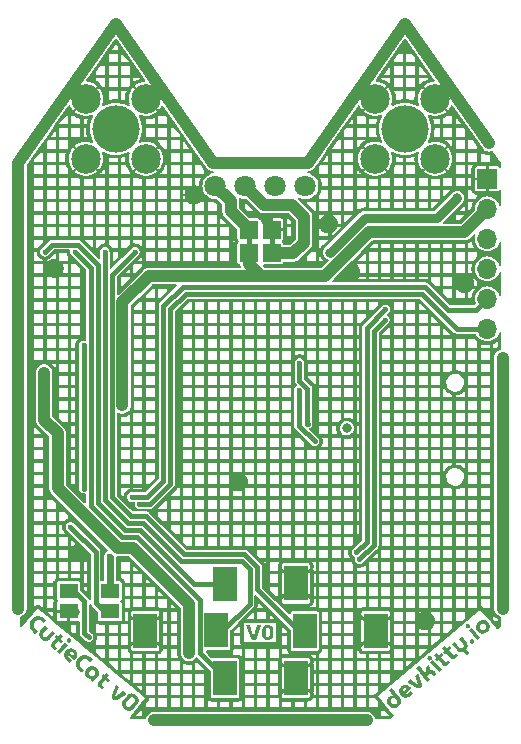
<source format=gtl>
G04 #@! TF.GenerationSoftware,KiCad,Pcbnew,7.0.7-7.0.7~ubuntu22.04.1*
G04 #@! TF.CreationDate,2024-07-01T02:54:02-07:00*
G04 #@! TF.ProjectId,v0.0-CutieCat,76302e30-2d43-4757-9469-654361742e6b,rev?*
G04 #@! TF.SameCoordinates,Original*
G04 #@! TF.FileFunction,Copper,L1,Top*
G04 #@! TF.FilePolarity,Positive*
%FSLAX46Y46*%
G04 Gerber Fmt 4.6, Leading zero omitted, Abs format (unit mm)*
G04 Created by KiCad (PCBNEW 7.0.7-7.0.7~ubuntu22.04.1) date 2024-07-01 02:54:02*
%MOMM*%
%LPD*%
G01*
G04 APERTURE LIST*
G04 #@! TA.AperFunction,NonConductor*
%ADD10C,1.000000*%
G04 #@! TD*
%ADD11C,0.200000*%
G04 #@! TA.AperFunction,NonConductor*
%ADD12C,0.200000*%
G04 #@! TD*
G04 #@! TA.AperFunction,EtchedComponent*
%ADD13C,0.400000*%
G04 #@! TD*
G04 #@! TA.AperFunction,SMDPad,CuDef*
%ADD14R,2.000000X3.000000*%
G04 #@! TD*
G04 #@! TA.AperFunction,SMDPad,CuDef*
%ADD15R,1.500000X1.500000*%
G04 #@! TD*
G04 #@! TA.AperFunction,SMDPad,CuDef*
%ADD16R,1.600000X1.250000*%
G04 #@! TD*
G04 #@! TA.AperFunction,ComponentPad*
%ADD17C,1.800000*%
G04 #@! TD*
G04 #@! TA.AperFunction,ComponentPad*
%ADD18R,1.700000X1.700000*%
G04 #@! TD*
G04 #@! TA.AperFunction,ComponentPad*
%ADD19O,1.700000X1.700000*%
G04 #@! TD*
G04 #@! TA.AperFunction,ComponentPad*
%ADD20C,4.000000*%
G04 #@! TD*
G04 #@! TA.AperFunction,ComponentPad*
%ADD21C,2.500000*%
G04 #@! TD*
G04 #@! TA.AperFunction,ViaPad*
%ADD22C,0.400000*%
G04 #@! TD*
G04 #@! TA.AperFunction,ViaPad*
%ADD23C,1.000000*%
G04 #@! TD*
G04 #@! TA.AperFunction,ViaPad*
%ADD24C,0.600000*%
G04 #@! TD*
G04 #@! TA.AperFunction,ViaPad*
%ADD25C,0.800000*%
G04 #@! TD*
G04 #@! TA.AperFunction,Conductor*
%ADD26C,0.400000*%
G04 #@! TD*
G04 #@! TA.AperFunction,Conductor*
%ADD27C,1.000000*%
G04 #@! TD*
G04 #@! TA.AperFunction,Conductor*
%ADD28C,0.600000*%
G04 #@! TD*
G04 #@! TA.AperFunction,Conductor*
%ADD29C,0.800000*%
G04 #@! TD*
G04 APERTURE END LIST*
D10*
X20500000Y-19123200D02*
X20500000Y2123170D01*
X12250000Y30405400D02*
X19352800Y20261500D01*
X-4000000Y18623200D02*
X4000000Y18623200D01*
X-20500000Y-19123200D02*
X-20500000Y18623200D01*
X-12250000Y30405400D02*
X-4000000Y18623200D01*
X-12250000Y30405400D02*
X-20500000Y18623200D01*
X4000000Y18623200D02*
X12250000Y30405400D01*
X-9000000Y-28594600D02*
X9000000Y-28594600D01*
D11*
D12*
G36*
X11742866Y-26593119D02*
G01*
X11756785Y-26610140D01*
X11770046Y-26627247D01*
X11782649Y-26644438D01*
X11794595Y-26661714D01*
X11805884Y-26679074D01*
X11816515Y-26696520D01*
X11826488Y-26714049D01*
X11835804Y-26731664D01*
X11844463Y-26749363D01*
X11852464Y-26767147D01*
X11859807Y-26785016D01*
X11866493Y-26802969D01*
X11872521Y-26821007D01*
X11877892Y-26839130D01*
X11882605Y-26857337D01*
X11886661Y-26875629D01*
X11890100Y-26893903D01*
X11892892Y-26912114D01*
X11895037Y-26930262D01*
X11896536Y-26948348D01*
X11897388Y-26966371D01*
X11897593Y-26984331D01*
X11897152Y-27002229D01*
X11896064Y-27020063D01*
X11894329Y-27037836D01*
X11891948Y-27055545D01*
X11888920Y-27073192D01*
X11885245Y-27090776D01*
X11880924Y-27108298D01*
X11875956Y-27125757D01*
X11870341Y-27143153D01*
X11864079Y-27160487D01*
X11857206Y-27177663D01*
X11849685Y-27194647D01*
X11841517Y-27211438D01*
X11832701Y-27228036D01*
X11823238Y-27244441D01*
X11813127Y-27260654D01*
X11802369Y-27276674D01*
X11790963Y-27292501D01*
X11778910Y-27308135D01*
X11766210Y-27323576D01*
X11752861Y-27338825D01*
X11738866Y-27353881D01*
X11724223Y-27368744D01*
X11708932Y-27383415D01*
X11692994Y-27397893D01*
X11676409Y-27412177D01*
X11663440Y-27422843D01*
X11650425Y-27433113D01*
X11637363Y-27442990D01*
X11624254Y-27452473D01*
X11611099Y-27461561D01*
X11597896Y-27470256D01*
X11584647Y-27478556D01*
X11571351Y-27486462D01*
X11558009Y-27493973D01*
X11544619Y-27501091D01*
X11531183Y-27507814D01*
X11517700Y-27514144D01*
X11504170Y-27520079D01*
X11490594Y-27525620D01*
X11470141Y-27533192D01*
X11463300Y-27535519D01*
X11442735Y-27541872D01*
X11422208Y-27547368D01*
X11401719Y-27552009D01*
X11381269Y-27555794D01*
X11360857Y-27558722D01*
X11340483Y-27560795D01*
X11320148Y-27562011D01*
X11299851Y-27562372D01*
X11279592Y-27561876D01*
X11259372Y-27560525D01*
X11245913Y-27559148D01*
X11225867Y-27556374D01*
X11205973Y-27552841D01*
X11186234Y-27548549D01*
X11166647Y-27543498D01*
X11147214Y-27537687D01*
X11127934Y-27531118D01*
X11108807Y-27523789D01*
X11089833Y-27515701D01*
X11071013Y-27506854D01*
X11052346Y-27497248D01*
X11039986Y-27490423D01*
X11021602Y-27479514D01*
X11003515Y-27467877D01*
X10985725Y-27455512D01*
X10968232Y-27442419D01*
X10956734Y-27433286D01*
X10945369Y-27423829D01*
X10934135Y-27414048D01*
X10923034Y-27403944D01*
X10912064Y-27393515D01*
X10901227Y-27382764D01*
X10890521Y-27371688D01*
X10879947Y-27360289D01*
X10869505Y-27348566D01*
X10859195Y-27336520D01*
X10846453Y-27320936D01*
X10834307Y-27305266D01*
X10822759Y-27289510D01*
X10811807Y-27273668D01*
X10801451Y-27257740D01*
X10791693Y-27241726D01*
X10782531Y-27225627D01*
X10773965Y-27209441D01*
X10765997Y-27193169D01*
X10758625Y-27176812D01*
X10751849Y-27160368D01*
X10745671Y-27143839D01*
X10740089Y-27127223D01*
X10735104Y-27110522D01*
X10730715Y-27093735D01*
X10726924Y-27076861D01*
X10723719Y-27059912D01*
X10721083Y-27043024D01*
X10719014Y-27026198D01*
X10717512Y-27009433D01*
X10716578Y-26992731D01*
X10716212Y-26976090D01*
X10716413Y-26959511D01*
X10717146Y-26943745D01*
X11049002Y-26943745D01*
X11049406Y-26960257D01*
X11050965Y-26976861D01*
X11053677Y-26993559D01*
X11057543Y-27010349D01*
X11062503Y-27027081D01*
X11068497Y-27043602D01*
X11075526Y-27059914D01*
X11083589Y-27076015D01*
X11092686Y-27091906D01*
X11102817Y-27107586D01*
X11113982Y-27123057D01*
X11126182Y-27138317D01*
X11135876Y-27149465D01*
X11149154Y-27163484D01*
X11162832Y-27176540D01*
X11176912Y-27188631D01*
X11191393Y-27199757D01*
X11206276Y-27209919D01*
X11221559Y-27219117D01*
X11237244Y-27227350D01*
X11241228Y-27229257D01*
X11257262Y-27236182D01*
X11273389Y-27241936D01*
X11289611Y-27246521D01*
X11305927Y-27249935D01*
X11322337Y-27252180D01*
X11338841Y-27253254D01*
X11355440Y-27253158D01*
X11372133Y-27251892D01*
X11388657Y-27249348D01*
X11404868Y-27245557D01*
X11420765Y-27240519D01*
X11436349Y-27234236D01*
X11451619Y-27226706D01*
X11466576Y-27217929D01*
X11481219Y-27207906D01*
X11495549Y-27196637D01*
X11509517Y-27184162D01*
X11522233Y-27171228D01*
X11533697Y-27157835D01*
X11543909Y-27143983D01*
X11552869Y-27129672D01*
X11560577Y-27114901D01*
X11567033Y-27099672D01*
X11572237Y-27083984D01*
X11576185Y-27067931D01*
X11578991Y-27051744D01*
X11580654Y-27035425D01*
X11581175Y-27018974D01*
X11580554Y-27002391D01*
X11578790Y-26985674D01*
X11575884Y-26968826D01*
X11571836Y-26951845D01*
X11566772Y-26934856D01*
X11560680Y-26918103D01*
X11553560Y-26901584D01*
X11545412Y-26885301D01*
X11536235Y-26869253D01*
X11526030Y-26853440D01*
X11514797Y-26837862D01*
X11505697Y-26826333D01*
X11502535Y-26822519D01*
X11492887Y-26811431D01*
X11479676Y-26797512D01*
X11466069Y-26784583D01*
X11452068Y-26772643D01*
X11437671Y-26761693D01*
X11422878Y-26751732D01*
X11407691Y-26742760D01*
X11392108Y-26734778D01*
X11388150Y-26732937D01*
X11372299Y-26726203D01*
X11356366Y-26720599D01*
X11340350Y-26716126D01*
X11324251Y-26712784D01*
X11308070Y-26710572D01*
X11291806Y-26709490D01*
X11275459Y-26709539D01*
X11259030Y-26710718D01*
X11242621Y-26713053D01*
X11226455Y-26716710D01*
X11210530Y-26721688D01*
X11194847Y-26727987D01*
X11179406Y-26735608D01*
X11164208Y-26744550D01*
X11149251Y-26754814D01*
X11134536Y-26766399D01*
X11120953Y-26778558D01*
X11108551Y-26791252D01*
X11097329Y-26804479D01*
X11087288Y-26818240D01*
X11078426Y-26832536D01*
X11070746Y-26847365D01*
X11064245Y-26862728D01*
X11058925Y-26878626D01*
X11054714Y-26894766D01*
X11051656Y-26911000D01*
X11049752Y-26927326D01*
X11049002Y-26943745D01*
X10717146Y-26943745D01*
X10717181Y-26942994D01*
X10718517Y-26926539D01*
X10720421Y-26910146D01*
X10722892Y-26893815D01*
X10725931Y-26877545D01*
X10729537Y-26861337D01*
X10733710Y-26845192D01*
X10738451Y-26829107D01*
X10743760Y-26813085D01*
X10749632Y-26797212D01*
X10756065Y-26781575D01*
X10763059Y-26766173D01*
X10770612Y-26751008D01*
X10778727Y-26736078D01*
X10787401Y-26721384D01*
X10796636Y-26706927D01*
X10806431Y-26692705D01*
X10816787Y-26678719D01*
X10827703Y-26664969D01*
X10839180Y-26651455D01*
X10851217Y-26638177D01*
X10863814Y-26625135D01*
X10876972Y-26612329D01*
X10890690Y-26599759D01*
X10904969Y-26587425D01*
X10917400Y-26577330D01*
X10929995Y-26567770D01*
X10942755Y-26558745D01*
X10955680Y-26550254D01*
X10968769Y-26542297D01*
X10982022Y-26534875D01*
X10995440Y-26527987D01*
X11009023Y-26521634D01*
X11022738Y-26515716D01*
X11036532Y-26510389D01*
X11050403Y-26505654D01*
X11067853Y-26500567D01*
X11085425Y-26496406D01*
X11103119Y-26493170D01*
X11120936Y-26490858D01*
X11138707Y-26489495D01*
X11156267Y-26489104D01*
X11173614Y-26489684D01*
X11190750Y-26491237D01*
X11207673Y-26493761D01*
X11224385Y-26497257D01*
X11231010Y-26498928D01*
X11235220Y-26495396D01*
X10866907Y-26056457D01*
X11116686Y-25846867D01*
X11742866Y-26593119D01*
G37*
G36*
X12296827Y-25576713D02*
G01*
X12313089Y-25577565D01*
X12329278Y-25579016D01*
X12345395Y-25581066D01*
X12361438Y-25583715D01*
X12377409Y-25586963D01*
X12393307Y-25590810D01*
X12409133Y-25595256D01*
X12424885Y-25600301D01*
X12440565Y-25605946D01*
X12456173Y-25612189D01*
X12471707Y-25619032D01*
X12487122Y-25626359D01*
X12502359Y-25634187D01*
X12517418Y-25642516D01*
X12532299Y-25651345D01*
X12547003Y-25660675D01*
X12561528Y-25670505D01*
X12575876Y-25680835D01*
X12590045Y-25691666D01*
X12604037Y-25702998D01*
X12617851Y-25714830D01*
X12631487Y-25727162D01*
X12644946Y-25739995D01*
X12658226Y-25753328D01*
X12671329Y-25767162D01*
X12684253Y-25781497D01*
X12697000Y-25796331D01*
X12707090Y-25808718D01*
X12716544Y-25820909D01*
X12726452Y-25834214D01*
X12735495Y-25846768D01*
X12744172Y-25859100D01*
X12752717Y-25872159D01*
X12760579Y-25885532D01*
X12766013Y-25896247D01*
X12225478Y-26349809D01*
X12240045Y-26359593D01*
X12254854Y-26368053D01*
X12269907Y-26375188D01*
X12285202Y-26380998D01*
X12300740Y-26385484D01*
X12316521Y-26388645D01*
X12322901Y-26389538D01*
X12338891Y-26390758D01*
X12355010Y-26390656D01*
X12371257Y-26389232D01*
X12387632Y-26386486D01*
X12404135Y-26382417D01*
X12420767Y-26377027D01*
X12427456Y-26374501D01*
X12444109Y-26367279D01*
X12457400Y-26360703D01*
X12470664Y-26353418D01*
X12483900Y-26345424D01*
X12497110Y-26336720D01*
X12510291Y-26327307D01*
X12523446Y-26317184D01*
X12533294Y-26309127D01*
X12784758Y-26098124D01*
X12957140Y-26303561D01*
X12712692Y-26508676D01*
X12695150Y-26523050D01*
X12677535Y-26536794D01*
X12659848Y-26549908D01*
X12642087Y-26562391D01*
X12624253Y-26574245D01*
X12606347Y-26585468D01*
X12588368Y-26596062D01*
X12570316Y-26606025D01*
X12552191Y-26615358D01*
X12533993Y-26624062D01*
X12515722Y-26632135D01*
X12497378Y-26639578D01*
X12478962Y-26646391D01*
X12460473Y-26652573D01*
X12441910Y-26658126D01*
X12423275Y-26663049D01*
X12404657Y-26667281D01*
X12386134Y-26670892D01*
X12367705Y-26673881D01*
X12349372Y-26676249D01*
X12331134Y-26677996D01*
X12312990Y-26679120D01*
X12294942Y-26679624D01*
X12276989Y-26679506D01*
X12259130Y-26678766D01*
X12241367Y-26677405D01*
X12223699Y-26675423D01*
X12206125Y-26672818D01*
X12188647Y-26669593D01*
X12171264Y-26665746D01*
X12153976Y-26661277D01*
X12136782Y-26656187D01*
X12119746Y-26650447D01*
X12102986Y-26644096D01*
X12086502Y-26637136D01*
X12070296Y-26629567D01*
X12054367Y-26621387D01*
X12038714Y-26612598D01*
X12023338Y-26603200D01*
X12008239Y-26593192D01*
X11993417Y-26582574D01*
X11978871Y-26571346D01*
X11964603Y-26559509D01*
X11950611Y-26547062D01*
X11936896Y-26534006D01*
X11923458Y-26520340D01*
X11910296Y-26506064D01*
X11897412Y-26491178D01*
X11883512Y-26474168D01*
X11870309Y-26457098D01*
X11857802Y-26439966D01*
X11845991Y-26422773D01*
X11834876Y-26405519D01*
X11824457Y-26388204D01*
X11814734Y-26370828D01*
X11805707Y-26353391D01*
X11797377Y-26335893D01*
X11789742Y-26318334D01*
X11782804Y-26300715D01*
X11776561Y-26283034D01*
X11771015Y-26265292D01*
X11766165Y-26247489D01*
X11762011Y-26229625D01*
X11758553Y-26211700D01*
X11755774Y-26193766D01*
X11753588Y-26175932D01*
X11751994Y-26158198D01*
X11750994Y-26140566D01*
X11750585Y-26123034D01*
X11750769Y-26105602D01*
X11751546Y-26088271D01*
X11752915Y-26071041D01*
X11754844Y-26054195D01*
X12044863Y-26054195D01*
X12044992Y-26070515D01*
X12046419Y-26086799D01*
X12049143Y-26103047D01*
X12053165Y-26119259D01*
X12056045Y-26128507D01*
X12061855Y-26144529D01*
X12068463Y-26160248D01*
X12074763Y-26173479D01*
X12081649Y-26186488D01*
X12089121Y-26199273D01*
X12402328Y-25936462D01*
X12391453Y-25925961D01*
X12380370Y-25916138D01*
X12367448Y-25905743D01*
X12354254Y-25896235D01*
X12350913Y-25893996D01*
X12337486Y-25885654D01*
X12323724Y-25878550D01*
X12309626Y-25872685D01*
X12295191Y-25868058D01*
X12280603Y-25864636D01*
X12266042Y-25862387D01*
X12249694Y-25861258D01*
X12237002Y-25861406D01*
X12222330Y-25862658D01*
X12207534Y-25865329D01*
X12192613Y-25869420D01*
X12177568Y-25874930D01*
X12162578Y-25881859D01*
X12149653Y-25889085D01*
X12136907Y-25897397D01*
X12124340Y-25906794D01*
X12119009Y-25911154D01*
X12107895Y-25921017D01*
X12095782Y-25933244D01*
X12085002Y-25945899D01*
X12075556Y-25958981D01*
X12067444Y-25972490D01*
X12063889Y-25979406D01*
X12057798Y-25993287D01*
X12052872Y-26007234D01*
X12048597Y-26023588D01*
X12045907Y-26040031D01*
X12044863Y-26054195D01*
X11754844Y-26054195D01*
X11754877Y-26053911D01*
X11757432Y-26036882D01*
X11760579Y-26019954D01*
X11764318Y-26003126D01*
X11768650Y-25986399D01*
X11773575Y-25969772D01*
X11779092Y-25953246D01*
X11785202Y-25936820D01*
X11791888Y-25920554D01*
X11799064Y-25904564D01*
X11806730Y-25888851D01*
X11814885Y-25873414D01*
X11823530Y-25858253D01*
X11832665Y-25843369D01*
X11842290Y-25828762D01*
X11852405Y-25814431D01*
X11863010Y-25800377D01*
X11874104Y-25786599D01*
X11885688Y-25773097D01*
X11897762Y-25759872D01*
X11910326Y-25746924D01*
X11923380Y-25734252D01*
X11936923Y-25721856D01*
X11950956Y-25709737D01*
X11967246Y-25696431D01*
X11983559Y-25683830D01*
X11999896Y-25671934D01*
X12016257Y-25660742D01*
X12032641Y-25650256D01*
X12049049Y-25640475D01*
X12065480Y-25631399D01*
X12081935Y-25623028D01*
X12098414Y-25615362D01*
X12114916Y-25608401D01*
X12131442Y-25602145D01*
X12147992Y-25596594D01*
X12164566Y-25591748D01*
X12181163Y-25587607D01*
X12197783Y-25584171D01*
X12214428Y-25581440D01*
X12231053Y-25579296D01*
X12247606Y-25577752D01*
X12264086Y-25576807D01*
X12280493Y-25576460D01*
X12296827Y-25576713D01*
G37*
G36*
X13575576Y-25818587D02*
G01*
X13561418Y-25829891D01*
X13546940Y-25840312D01*
X13532142Y-25849850D01*
X13517023Y-25858505D01*
X13501583Y-25866278D01*
X13485823Y-25873167D01*
X13469743Y-25879174D01*
X13453342Y-25884298D01*
X13436620Y-25888539D01*
X13419579Y-25891897D01*
X13408039Y-25893646D01*
X13390705Y-25895409D01*
X13373619Y-25896147D01*
X13356784Y-25895861D01*
X13340198Y-25894549D01*
X13323861Y-25892212D01*
X13307775Y-25888851D01*
X13291938Y-25884464D01*
X13276350Y-25879053D01*
X13261013Y-25872616D01*
X13245925Y-25865155D01*
X13236005Y-25859611D01*
X12412925Y-25354621D01*
X12685999Y-25125485D01*
X13346302Y-25573846D01*
X13360636Y-25578239D01*
X13361515Y-25578298D01*
X13373603Y-25573894D01*
X13380880Y-25562049D01*
X13378805Y-25547256D01*
X13378577Y-25546764D01*
X13052810Y-24817693D01*
X13320270Y-24593267D01*
X13673721Y-25490411D01*
X13679157Y-25506523D01*
X13683554Y-25522709D01*
X13686911Y-25538968D01*
X13689229Y-25555301D01*
X13690508Y-25571707D01*
X13690747Y-25588187D01*
X13689946Y-25604741D01*
X13688106Y-25621368D01*
X13685226Y-25638069D01*
X13681307Y-25654844D01*
X13678116Y-25666068D01*
X13672524Y-25682640D01*
X13666100Y-25698743D01*
X13658844Y-25714374D01*
X13650756Y-25729535D01*
X13641836Y-25744226D01*
X13632085Y-25758446D01*
X13621501Y-25772196D01*
X13610085Y-25785475D01*
X13597838Y-25798284D01*
X13584758Y-25810623D01*
X13575576Y-25818587D01*
G37*
G36*
X14120439Y-25327436D02*
G01*
X13135131Y-24153191D01*
X13384349Y-23944072D01*
X13938938Y-24605006D01*
X14048954Y-24512692D01*
X13975591Y-24043388D01*
X14253436Y-23810248D01*
X14320483Y-24339851D01*
X14336856Y-24335061D01*
X14353164Y-24330886D01*
X14369405Y-24327328D01*
X14385580Y-24324385D01*
X14401689Y-24322058D01*
X14417733Y-24320348D01*
X14433710Y-24319253D01*
X14449621Y-24318773D01*
X14465465Y-24318910D01*
X14481244Y-24319663D01*
X14496957Y-24321031D01*
X14512604Y-24323016D01*
X14528184Y-24325616D01*
X14543699Y-24328833D01*
X14559147Y-24332665D01*
X14574530Y-24337113D01*
X14589734Y-24342119D01*
X14604708Y-24347697D01*
X14619451Y-24353845D01*
X14633963Y-24360565D01*
X14648244Y-24367855D01*
X14662295Y-24375717D01*
X14676115Y-24384149D01*
X14689704Y-24393153D01*
X14703062Y-24402727D01*
X14716190Y-24412873D01*
X14729087Y-24423590D01*
X14741753Y-24434877D01*
X14754188Y-24446736D01*
X14766392Y-24459165D01*
X14778366Y-24472166D01*
X14790109Y-24485738D01*
X14927873Y-24649919D01*
X14678093Y-24859509D01*
X14540329Y-24695328D01*
X14528204Y-24681963D01*
X14515378Y-24669933D01*
X14501851Y-24659239D01*
X14487623Y-24649881D01*
X14472694Y-24641858D01*
X14457064Y-24635170D01*
X14450616Y-24632869D01*
X14434411Y-24627967D01*
X14418142Y-24624380D01*
X14401808Y-24622108D01*
X14385410Y-24621150D01*
X14368948Y-24621508D01*
X14352422Y-24623181D01*
X14345793Y-24624218D01*
X14329347Y-24627684D01*
X14313326Y-24632546D01*
X14297728Y-24638804D01*
X14282553Y-24646458D01*
X14267803Y-24655507D01*
X14253477Y-24665952D01*
X14247865Y-24670521D01*
X14098839Y-24795568D01*
X14369658Y-25118317D01*
X14120439Y-25327436D01*
G37*
G36*
X15088125Y-24515451D02*
G01*
X14396007Y-23690617D01*
X14646909Y-23480085D01*
X15339027Y-24304919D01*
X15088125Y-24515451D01*
G37*
G36*
X14442377Y-23490536D02*
G01*
X14427051Y-23502238D01*
X14411101Y-23512147D01*
X14394528Y-23520262D01*
X14377332Y-23526583D01*
X14359513Y-23531111D01*
X14341070Y-23533845D01*
X14322004Y-23534786D01*
X14307296Y-23534314D01*
X14302315Y-23533933D01*
X14287587Y-23532067D01*
X14268771Y-23528157D01*
X14250893Y-23522623D01*
X14233954Y-23515465D01*
X14217953Y-23506682D01*
X14202891Y-23496275D01*
X14188768Y-23484243D01*
X14175583Y-23470587D01*
X14172433Y-23466919D01*
X14160723Y-23451592D01*
X14150790Y-23435640D01*
X14142635Y-23419064D01*
X14136257Y-23401863D01*
X14131657Y-23384037D01*
X14128834Y-23365587D01*
X14127788Y-23346512D01*
X14128171Y-23331796D01*
X14128520Y-23326812D01*
X14130257Y-23312022D01*
X14134030Y-23293118D01*
X14139468Y-23275149D01*
X14146572Y-23258114D01*
X14155341Y-23242012D01*
X14165776Y-23226845D01*
X14177876Y-23212611D01*
X14191642Y-23199312D01*
X14195343Y-23196133D01*
X14210674Y-23184435D01*
X14226634Y-23174540D01*
X14243226Y-23166447D01*
X14260448Y-23160156D01*
X14278300Y-23155668D01*
X14296783Y-23152982D01*
X14315897Y-23152098D01*
X14330646Y-23152618D01*
X14335641Y-23153017D01*
X14350423Y-23154846D01*
X14369317Y-23158728D01*
X14387278Y-23164259D01*
X14404307Y-23171439D01*
X14420403Y-23180269D01*
X14435567Y-23190748D01*
X14449798Y-23202877D01*
X14463096Y-23216654D01*
X14466275Y-23220357D01*
X14477870Y-23235556D01*
X14487694Y-23251405D01*
X14495747Y-23267903D01*
X14502027Y-23285051D01*
X14506537Y-23302848D01*
X14509275Y-23321295D01*
X14510241Y-23340392D01*
X14509803Y-23355140D01*
X14509436Y-23360138D01*
X14507657Y-23374878D01*
X14503835Y-23393722D01*
X14498354Y-23411641D01*
X14491215Y-23428635D01*
X14482418Y-23444703D01*
X14471963Y-23459847D01*
X14459850Y-23474065D01*
X14446079Y-23487358D01*
X14442377Y-23490536D01*
G37*
G36*
X15825396Y-23896808D02*
G01*
X15811167Y-23908315D01*
X15796898Y-23918995D01*
X15782586Y-23928845D01*
X15768234Y-23937868D01*
X15753840Y-23946061D01*
X15739405Y-23953427D01*
X15724929Y-23959964D01*
X15710411Y-23965672D01*
X15695852Y-23970552D01*
X15681252Y-23974604D01*
X15666610Y-23977827D01*
X15651927Y-23980222D01*
X15637203Y-23981788D01*
X15622438Y-23982526D01*
X15607631Y-23982435D01*
X15592783Y-23981516D01*
X15578020Y-23979727D01*
X15563454Y-23977154D01*
X15549088Y-23973799D01*
X15534920Y-23969660D01*
X15520950Y-23964738D01*
X15507179Y-23959033D01*
X15493606Y-23952545D01*
X15480233Y-23945274D01*
X15467057Y-23937220D01*
X15454080Y-23928383D01*
X15441302Y-23918763D01*
X15428722Y-23908359D01*
X15416341Y-23897173D01*
X15404158Y-23885203D01*
X15392174Y-23872450D01*
X15380388Y-23858915D01*
X14721710Y-23073933D01*
X14971771Y-22864107D01*
X15618674Y-23635057D01*
X15629712Y-23645485D01*
X15643895Y-23653086D01*
X15658642Y-23656479D01*
X15660214Y-23656634D01*
X15675590Y-23656090D01*
X15689754Y-23651986D01*
X15702706Y-23644322D01*
X15705151Y-23642362D01*
X15884768Y-23491646D01*
X16059740Y-23700170D01*
X15825396Y-23896808D01*
G37*
G36*
X14926771Y-23592466D02*
G01*
X14755802Y-23388713D01*
X15367622Y-22875336D01*
X15538591Y-23079088D01*
X14926771Y-23592466D01*
G37*
G36*
X16514676Y-23318433D02*
G01*
X16500447Y-23329941D01*
X16486177Y-23340620D01*
X16471866Y-23350471D01*
X16457513Y-23359493D01*
X16443120Y-23367687D01*
X16428685Y-23375053D01*
X16414208Y-23381590D01*
X16399691Y-23387298D01*
X16385132Y-23392178D01*
X16370531Y-23396230D01*
X16355890Y-23399453D01*
X16341207Y-23401848D01*
X16326483Y-23403414D01*
X16311718Y-23404152D01*
X16296911Y-23404061D01*
X16282063Y-23403142D01*
X16267299Y-23401352D01*
X16252734Y-23398780D01*
X16238367Y-23395424D01*
X16224199Y-23391286D01*
X16210230Y-23386364D01*
X16196459Y-23380659D01*
X16182886Y-23374171D01*
X16169512Y-23366900D01*
X16156337Y-23358846D01*
X16143360Y-23350009D01*
X16130581Y-23340388D01*
X16118002Y-23329985D01*
X16105620Y-23318798D01*
X16093438Y-23306829D01*
X16081453Y-23294076D01*
X16069668Y-23280540D01*
X15410990Y-22495559D01*
X15661050Y-22285733D01*
X16307953Y-23056682D01*
X16318992Y-23067110D01*
X16333174Y-23074712D01*
X16347922Y-23078105D01*
X16349494Y-23078260D01*
X16364870Y-23077716D01*
X16379034Y-23073612D01*
X16391985Y-23065948D01*
X16394430Y-23063988D01*
X16574047Y-22913272D01*
X16749020Y-23121795D01*
X16514676Y-23318433D01*
G37*
G36*
X15616051Y-23014092D02*
G01*
X15445082Y-22810339D01*
X16056901Y-22296961D01*
X16227870Y-22500714D01*
X15616051Y-23014092D01*
G37*
G36*
X17461512Y-23080631D02*
G01*
X17190929Y-22758163D01*
X17177434Y-22764745D01*
X17163946Y-22770926D01*
X17150464Y-22776705D01*
X17130255Y-22784620D01*
X17110060Y-22791631D01*
X17089880Y-22797739D01*
X17069716Y-22802942D01*
X17049566Y-22807242D01*
X17029432Y-22810639D01*
X17009312Y-22813131D01*
X16989208Y-22814720D01*
X16975814Y-22815277D01*
X16955838Y-22815301D01*
X16936067Y-22814496D01*
X16916501Y-22812865D01*
X16897140Y-22810405D01*
X16877985Y-22807118D01*
X16859034Y-22803003D01*
X16840288Y-22798060D01*
X16821747Y-22792290D01*
X16803411Y-22785692D01*
X16785280Y-22778266D01*
X16773307Y-22772855D01*
X16755628Y-22764112D01*
X16738378Y-22754666D01*
X16721554Y-22744516D01*
X16705157Y-22733664D01*
X16689188Y-22722108D01*
X16673646Y-22709849D01*
X16658531Y-22696887D01*
X16643843Y-22683222D01*
X16629583Y-22668853D01*
X16615749Y-22653782D01*
X16606765Y-22643343D01*
X16209014Y-22169323D01*
X16458233Y-21960204D01*
X16849860Y-22426927D01*
X16861562Y-22439844D01*
X16874003Y-22451580D01*
X16887181Y-22462137D01*
X16901098Y-22471514D01*
X16915752Y-22479712D01*
X16931145Y-22486729D01*
X16937509Y-22489206D01*
X16953737Y-22494422D01*
X16970133Y-22498307D01*
X16986696Y-22500861D01*
X17003426Y-22502083D01*
X17020323Y-22501975D01*
X17037388Y-22500534D01*
X17044260Y-22499586D01*
X17061173Y-22496141D01*
X17077627Y-22491260D01*
X17093623Y-22484941D01*
X17109160Y-22477186D01*
X17124239Y-22467995D01*
X17138859Y-22457366D01*
X17144579Y-22452712D01*
X17155711Y-22442788D01*
X17168375Y-22429794D01*
X17179649Y-22416145D01*
X17189532Y-22401841D01*
X17198025Y-22386882D01*
X17205128Y-22371268D01*
X17208722Y-22361586D01*
X17213545Y-22345136D01*
X17217014Y-22328632D01*
X17219130Y-22312073D01*
X17219891Y-22295458D01*
X17219299Y-22278789D01*
X17217353Y-22262065D01*
X17216195Y-22255360D01*
X17212473Y-22238774D01*
X17207462Y-22222709D01*
X17201159Y-22207167D01*
X17193567Y-22192147D01*
X17184685Y-22177649D01*
X17174513Y-22163673D01*
X17170083Y-22158228D01*
X16778456Y-21691505D01*
X17028236Y-21481915D01*
X17425986Y-21955935D01*
X17438938Y-21971967D01*
X17451125Y-21988280D01*
X17462548Y-22004873D01*
X17473205Y-22021746D01*
X17483097Y-22038900D01*
X17492224Y-22056335D01*
X17500586Y-22074050D01*
X17508183Y-22092045D01*
X17515014Y-22110321D01*
X17521081Y-22128878D01*
X17524701Y-22141404D01*
X17529508Y-22160285D01*
X17533476Y-22179247D01*
X17536605Y-22198292D01*
X17538895Y-22217418D01*
X17540345Y-22236627D01*
X17540957Y-22255917D01*
X17540729Y-22275290D01*
X17539663Y-22294744D01*
X17537757Y-22314281D01*
X17535012Y-22333899D01*
X17532716Y-22347024D01*
X17528536Y-22366568D01*
X17523427Y-22385968D01*
X17517389Y-22405222D01*
X17510423Y-22424331D01*
X17502527Y-22443295D01*
X17493702Y-22462113D01*
X17483949Y-22480786D01*
X17473266Y-22499314D01*
X17461655Y-22517697D01*
X17453398Y-22529871D01*
X17444728Y-22541981D01*
X17440238Y-22548012D01*
X17711292Y-22871041D01*
X17461512Y-23080631D01*
G37*
G36*
X18044668Y-22068574D02*
G01*
X18032541Y-22078060D01*
X18020051Y-22086472D01*
X18007198Y-22093810D01*
X17989495Y-22101924D01*
X17971147Y-22108128D01*
X17952154Y-22112423D01*
X17937485Y-22114392D01*
X17922453Y-22115286D01*
X17907058Y-22115106D01*
X17896593Y-22114390D01*
X17881058Y-22112377D01*
X17866073Y-22109397D01*
X17851640Y-22105451D01*
X17837758Y-22100539D01*
X17820104Y-22092485D01*
X17803431Y-22082713D01*
X17787736Y-22071222D01*
X17776607Y-22061477D01*
X17766030Y-22050764D01*
X17759284Y-22043086D01*
X17749751Y-22030913D01*
X17741286Y-22018390D01*
X17733889Y-22005518D01*
X17727561Y-21992295D01*
X17720785Y-21974120D01*
X17715908Y-21955324D01*
X17713496Y-21940818D01*
X17712153Y-21925962D01*
X17711878Y-21910757D01*
X17712671Y-21895201D01*
X17714547Y-21879696D01*
X17717413Y-21864730D01*
X17721269Y-21850303D01*
X17726116Y-21836416D01*
X17734119Y-21818738D01*
X17743883Y-21802019D01*
X17755408Y-21786258D01*
X17765207Y-21775066D01*
X17775996Y-21764414D01*
X17783740Y-21757612D01*
X17795915Y-21748081D01*
X17808444Y-21739624D01*
X17821327Y-21732239D01*
X17834564Y-21725928D01*
X17852764Y-21719183D01*
X17871594Y-21714345D01*
X17886129Y-21711969D01*
X17901019Y-21710666D01*
X17916262Y-21710436D01*
X17931860Y-21711280D01*
X17947367Y-21713158D01*
X17962339Y-21716031D01*
X17976776Y-21719900D01*
X17990678Y-21724764D01*
X18008382Y-21732797D01*
X18025135Y-21742601D01*
X18037075Y-21751115D01*
X18048480Y-21760624D01*
X18059350Y-21771129D01*
X18069685Y-21782629D01*
X18080009Y-21795977D01*
X18089053Y-21809886D01*
X18096817Y-21824357D01*
X18103299Y-21839388D01*
X18108501Y-21854980D01*
X18112422Y-21871133D01*
X18113632Y-21877751D01*
X18115846Y-21894279D01*
X18116774Y-21910694D01*
X18116417Y-21926997D01*
X18114774Y-21943188D01*
X18111846Y-21959266D01*
X18107633Y-21975232D01*
X18105588Y-21981586D01*
X18099508Y-21997022D01*
X18092154Y-22011774D01*
X18083526Y-22025844D01*
X18073626Y-22039231D01*
X18062451Y-22051935D01*
X18050003Y-22063956D01*
X18044668Y-22068574D01*
G37*
G36*
X18334699Y-21791252D02*
G01*
X17642581Y-20966418D01*
X17893484Y-20755886D01*
X18585602Y-21580720D01*
X18334699Y-21791252D01*
G37*
G36*
X17688952Y-20766337D02*
G01*
X17673625Y-20778039D01*
X17657675Y-20787948D01*
X17641102Y-20796063D01*
X17623906Y-20802384D01*
X17606087Y-20806912D01*
X17587644Y-20809646D01*
X17568579Y-20810586D01*
X17553870Y-20810115D01*
X17548890Y-20809733D01*
X17534161Y-20807867D01*
X17515345Y-20803958D01*
X17497468Y-20798424D01*
X17480528Y-20791266D01*
X17464528Y-20782483D01*
X17449466Y-20772076D01*
X17435342Y-20760044D01*
X17422157Y-20746388D01*
X17419007Y-20742720D01*
X17407297Y-20727393D01*
X17397364Y-20711441D01*
X17389209Y-20694864D01*
X17382831Y-20677663D01*
X17378231Y-20659838D01*
X17375408Y-20641387D01*
X17374363Y-20622312D01*
X17374745Y-20607596D01*
X17375095Y-20602613D01*
X17376831Y-20587822D01*
X17380604Y-20568919D01*
X17386042Y-20550950D01*
X17393146Y-20533914D01*
X17401915Y-20517813D01*
X17412350Y-20502645D01*
X17424450Y-20488412D01*
X17438216Y-20475113D01*
X17441918Y-20471934D01*
X17457248Y-20460236D01*
X17473209Y-20450340D01*
X17489800Y-20442247D01*
X17507022Y-20435957D01*
X17524874Y-20431468D01*
X17543357Y-20428783D01*
X17562471Y-20427899D01*
X17577220Y-20428419D01*
X17582215Y-20428818D01*
X17596998Y-20430647D01*
X17615892Y-20434528D01*
X17633853Y-20440059D01*
X17650881Y-20447240D01*
X17666978Y-20456070D01*
X17682141Y-20466549D01*
X17696372Y-20478677D01*
X17709670Y-20492455D01*
X17712849Y-20496157D01*
X17724445Y-20511356D01*
X17734269Y-20527205D01*
X17742321Y-20543704D01*
X17748602Y-20560852D01*
X17753111Y-20578649D01*
X17755849Y-20597096D01*
X17756815Y-20616192D01*
X17756378Y-20630941D01*
X17756010Y-20635938D01*
X17754232Y-20650679D01*
X17750409Y-20669523D01*
X17744928Y-20687442D01*
X17737790Y-20704435D01*
X17728993Y-20720504D01*
X17718538Y-20735647D01*
X17706425Y-20749865D01*
X17692653Y-20763158D01*
X17688952Y-20766337D01*
G37*
G36*
X18873168Y-20095397D02*
G01*
X18891262Y-20096322D01*
X18909296Y-20097843D01*
X18927270Y-20099959D01*
X18945183Y-20102673D01*
X18963036Y-20105982D01*
X18980828Y-20109887D01*
X18998561Y-20114388D01*
X19016233Y-20119486D01*
X19033845Y-20125179D01*
X19051283Y-20131468D01*
X19068437Y-20138351D01*
X19085304Y-20145830D01*
X19101886Y-20153902D01*
X19118182Y-20162570D01*
X19134193Y-20171832D01*
X19149917Y-20181689D01*
X19165357Y-20192140D01*
X19180510Y-20203186D01*
X19195378Y-20214827D01*
X19209960Y-20227062D01*
X19224257Y-20239892D01*
X19238268Y-20253317D01*
X19251993Y-20267336D01*
X19265433Y-20281950D01*
X19278586Y-20297159D01*
X19291168Y-20312620D01*
X19303125Y-20328273D01*
X19314458Y-20344117D01*
X19325166Y-20360151D01*
X19335251Y-20376378D01*
X19344711Y-20392795D01*
X19353547Y-20409404D01*
X19361759Y-20426203D01*
X19369347Y-20443194D01*
X19376310Y-20460377D01*
X19382650Y-20477750D01*
X19388365Y-20495315D01*
X19393456Y-20513071D01*
X19397923Y-20531018D01*
X19401765Y-20549156D01*
X19404984Y-20567485D01*
X19407588Y-20585887D01*
X19409590Y-20604242D01*
X19410988Y-20622551D01*
X19411782Y-20640813D01*
X19411973Y-20659028D01*
X19411561Y-20677196D01*
X19410546Y-20695318D01*
X19408927Y-20713392D01*
X19406704Y-20731421D01*
X19403879Y-20749402D01*
X19400450Y-20767337D01*
X19396417Y-20785225D01*
X19391781Y-20803067D01*
X19386542Y-20820862D01*
X19380700Y-20838610D01*
X19374254Y-20856311D01*
X19367229Y-20873788D01*
X19359639Y-20890992D01*
X19351484Y-20907923D01*
X19342764Y-20924582D01*
X19333478Y-20940967D01*
X19323627Y-20957079D01*
X19313210Y-20972919D01*
X19302229Y-20988485D01*
X19290682Y-21003779D01*
X19278570Y-21018800D01*
X19265892Y-21033547D01*
X19252649Y-21048022D01*
X19238841Y-21062224D01*
X19224468Y-21076153D01*
X19209529Y-21089809D01*
X19194025Y-21103192D01*
X19178118Y-21116166D01*
X19162040Y-21128536D01*
X19145792Y-21140301D01*
X19129373Y-21151463D01*
X19112784Y-21162021D01*
X19096024Y-21171974D01*
X19079093Y-21181323D01*
X19061991Y-21190069D01*
X19044719Y-21198210D01*
X19027277Y-21205747D01*
X19009663Y-21212680D01*
X18991879Y-21219009D01*
X18973925Y-21224733D01*
X18955800Y-21229854D01*
X18937504Y-21234371D01*
X18919037Y-21238283D01*
X18900518Y-21241530D01*
X18882054Y-21244177D01*
X18863644Y-21246227D01*
X18845288Y-21247677D01*
X18826987Y-21248529D01*
X18808740Y-21248783D01*
X18790548Y-21248438D01*
X18772409Y-21247494D01*
X18754326Y-21245951D01*
X18736297Y-21243810D01*
X18718322Y-21241070D01*
X18700401Y-21237732D01*
X18682535Y-21233795D01*
X18664724Y-21229259D01*
X18646966Y-21224125D01*
X18629264Y-21218392D01*
X18611709Y-21212034D01*
X18594455Y-21205095D01*
X18577502Y-21197575D01*
X18560849Y-21189474D01*
X18544497Y-21180791D01*
X18528446Y-21171527D01*
X18512696Y-21161683D01*
X18497247Y-21151257D01*
X18482098Y-21140250D01*
X18467250Y-21128661D01*
X18452702Y-21116492D01*
X18438456Y-21103742D01*
X18424510Y-21090410D01*
X18410865Y-21076497D01*
X18397520Y-21062003D01*
X18384476Y-21046928D01*
X18371897Y-21031467D01*
X18359946Y-21015815D01*
X18348624Y-20999972D01*
X18337929Y-20983939D01*
X18327863Y-20967714D01*
X18318425Y-20951299D01*
X18309615Y-20934692D01*
X18301433Y-20917895D01*
X18293879Y-20900907D01*
X18286954Y-20883728D01*
X18280657Y-20866359D01*
X18274988Y-20848798D01*
X18269948Y-20831046D01*
X18265535Y-20813104D01*
X18261751Y-20794971D01*
X18258595Y-20776647D01*
X18256025Y-20758217D01*
X18254055Y-20739835D01*
X18252687Y-20721502D01*
X18251920Y-20703217D01*
X18251754Y-20684981D01*
X18252189Y-20666793D01*
X18253225Y-20648654D01*
X18254139Y-20638554D01*
X18560956Y-20638554D01*
X18561070Y-20655309D01*
X18562322Y-20672171D01*
X18564709Y-20689141D01*
X18568233Y-20706219D01*
X18572809Y-20723160D01*
X18578471Y-20739864D01*
X18585218Y-20756330D01*
X18593050Y-20772557D01*
X18601968Y-20788546D01*
X18611971Y-20804296D01*
X18623060Y-20819809D01*
X18635234Y-20835083D01*
X18644936Y-20846216D01*
X18658250Y-20860168D01*
X18671994Y-20873101D01*
X18686169Y-20885015D01*
X18700774Y-20895910D01*
X18715809Y-20905787D01*
X18731275Y-20914645D01*
X18747171Y-20922484D01*
X18751212Y-20924285D01*
X18767422Y-20930725D01*
X18783731Y-20936036D01*
X18800138Y-20940219D01*
X18816644Y-20943272D01*
X18833248Y-20945196D01*
X18849952Y-20945991D01*
X18866754Y-20945657D01*
X18883656Y-20944193D01*
X18900487Y-20941392D01*
X18917057Y-20937299D01*
X18933367Y-20931916D01*
X18949415Y-20925242D01*
X18965203Y-20917278D01*
X18980730Y-20908023D01*
X18995996Y-20897478D01*
X19011001Y-20885642D01*
X19025324Y-20872869D01*
X19038404Y-20859629D01*
X19050240Y-20845923D01*
X19060834Y-20831751D01*
X19070184Y-20817112D01*
X19078291Y-20802007D01*
X19085155Y-20786436D01*
X19090776Y-20770399D01*
X19095213Y-20753957D01*
X19098504Y-20737431D01*
X19100648Y-20720821D01*
X19101645Y-20704127D01*
X19101496Y-20687349D01*
X19100200Y-20670487D01*
X19097757Y-20653541D01*
X19094168Y-20636511D01*
X19089468Y-20619554D01*
X19083690Y-20602828D01*
X19076836Y-20586333D01*
X19068905Y-20570068D01*
X19059898Y-20554035D01*
X19049814Y-20538233D01*
X19038654Y-20522661D01*
X19029577Y-20511134D01*
X19026416Y-20507320D01*
X19016760Y-20496238D01*
X19003516Y-20482347D01*
X18989851Y-20469468D01*
X18975764Y-20457600D01*
X18961255Y-20446743D01*
X18946325Y-20436898D01*
X18930972Y-20428064D01*
X18915199Y-20420242D01*
X18911189Y-20418444D01*
X18895045Y-20411957D01*
X18878791Y-20406622D01*
X18862429Y-20402440D01*
X18845957Y-20399410D01*
X18829377Y-20397533D01*
X18812687Y-20396808D01*
X18795889Y-20397236D01*
X18778982Y-20398816D01*
X18762161Y-20401497D01*
X18745600Y-20405485D01*
X18729298Y-20410779D01*
X18713256Y-20417381D01*
X18697473Y-20425288D01*
X18681949Y-20434503D01*
X18666686Y-20445024D01*
X18651681Y-20456852D01*
X18637358Y-20469633D01*
X18624276Y-20482897D01*
X18612435Y-20496643D01*
X18601837Y-20510872D01*
X18592480Y-20525583D01*
X18584365Y-20540777D01*
X18577492Y-20556453D01*
X18571861Y-20572611D01*
X18567430Y-20588936D01*
X18564135Y-20605368D01*
X18561977Y-20621907D01*
X18560956Y-20638554D01*
X18254139Y-20638554D01*
X18254863Y-20630563D01*
X18257102Y-20612521D01*
X18259942Y-20594528D01*
X18263383Y-20576583D01*
X18267425Y-20558686D01*
X18272068Y-20540838D01*
X18277313Y-20523039D01*
X18283159Y-20505288D01*
X18289606Y-20487586D01*
X18296609Y-20470011D01*
X18304180Y-20452714D01*
X18312321Y-20435694D01*
X18321030Y-20418952D01*
X18330309Y-20402487D01*
X18340156Y-20386299D01*
X18350573Y-20370388D01*
X18361558Y-20354755D01*
X18373113Y-20339399D01*
X18385236Y-20324321D01*
X18397929Y-20309519D01*
X18411190Y-20294995D01*
X18425020Y-20280749D01*
X18439419Y-20266779D01*
X18454388Y-20253087D01*
X18469925Y-20239673D01*
X18485832Y-20226703D01*
X18501908Y-20214345D01*
X18518155Y-20202600D01*
X18534571Y-20191466D01*
X18551158Y-20180945D01*
X18567914Y-20171036D01*
X18584840Y-20161739D01*
X18601936Y-20153054D01*
X18619202Y-20144982D01*
X18636638Y-20137521D01*
X18654244Y-20130673D01*
X18672020Y-20124437D01*
X18689966Y-20118813D01*
X18708081Y-20113801D01*
X18726367Y-20109401D01*
X18744822Y-20105614D01*
X18763338Y-20102366D01*
X18781794Y-20099714D01*
X18800189Y-20097659D01*
X18818525Y-20096199D01*
X18836799Y-20095336D01*
X18855014Y-20095068D01*
X18873168Y-20095397D01*
G37*
D11*
D12*
G36*
X-570306Y-21790426D02*
G01*
X-586504Y-21790066D01*
X-602352Y-21788988D01*
X-617852Y-21787190D01*
X-633003Y-21784673D01*
X-647805Y-21781437D01*
X-662258Y-21777482D01*
X-676363Y-21772807D01*
X-690119Y-21767414D01*
X-703525Y-21761301D01*
X-716583Y-21754469D01*
X-725095Y-21749515D01*
X-737413Y-21741493D01*
X-749066Y-21732768D01*
X-760053Y-21723339D01*
X-770375Y-21713208D01*
X-780032Y-21702374D01*
X-789023Y-21690836D01*
X-797348Y-21678596D01*
X-805008Y-21665652D01*
X-812003Y-21652006D01*
X-818332Y-21637656D01*
X-822181Y-21627699D01*
X-1194347Y-20543872D01*
X-878052Y-20543872D01*
X-594120Y-21492755D01*
X-588586Y-21503846D01*
X-584350Y-21508326D01*
X-572742Y-21513091D01*
X-570306Y-21513210D01*
X-557963Y-21510415D01*
X-555041Y-21508631D01*
X-547559Y-21498578D01*
X-545576Y-21492755D01*
X-256454Y-20543872D01*
X52818Y-20543872D01*
X-317515Y-21626478D01*
X-323135Y-21641143D01*
X-329464Y-21655143D01*
X-336502Y-21668478D01*
X-344248Y-21681146D01*
X-352702Y-21693150D01*
X-361865Y-21704488D01*
X-371736Y-21715160D01*
X-382315Y-21725167D01*
X-393603Y-21734509D01*
X-405600Y-21743185D01*
X-413991Y-21748599D01*
X-426933Y-21756074D01*
X-440230Y-21762814D01*
X-453881Y-21768818D01*
X-467886Y-21774088D01*
X-482246Y-21778621D01*
X-496959Y-21782420D01*
X-512027Y-21785484D01*
X-527449Y-21787812D01*
X-543225Y-21789405D01*
X-559356Y-21790263D01*
X-570306Y-21790426D01*
G37*
G36*
X643003Y-20522423D02*
G01*
X659895Y-20523106D01*
X676548Y-20524245D01*
X692963Y-20525840D01*
X709139Y-20527890D01*
X725077Y-20530395D01*
X740776Y-20533357D01*
X756237Y-20536773D01*
X771459Y-20540646D01*
X786443Y-20544974D01*
X801188Y-20549757D01*
X815695Y-20554996D01*
X829963Y-20560691D01*
X843993Y-20566841D01*
X857784Y-20573447D01*
X871336Y-20580508D01*
X884588Y-20587962D01*
X897478Y-20595745D01*
X910005Y-20603857D01*
X922169Y-20612298D01*
X933971Y-20621068D01*
X945411Y-20630168D01*
X956487Y-20639596D01*
X967202Y-20649354D01*
X977553Y-20659441D01*
X987543Y-20669857D01*
X997169Y-20680602D01*
X1006433Y-20691677D01*
X1015335Y-20703080D01*
X1023874Y-20714813D01*
X1032050Y-20726875D01*
X1039864Y-20739266D01*
X1047295Y-20751887D01*
X1054247Y-20764716D01*
X1060719Y-20777752D01*
X1066712Y-20790996D01*
X1072225Y-20804447D01*
X1077259Y-20818106D01*
X1081813Y-20831972D01*
X1085888Y-20846046D01*
X1089484Y-20860327D01*
X1092600Y-20874816D01*
X1095237Y-20889512D01*
X1097395Y-20904416D01*
X1099073Y-20919527D01*
X1100271Y-20934846D01*
X1100990Y-20950373D01*
X1101230Y-20966106D01*
X1101230Y-21345904D01*
X1100987Y-21361529D01*
X1100257Y-21376959D01*
X1099040Y-21392193D01*
X1097337Y-21407232D01*
X1095148Y-21422075D01*
X1092472Y-21436722D01*
X1089309Y-21451174D01*
X1085659Y-21465430D01*
X1081524Y-21479491D01*
X1076901Y-21493356D01*
X1071792Y-21507026D01*
X1066196Y-21520500D01*
X1060114Y-21533778D01*
X1053545Y-21546861D01*
X1046490Y-21559748D01*
X1038948Y-21572439D01*
X1030984Y-21584869D01*
X1022662Y-21596969D01*
X1013982Y-21608739D01*
X1004945Y-21620181D01*
X995550Y-21631294D01*
X985797Y-21642077D01*
X975686Y-21652531D01*
X965217Y-21662657D01*
X954391Y-21672452D01*
X943207Y-21681919D01*
X931665Y-21691057D01*
X919765Y-21699865D01*
X907508Y-21708345D01*
X894892Y-21716495D01*
X881919Y-21724316D01*
X868589Y-21731808D01*
X855011Y-21738906D01*
X841221Y-21745546D01*
X827219Y-21751729D01*
X813004Y-21757453D01*
X798578Y-21762720D01*
X783938Y-21767528D01*
X769087Y-21771879D01*
X754023Y-21775771D01*
X738748Y-21779206D01*
X723259Y-21782183D01*
X707559Y-21784702D01*
X691646Y-21786762D01*
X675521Y-21788365D01*
X659184Y-21789510D01*
X642634Y-21790197D01*
X625872Y-21790426D01*
X608518Y-21790198D01*
X591411Y-21789515D01*
X574553Y-21788376D01*
X557942Y-21786781D01*
X541580Y-21784731D01*
X525466Y-21782226D01*
X509599Y-21779265D01*
X493981Y-21775848D01*
X478611Y-21771975D01*
X463489Y-21767648D01*
X448615Y-21762864D01*
X433989Y-21757625D01*
X419611Y-21751930D01*
X405481Y-21745780D01*
X391600Y-21739174D01*
X377966Y-21732113D01*
X364637Y-21724621D01*
X351672Y-21716800D01*
X339068Y-21708650D01*
X326827Y-21700171D01*
X314949Y-21691362D01*
X303434Y-21682225D01*
X292280Y-21672758D01*
X281490Y-21662962D01*
X271062Y-21652837D01*
X260996Y-21642382D01*
X251293Y-21631599D01*
X241953Y-21620486D01*
X232975Y-21609045D01*
X224360Y-21597274D01*
X216107Y-21585174D01*
X208217Y-21572745D01*
X200749Y-21560052D01*
X193763Y-21547161D01*
X187258Y-21534072D01*
X181236Y-21520786D01*
X175695Y-21507301D01*
X170636Y-21493619D01*
X166059Y-21479738D01*
X161964Y-21465659D01*
X158350Y-21451383D01*
X155218Y-21436908D01*
X152568Y-21422236D01*
X150400Y-21407365D01*
X148714Y-21392297D01*
X147509Y-21377031D01*
X146787Y-21361566D01*
X146678Y-21354453D01*
X430478Y-21354453D01*
X430893Y-21367409D01*
X432138Y-21380022D01*
X434213Y-21392291D01*
X437118Y-21404217D01*
X441917Y-21418641D01*
X448013Y-21432529D01*
X455405Y-21445880D01*
X457039Y-21448486D01*
X463956Y-21458594D01*
X473381Y-21470465D01*
X483670Y-21481486D01*
X494824Y-21491658D01*
X506842Y-21500979D01*
X517079Y-21507825D01*
X527870Y-21514126D01*
X539152Y-21519779D01*
X550710Y-21524678D01*
X562546Y-21528824D01*
X574658Y-21532216D01*
X587046Y-21534854D01*
X599712Y-21536738D01*
X612654Y-21537868D01*
X625872Y-21538245D01*
X638857Y-21537873D01*
X651556Y-21536757D01*
X663968Y-21534897D01*
X676095Y-21532292D01*
X687935Y-21528943D01*
X699489Y-21524850D01*
X710756Y-21520013D01*
X721738Y-21514432D01*
X732304Y-21508125D01*
X744747Y-21499464D01*
X756341Y-21489938D01*
X767084Y-21479548D01*
X776978Y-21468293D01*
X786023Y-21456173D01*
X791042Y-21448486D01*
X797195Y-21437800D01*
X802529Y-21426810D01*
X808041Y-21412642D01*
X812272Y-21397996D01*
X814734Y-21385937D01*
X816375Y-21373572D01*
X817195Y-21360902D01*
X817298Y-21354453D01*
X817298Y-20957253D01*
X816887Y-20944158D01*
X815657Y-20931435D01*
X813605Y-20919085D01*
X810734Y-20907107D01*
X805990Y-20892657D01*
X799965Y-20878788D01*
X792657Y-20865501D01*
X791042Y-20862914D01*
X782419Y-20850363D01*
X772962Y-20838662D01*
X762670Y-20827811D01*
X751543Y-20817810D01*
X739581Y-20808658D01*
X726785Y-20800356D01*
X721432Y-20797274D01*
X710527Y-20791549D01*
X699336Y-20786588D01*
X687858Y-20782390D01*
X676095Y-20778955D01*
X664045Y-20776284D01*
X651709Y-20774376D01*
X639086Y-20773231D01*
X626178Y-20772849D01*
X612959Y-20773226D01*
X600017Y-20774357D01*
X587352Y-20776241D01*
X574963Y-20778879D01*
X562851Y-20782271D01*
X551016Y-20786416D01*
X539457Y-20791315D01*
X528175Y-20796968D01*
X517313Y-20803208D01*
X507014Y-20810020D01*
X497278Y-20817405D01*
X485899Y-20827440D01*
X475399Y-20838370D01*
X465780Y-20850195D01*
X458717Y-20860298D01*
X457039Y-20862914D01*
X450814Y-20873537D01*
X445419Y-20884495D01*
X439842Y-20898661D01*
X436314Y-20910370D01*
X433617Y-20922413D01*
X431749Y-20934790D01*
X430711Y-20947501D01*
X430478Y-20957253D01*
X430478Y-21354453D01*
X146678Y-21354453D01*
X146546Y-21345904D01*
X146546Y-20966106D01*
X146787Y-20950371D01*
X147509Y-20934841D01*
X148714Y-20919517D01*
X150400Y-20904397D01*
X152568Y-20889482D01*
X155218Y-20874773D01*
X158350Y-20860269D01*
X161964Y-20845969D01*
X166059Y-20831875D01*
X170636Y-20817987D01*
X175695Y-20804303D01*
X181236Y-20790824D01*
X187258Y-20777550D01*
X193763Y-20764482D01*
X200749Y-20751619D01*
X208217Y-20738961D01*
X216107Y-20726571D01*
X224360Y-20714512D01*
X232975Y-20702786D01*
X241953Y-20691390D01*
X251293Y-20680327D01*
X260996Y-20669595D01*
X271062Y-20659194D01*
X281490Y-20649125D01*
X292280Y-20639388D01*
X303434Y-20629982D01*
X314949Y-20620907D01*
X326827Y-20612164D01*
X339068Y-20603753D01*
X351672Y-20595673D01*
X364637Y-20587925D01*
X377966Y-20580508D01*
X391600Y-20573447D01*
X405481Y-20566841D01*
X419611Y-20560691D01*
X433989Y-20554996D01*
X448615Y-20549757D01*
X463489Y-20544974D01*
X478611Y-20540646D01*
X493981Y-20536773D01*
X509599Y-20533357D01*
X525466Y-20530395D01*
X541580Y-20527890D01*
X557942Y-20525840D01*
X574553Y-20524245D01*
X591411Y-20523106D01*
X608518Y-20522423D01*
X625872Y-20522195D01*
X643003Y-20522423D01*
G37*
D11*
D12*
G36*
X-19237834Y-21103432D02*
G01*
X-19254880Y-21088843D01*
X-19271427Y-21074101D01*
X-19287476Y-21059205D01*
X-19303026Y-21044156D01*
X-19318078Y-21028954D01*
X-19332631Y-21013598D01*
X-19346685Y-20998089D01*
X-19360241Y-20982427D01*
X-19373299Y-20966611D01*
X-19385858Y-20950643D01*
X-19397918Y-20934520D01*
X-19409480Y-20918245D01*
X-19420543Y-20901816D01*
X-19431107Y-20885234D01*
X-19441173Y-20868498D01*
X-19450741Y-20851609D01*
X-19459821Y-20834620D01*
X-19468423Y-20817582D01*
X-19476548Y-20800497D01*
X-19484196Y-20783364D01*
X-19491366Y-20766183D01*
X-19498059Y-20748954D01*
X-19504275Y-20731678D01*
X-19510013Y-20714353D01*
X-19515274Y-20696981D01*
X-19520058Y-20679561D01*
X-19524365Y-20662093D01*
X-19528194Y-20644577D01*
X-19531546Y-20627013D01*
X-19534420Y-20609402D01*
X-19536817Y-20591742D01*
X-19538737Y-20574035D01*
X-19540194Y-20556320D01*
X-19541200Y-20538640D01*
X-19541757Y-20520993D01*
X-19541863Y-20503380D01*
X-19541520Y-20485801D01*
X-19540727Y-20468255D01*
X-19539484Y-20450744D01*
X-19537791Y-20433266D01*
X-19535648Y-20415822D01*
X-19533055Y-20398411D01*
X-19530012Y-20381035D01*
X-19526519Y-20363692D01*
X-19522577Y-20346383D01*
X-19518184Y-20329108D01*
X-19513342Y-20311866D01*
X-19508049Y-20294659D01*
X-19502314Y-20277540D01*
X-19496144Y-20260567D01*
X-19489539Y-20243738D01*
X-19482498Y-20227054D01*
X-19475022Y-20210514D01*
X-19467111Y-20194120D01*
X-19458765Y-20177870D01*
X-19449983Y-20161765D01*
X-19440766Y-20145805D01*
X-19431114Y-20129989D01*
X-19421027Y-20114318D01*
X-19410504Y-20098792D01*
X-19399546Y-20083411D01*
X-19388153Y-20068175D01*
X-19376325Y-20053083D01*
X-19364061Y-20038136D01*
X-19351471Y-20023463D01*
X-19338663Y-20009194D01*
X-19325636Y-19995328D01*
X-19312391Y-19981866D01*
X-19298929Y-19968807D01*
X-19285247Y-19956152D01*
X-19271348Y-19943900D01*
X-19257231Y-19932052D01*
X-19242896Y-19920607D01*
X-19228342Y-19909566D01*
X-19213570Y-19898928D01*
X-19198580Y-19888693D01*
X-19183372Y-19878863D01*
X-19167946Y-19869435D01*
X-19152302Y-19860411D01*
X-19136439Y-19851791D01*
X-19120411Y-19843592D01*
X-19104269Y-19835832D01*
X-19088013Y-19828511D01*
X-19071644Y-19821629D01*
X-19055162Y-19815186D01*
X-19038565Y-19809182D01*
X-19021856Y-19803617D01*
X-19005032Y-19798492D01*
X-18988095Y-19793805D01*
X-18971044Y-19789557D01*
X-18953880Y-19785749D01*
X-18936603Y-19782379D01*
X-18919211Y-19779449D01*
X-18901706Y-19776957D01*
X-18884088Y-19774905D01*
X-18866356Y-19773291D01*
X-18848524Y-19772102D01*
X-18830664Y-19771392D01*
X-18812776Y-19771161D01*
X-18794861Y-19771409D01*
X-18776918Y-19772135D01*
X-18758947Y-19773342D01*
X-18740949Y-19775027D01*
X-18722923Y-19777191D01*
X-18704869Y-19779834D01*
X-18686788Y-19782956D01*
X-18668679Y-19786558D01*
X-18650542Y-19790638D01*
X-18632378Y-19795198D01*
X-18614185Y-19800236D01*
X-18595966Y-19805754D01*
X-18577718Y-19811751D01*
X-18559458Y-19818212D01*
X-18541261Y-19825192D01*
X-18523126Y-19832692D01*
X-18505053Y-19840711D01*
X-18487042Y-19849250D01*
X-18469093Y-19858308D01*
X-18451207Y-19867886D01*
X-18433383Y-19877983D01*
X-18415621Y-19888599D01*
X-18397921Y-19899735D01*
X-18380284Y-19911391D01*
X-18362709Y-19923565D01*
X-18345196Y-19936260D01*
X-18327745Y-19949473D01*
X-18310357Y-19963207D01*
X-18293030Y-19977459D01*
X-18119307Y-20123230D01*
X-18308645Y-20348874D01*
X-18475632Y-20208755D01*
X-18489957Y-20197121D01*
X-18504412Y-20186153D01*
X-18518996Y-20175849D01*
X-18533708Y-20166210D01*
X-18548551Y-20157237D01*
X-18563522Y-20148928D01*
X-18578623Y-20141284D01*
X-18593853Y-20134306D01*
X-18609212Y-20127992D01*
X-18624700Y-20122343D01*
X-18635097Y-20118947D01*
X-18650638Y-20114374D01*
X-18666175Y-20110418D01*
X-18681708Y-20107078D01*
X-18697238Y-20104356D01*
X-18712763Y-20102250D01*
X-18728285Y-20100761D01*
X-18743804Y-20099888D01*
X-18759319Y-20099633D01*
X-18774830Y-20099994D01*
X-18790337Y-20100972D01*
X-18800673Y-20101967D01*
X-18816064Y-20103901D01*
X-18831317Y-20106412D01*
X-18846432Y-20109502D01*
X-18861410Y-20113168D01*
X-18876251Y-20117413D01*
X-18890954Y-20122235D01*
X-18905520Y-20127635D01*
X-18919949Y-20133612D01*
X-18934240Y-20140168D01*
X-18948394Y-20147300D01*
X-18957753Y-20152377D01*
X-18971621Y-20160449D01*
X-18985236Y-20169052D01*
X-18998599Y-20178186D01*
X-19011710Y-20187852D01*
X-19024568Y-20198048D01*
X-19037175Y-20208776D01*
X-19049529Y-20220034D01*
X-19061632Y-20231824D01*
X-19073482Y-20244145D01*
X-19085080Y-20256996D01*
X-19092672Y-20265859D01*
X-19103696Y-20279413D01*
X-19114162Y-20293134D01*
X-19124070Y-20307020D01*
X-19133419Y-20321072D01*
X-19142209Y-20335290D01*
X-19150441Y-20349674D01*
X-19158115Y-20364225D01*
X-19165230Y-20378941D01*
X-19171786Y-20393823D01*
X-19177784Y-20408871D01*
X-19181473Y-20418995D01*
X-19186475Y-20434197D01*
X-19190876Y-20449424D01*
X-19194675Y-20464676D01*
X-19197874Y-20479953D01*
X-19200472Y-20495255D01*
X-19202469Y-20510582D01*
X-19203864Y-20525935D01*
X-19204659Y-20541312D01*
X-19204853Y-20556715D01*
X-19204445Y-20572143D01*
X-19203840Y-20582442D01*
X-19202391Y-20597805D01*
X-19200352Y-20613084D01*
X-19197720Y-20628279D01*
X-19194497Y-20643390D01*
X-19190683Y-20658418D01*
X-19186277Y-20673362D01*
X-19181279Y-20688222D01*
X-19175691Y-20702998D01*
X-19169510Y-20717691D01*
X-19162738Y-20732300D01*
X-19157895Y-20741993D01*
X-19150064Y-20756427D01*
X-19141601Y-20770618D01*
X-19132505Y-20784567D01*
X-19122777Y-20798272D01*
X-19112417Y-20811735D01*
X-19101424Y-20824956D01*
X-19089798Y-20837933D01*
X-19077540Y-20850668D01*
X-19064650Y-20863160D01*
X-19051127Y-20875409D01*
X-19041761Y-20883440D01*
X-18874773Y-21023560D01*
X-19064111Y-21249203D01*
X-19237834Y-21103432D01*
G37*
G36*
X-18520651Y-21739176D02*
G01*
X-18536246Y-21725760D01*
X-18551248Y-21712179D01*
X-18565657Y-21698435D01*
X-18579473Y-21684528D01*
X-18592696Y-21670457D01*
X-18605326Y-21656222D01*
X-18617362Y-21641823D01*
X-18628805Y-21627261D01*
X-18639656Y-21612535D01*
X-18649913Y-21597646D01*
X-18659577Y-21582593D01*
X-18668647Y-21567376D01*
X-18677125Y-21551996D01*
X-18685009Y-21536452D01*
X-18692301Y-21520745D01*
X-18698999Y-21504873D01*
X-18705087Y-21488956D01*
X-18710617Y-21473051D01*
X-18715589Y-21457157D01*
X-18720003Y-21441276D01*
X-18723860Y-21425408D01*
X-18727159Y-21409551D01*
X-18729900Y-21393706D01*
X-18732084Y-21377874D01*
X-18733710Y-21362054D01*
X-18734778Y-21346246D01*
X-18735288Y-21330450D01*
X-18735241Y-21314666D01*
X-18734636Y-21298894D01*
X-18733473Y-21283135D01*
X-18731753Y-21267387D01*
X-18729474Y-21251652D01*
X-18726624Y-21236039D01*
X-18723256Y-21220597D01*
X-18719372Y-21205328D01*
X-18714971Y-21190231D01*
X-18710053Y-21175306D01*
X-18704618Y-21160553D01*
X-18698666Y-21145973D01*
X-18692197Y-21131564D01*
X-18685211Y-21117328D01*
X-18677709Y-21103264D01*
X-18669689Y-21089372D01*
X-18661153Y-21075652D01*
X-18652100Y-21062105D01*
X-18642530Y-21048729D01*
X-18632443Y-21035526D01*
X-18621839Y-21022495D01*
X-18224089Y-20548475D01*
X-17974871Y-20757594D01*
X-18367205Y-21225159D01*
X-18377825Y-21238845D01*
X-18387167Y-21253067D01*
X-18395230Y-21267825D01*
X-18402015Y-21283119D01*
X-18407521Y-21298948D01*
X-18411748Y-21315314D01*
X-18413081Y-21322010D01*
X-18415388Y-21338896D01*
X-18416329Y-21355714D01*
X-18415905Y-21372463D01*
X-18414116Y-21389144D01*
X-18410961Y-21405756D01*
X-18406441Y-21422299D01*
X-18404250Y-21428897D01*
X-18397772Y-21444941D01*
X-18389985Y-21460287D01*
X-18380886Y-21474934D01*
X-18370478Y-21488882D01*
X-18358760Y-21502132D01*
X-18345731Y-21514682D01*
X-18340152Y-21519507D01*
X-18328582Y-21528641D01*
X-18313741Y-21538756D01*
X-18298480Y-21547426D01*
X-18282800Y-21554649D01*
X-18266701Y-21560426D01*
X-18250182Y-21564757D01*
X-18240069Y-21566661D01*
X-18223093Y-21568641D01*
X-18206273Y-21569276D01*
X-18189608Y-21568566D01*
X-18173100Y-21566511D01*
X-18156747Y-21563111D01*
X-18140549Y-21558366D01*
X-18134114Y-21556091D01*
X-18118351Y-21549620D01*
X-18103351Y-21541972D01*
X-18089115Y-21533146D01*
X-18075642Y-21523142D01*
X-18062932Y-21511961D01*
X-18050985Y-21499602D01*
X-18046420Y-21494329D01*
X-17654087Y-21026764D01*
X-17404307Y-21236354D01*
X-17802057Y-21710374D01*
X-17813044Y-21723083D01*
X-17824282Y-21735320D01*
X-17835771Y-21747086D01*
X-17847510Y-21758380D01*
X-17859500Y-21769202D01*
X-17871740Y-21779552D01*
X-17884230Y-21789431D01*
X-17896971Y-21798838D01*
X-17909963Y-21807773D01*
X-17923205Y-21816236D01*
X-17936698Y-21824227D01*
X-17950441Y-21831747D01*
X-17964435Y-21838795D01*
X-17978680Y-21845371D01*
X-17993175Y-21851476D01*
X-18007920Y-21857108D01*
X-18022845Y-21862232D01*
X-18037879Y-21866808D01*
X-18053022Y-21870837D01*
X-18068273Y-21874318D01*
X-18083634Y-21877253D01*
X-18099103Y-21879640D01*
X-18114681Y-21881481D01*
X-18130368Y-21882774D01*
X-18146163Y-21883520D01*
X-18162068Y-21883719D01*
X-18178081Y-21883371D01*
X-18194203Y-21882475D01*
X-18210434Y-21881033D01*
X-18226774Y-21879043D01*
X-18243222Y-21876506D01*
X-18259780Y-21873422D01*
X-18276339Y-21869778D01*
X-18292865Y-21865500D01*
X-18309357Y-21860590D01*
X-18325814Y-21855048D01*
X-18342238Y-21848872D01*
X-18358627Y-21842063D01*
X-18374983Y-21834622D01*
X-18391304Y-21826548D01*
X-18407592Y-21817842D01*
X-18423845Y-21808502D01*
X-18440064Y-21798530D01*
X-18456250Y-21787925D01*
X-18472401Y-21776687D01*
X-18488518Y-21764816D01*
X-18504602Y-21752313D01*
X-18520651Y-21739176D01*
G37*
G36*
X-17608653Y-22470477D02*
G01*
X-17622457Y-22458463D01*
X-17635452Y-22446264D01*
X-17647638Y-22433881D01*
X-17659015Y-22421314D01*
X-17669584Y-22408561D01*
X-17679344Y-22395624D01*
X-17688296Y-22382503D01*
X-17696439Y-22369197D01*
X-17703773Y-22355707D01*
X-17710298Y-22342032D01*
X-17716015Y-22328173D01*
X-17720923Y-22314129D01*
X-17725022Y-22299900D01*
X-17728312Y-22285487D01*
X-17730794Y-22270890D01*
X-17732467Y-22256108D01*
X-17733269Y-22241258D01*
X-17733265Y-22226467D01*
X-17732455Y-22211736D01*
X-17730839Y-22197065D01*
X-17728418Y-22182453D01*
X-17725191Y-22167900D01*
X-17721159Y-22153407D01*
X-17716320Y-22138974D01*
X-17710677Y-22124600D01*
X-17704227Y-22110286D01*
X-17696972Y-22096031D01*
X-17688911Y-22081836D01*
X-17680044Y-22067700D01*
X-17670372Y-22053624D01*
X-17659894Y-22039607D01*
X-17648611Y-22025650D01*
X-16989933Y-21240668D01*
X-16739872Y-21450494D01*
X-17386776Y-22221443D01*
X-17395128Y-22234125D01*
X-17400152Y-22249412D01*
X-17400932Y-22264524D01*
X-17400812Y-22266099D01*
X-17397606Y-22281147D01*
X-17391105Y-22294383D01*
X-17381308Y-22305807D01*
X-17378954Y-22307875D01*
X-17199337Y-22458591D01*
X-17374309Y-22667115D01*
X-17608653Y-22470477D01*
G37*
G36*
X-17464980Y-21532656D02*
G01*
X-17294011Y-21328903D01*
X-16682191Y-21842281D01*
X-16853160Y-22046034D01*
X-17464980Y-21532656D01*
G37*
G36*
X-17222196Y-22794753D02*
G01*
X-16530078Y-21969919D01*
X-16279176Y-22180451D01*
X-16971294Y-23005285D01*
X-17222196Y-22794753D01*
G37*
G36*
X-16324985Y-21980841D02*
G01*
X-16339170Y-21967779D01*
X-16351698Y-21953793D01*
X-16362568Y-21938881D01*
X-16371779Y-21923043D01*
X-16379332Y-21906281D01*
X-16385227Y-21888593D01*
X-16389464Y-21869981D01*
X-16391554Y-21855414D01*
X-16392043Y-21850443D01*
X-16392763Y-21835614D01*
X-16392181Y-21816405D01*
X-16389835Y-21797838D01*
X-16385727Y-21779913D01*
X-16379856Y-21762630D01*
X-16372222Y-21745990D01*
X-16362826Y-21729992D01*
X-16351667Y-21714635D01*
X-16348602Y-21710897D01*
X-16335541Y-21696703D01*
X-16321556Y-21684151D01*
X-16306648Y-21673241D01*
X-16290816Y-21663973D01*
X-16274059Y-21656347D01*
X-16256380Y-21650364D01*
X-16237776Y-21646022D01*
X-16223217Y-21643843D01*
X-16218249Y-21643322D01*
X-16203381Y-21642464D01*
X-16184110Y-21642897D01*
X-16165469Y-21645132D01*
X-16147459Y-21649170D01*
X-16130080Y-21655010D01*
X-16113331Y-21662652D01*
X-16097212Y-21672097D01*
X-16081724Y-21683344D01*
X-16077951Y-21686438D01*
X-16063769Y-21699504D01*
X-16051252Y-21713504D01*
X-16040401Y-21728437D01*
X-16031216Y-21744305D01*
X-16023695Y-21761107D01*
X-16017841Y-21778843D01*
X-16013652Y-21797513D01*
X-16011603Y-21812128D01*
X-16011128Y-21817117D01*
X-16010362Y-21831992D01*
X-16010904Y-21851273D01*
X-16013232Y-21869922D01*
X-16017346Y-21887939D01*
X-16023247Y-21905323D01*
X-16030934Y-21922076D01*
X-16040407Y-21938197D01*
X-16051666Y-21953686D01*
X-16054760Y-21957459D01*
X-16067715Y-21971518D01*
X-16081617Y-21983945D01*
X-16096466Y-21994740D01*
X-16112263Y-22003903D01*
X-16129007Y-22011434D01*
X-16146698Y-22017334D01*
X-16165337Y-22021601D01*
X-16179937Y-22023731D01*
X-16184923Y-22024237D01*
X-16199748Y-22025045D01*
X-16218970Y-22024553D01*
X-16237568Y-22022267D01*
X-16255543Y-22018188D01*
X-16272895Y-22012315D01*
X-16289624Y-22004649D01*
X-16305729Y-21995188D01*
X-16321212Y-21983935D01*
X-16324985Y-21980841D01*
G37*
G36*
X-16040703Y-22498503D02*
G01*
X-16023481Y-22499264D01*
X-16006256Y-22500625D01*
X-15989026Y-22502588D01*
X-15971793Y-22505152D01*
X-15954556Y-22508316D01*
X-15937376Y-22512076D01*
X-15920383Y-22516367D01*
X-15903577Y-22521187D01*
X-15886959Y-22526538D01*
X-15870527Y-22532420D01*
X-15854283Y-22538831D01*
X-15838226Y-22545773D01*
X-15822357Y-22553246D01*
X-15806674Y-22561249D01*
X-15791179Y-22569782D01*
X-15775871Y-22578846D01*
X-15760751Y-22588440D01*
X-15745817Y-22598564D01*
X-15731071Y-22609219D01*
X-15716512Y-22620404D01*
X-15702140Y-22632120D01*
X-15686208Y-22645851D01*
X-15670965Y-22659729D01*
X-15656413Y-22673752D01*
X-15642551Y-22687920D01*
X-15629379Y-22702235D01*
X-15616897Y-22716695D01*
X-15605106Y-22731301D01*
X-15594004Y-22746052D01*
X-15583593Y-22760949D01*
X-15573872Y-22775992D01*
X-15564841Y-22791181D01*
X-15556501Y-22806515D01*
X-15548851Y-22821995D01*
X-15541890Y-22837621D01*
X-15535620Y-22853393D01*
X-15530041Y-22869310D01*
X-15525043Y-22885311D01*
X-15520648Y-22901344D01*
X-15516855Y-22917409D01*
X-15513665Y-22933507D01*
X-15511077Y-22949637D01*
X-15509092Y-22965800D01*
X-15507710Y-22981995D01*
X-15506930Y-22998222D01*
X-15506753Y-23014482D01*
X-15507178Y-23030774D01*
X-15508206Y-23047099D01*
X-15509837Y-23063456D01*
X-15512070Y-23079846D01*
X-15514906Y-23096268D01*
X-15518344Y-23112722D01*
X-15522385Y-23129209D01*
X-15526925Y-23145662D01*
X-15531988Y-23162026D01*
X-15537575Y-23178303D01*
X-15543686Y-23194491D01*
X-15550321Y-23210591D01*
X-15557479Y-23226603D01*
X-15565162Y-23242527D01*
X-15573367Y-23258362D01*
X-15582097Y-23274109D01*
X-15591351Y-23289768D01*
X-15601128Y-23305338D01*
X-15611429Y-23320820D01*
X-15622253Y-23336214D01*
X-15633602Y-23351520D01*
X-15645474Y-23366737D01*
X-15657870Y-23381867D01*
X-15668316Y-23393955D01*
X-15678681Y-23405381D01*
X-15690063Y-23417449D01*
X-15700856Y-23428535D01*
X-15711493Y-23439222D01*
X-15722870Y-23449904D01*
X-15734675Y-23459969D01*
X-15744283Y-23467181D01*
X-16284818Y-23013619D01*
X-16291924Y-23029663D01*
X-16297683Y-23045717D01*
X-16302096Y-23061779D01*
X-16305162Y-23077851D01*
X-16306882Y-23093932D01*
X-16307254Y-23110022D01*
X-16307026Y-23116461D01*
X-16305451Y-23132420D01*
X-16302551Y-23148275D01*
X-16298327Y-23164028D01*
X-16292779Y-23179678D01*
X-16285907Y-23195224D01*
X-16277711Y-23210667D01*
X-16274062Y-23216816D01*
X-16264058Y-23231961D01*
X-16255274Y-23243909D01*
X-16245796Y-23255706D01*
X-16235625Y-23267353D01*
X-16224759Y-23278850D01*
X-16213200Y-23290198D01*
X-16200947Y-23301395D01*
X-16191302Y-23309694D01*
X-15939838Y-23520697D01*
X-16112220Y-23726134D01*
X-16356668Y-23521018D01*
X-16373869Y-23506238D01*
X-16390463Y-23491278D01*
X-16406449Y-23476136D01*
X-16421827Y-23460813D01*
X-16436597Y-23445308D01*
X-16450760Y-23429623D01*
X-16464314Y-23413756D01*
X-16477261Y-23397709D01*
X-16489600Y-23381480D01*
X-16501331Y-23365070D01*
X-16512454Y-23348478D01*
X-16522969Y-23331706D01*
X-16532877Y-23314752D01*
X-16542176Y-23297617D01*
X-16550868Y-23280301D01*
X-16558952Y-23262804D01*
X-16566353Y-23245204D01*
X-16573125Y-23227589D01*
X-16579269Y-23209960D01*
X-16584785Y-23192316D01*
X-16589672Y-23174658D01*
X-16593930Y-23156986D01*
X-16597560Y-23139299D01*
X-16600561Y-23121598D01*
X-16602934Y-23103882D01*
X-16604678Y-23086153D01*
X-16605793Y-23068408D01*
X-16606281Y-23050650D01*
X-16606139Y-23032877D01*
X-16605369Y-23015090D01*
X-16603970Y-22997288D01*
X-16601943Y-22979472D01*
X-16599248Y-22961698D01*
X-16595905Y-22944089D01*
X-16591913Y-22926648D01*
X-16587272Y-22909374D01*
X-16581983Y-22892266D01*
X-16576046Y-22875325D01*
X-16569460Y-22858550D01*
X-16567126Y-22853193D01*
X-16160247Y-22853193D01*
X-15847041Y-23116004D01*
X-15838587Y-23103472D01*
X-15830839Y-23090851D01*
X-15822846Y-23076321D01*
X-15815773Y-23061676D01*
X-15814149Y-23057997D01*
X-15808265Y-23043325D01*
X-15803658Y-23028539D01*
X-15800330Y-23013636D01*
X-15798280Y-22998617D01*
X-15797443Y-22983657D01*
X-15797757Y-22968926D01*
X-15799484Y-22952630D01*
X-15801834Y-22940158D01*
X-15805615Y-22925926D01*
X-15810815Y-22911818D01*
X-15817434Y-22897834D01*
X-15825473Y-22883975D01*
X-15834899Y-22870416D01*
X-15844260Y-22858942D01*
X-15854659Y-22847833D01*
X-15866096Y-22837088D01*
X-15871316Y-22832595D01*
X-15882958Y-22823363D01*
X-15897103Y-22813557D01*
X-15911437Y-22805138D01*
X-15925961Y-22798108D01*
X-15940674Y-22792465D01*
X-15948101Y-22790164D01*
X-15962830Y-22786577D01*
X-15977420Y-22784148D01*
X-15994268Y-22782777D01*
X-16010928Y-22782983D01*
X-16025059Y-22784415D01*
X-16041108Y-22787376D01*
X-16056897Y-22791609D01*
X-16072425Y-22797113D01*
X-16087692Y-22803888D01*
X-16096300Y-22808331D01*
X-16111069Y-22816835D01*
X-16125402Y-22826072D01*
X-16137338Y-22834574D01*
X-16148954Y-22843614D01*
X-16160247Y-22853193D01*
X-16567126Y-22853193D01*
X-16562226Y-22841943D01*
X-16554343Y-22825502D01*
X-16545812Y-22809228D01*
X-16536632Y-22793120D01*
X-16526804Y-22777180D01*
X-16516328Y-22761406D01*
X-16505203Y-22745799D01*
X-16493429Y-22730358D01*
X-16481008Y-22715085D01*
X-16466670Y-22698443D01*
X-16452151Y-22682476D01*
X-16437451Y-22667184D01*
X-16422570Y-22652567D01*
X-16407509Y-22638624D01*
X-16392266Y-22625357D01*
X-16376842Y-22612765D01*
X-16361238Y-22600847D01*
X-16345453Y-22589604D01*
X-16329486Y-22579037D01*
X-16313339Y-22569144D01*
X-16297010Y-22559926D01*
X-16280501Y-22551383D01*
X-16263811Y-22543515D01*
X-16246940Y-22536322D01*
X-16229888Y-22529804D01*
X-16212708Y-22523954D01*
X-16195525Y-22518704D01*
X-16178338Y-22514055D01*
X-16161147Y-22510008D01*
X-16143952Y-22506561D01*
X-16126753Y-22503716D01*
X-16109551Y-22501471D01*
X-16092345Y-22499828D01*
X-16075134Y-22498785D01*
X-16057920Y-22498344D01*
X-16040703Y-22498503D01*
G37*
G36*
X-15319942Y-24390934D02*
G01*
X-15336987Y-24376345D01*
X-15353535Y-24361603D01*
X-15369583Y-24346707D01*
X-15385134Y-24331658D01*
X-15400185Y-24316456D01*
X-15414738Y-24301100D01*
X-15428793Y-24285591D01*
X-15442349Y-24269929D01*
X-15455406Y-24254113D01*
X-15467965Y-24238145D01*
X-15480025Y-24222022D01*
X-15491587Y-24205747D01*
X-15502650Y-24189318D01*
X-15513215Y-24172736D01*
X-15523281Y-24156000D01*
X-15532849Y-24139111D01*
X-15541928Y-24122122D01*
X-15550531Y-24105084D01*
X-15558655Y-24087999D01*
X-15566303Y-24070866D01*
X-15573474Y-24053685D01*
X-15580167Y-24036456D01*
X-15586382Y-24019180D01*
X-15592121Y-24001855D01*
X-15597382Y-23984483D01*
X-15602166Y-23967063D01*
X-15606472Y-23949595D01*
X-15610301Y-23932079D01*
X-15613653Y-23914515D01*
X-15616528Y-23896904D01*
X-15618925Y-23879244D01*
X-15620845Y-23861537D01*
X-15622301Y-23843823D01*
X-15623308Y-23826142D01*
X-15623864Y-23808495D01*
X-15623971Y-23790882D01*
X-15623628Y-23773303D01*
X-15622834Y-23755757D01*
X-15621591Y-23738246D01*
X-15619898Y-23720768D01*
X-15617755Y-23703324D01*
X-15615162Y-23685913D01*
X-15612120Y-23668537D01*
X-15608627Y-23651194D01*
X-15604684Y-23633885D01*
X-15600292Y-23616610D01*
X-15595449Y-23599368D01*
X-15590157Y-23582161D01*
X-15584422Y-23565042D01*
X-15578252Y-23548069D01*
X-15571647Y-23531240D01*
X-15564606Y-23514556D01*
X-15557130Y-23498016D01*
X-15549219Y-23481622D01*
X-15540872Y-23465372D01*
X-15532091Y-23449267D01*
X-15522874Y-23433307D01*
X-15513222Y-23417491D01*
X-15503135Y-23401820D01*
X-15492612Y-23386294D01*
X-15481654Y-23370913D01*
X-15470261Y-23355677D01*
X-15458433Y-23340585D01*
X-15446169Y-23325638D01*
X-15433579Y-23310965D01*
X-15420770Y-23296696D01*
X-15407744Y-23282830D01*
X-15394499Y-23269368D01*
X-15381036Y-23256309D01*
X-15367355Y-23243654D01*
X-15353456Y-23231402D01*
X-15339339Y-23219554D01*
X-15325003Y-23208109D01*
X-15310450Y-23197068D01*
X-15295678Y-23186430D01*
X-15280688Y-23176195D01*
X-15265480Y-23166365D01*
X-15250054Y-23156937D01*
X-15234409Y-23147913D01*
X-15218547Y-23139293D01*
X-15202519Y-23131094D01*
X-15186377Y-23123334D01*
X-15170121Y-23116013D01*
X-15153752Y-23109131D01*
X-15137269Y-23102688D01*
X-15120673Y-23096684D01*
X-15103963Y-23091119D01*
X-15087140Y-23085994D01*
X-15070203Y-23081307D01*
X-15053152Y-23077059D01*
X-15035988Y-23073251D01*
X-15018710Y-23069881D01*
X-15001319Y-23066951D01*
X-14983814Y-23064459D01*
X-14966195Y-23062407D01*
X-14948463Y-23060793D01*
X-14930631Y-23059604D01*
X-14912771Y-23058894D01*
X-14894884Y-23058663D01*
X-14876969Y-23058911D01*
X-14859026Y-23059638D01*
X-14841055Y-23060844D01*
X-14823057Y-23062529D01*
X-14805031Y-23064693D01*
X-14786977Y-23067336D01*
X-14768896Y-23070458D01*
X-14750786Y-23074060D01*
X-14732650Y-23078140D01*
X-14714485Y-23082700D01*
X-14696293Y-23087738D01*
X-14678073Y-23093256D01*
X-14659826Y-23099253D01*
X-14641566Y-23105714D01*
X-14623369Y-23112694D01*
X-14605233Y-23120194D01*
X-14587160Y-23128213D01*
X-14569149Y-23136752D01*
X-14551201Y-23145810D01*
X-14533315Y-23155388D01*
X-14515490Y-23165485D01*
X-14497729Y-23176101D01*
X-14480029Y-23187237D01*
X-14462392Y-23198893D01*
X-14444816Y-23211067D01*
X-14427303Y-23223762D01*
X-14409853Y-23236975D01*
X-14392464Y-23250709D01*
X-14375138Y-23264961D01*
X-14201415Y-23410732D01*
X-14390752Y-23636376D01*
X-14557740Y-23496257D01*
X-14572065Y-23484623D01*
X-14586520Y-23473655D01*
X-14601103Y-23463351D01*
X-14615816Y-23453712D01*
X-14630658Y-23444739D01*
X-14645630Y-23436430D01*
X-14660730Y-23428786D01*
X-14675960Y-23421808D01*
X-14691319Y-23415494D01*
X-14706808Y-23409845D01*
X-14717205Y-23406449D01*
X-14732746Y-23401876D01*
X-14748283Y-23397920D01*
X-14763816Y-23394580D01*
X-14779345Y-23391858D01*
X-14794871Y-23389752D01*
X-14810393Y-23388263D01*
X-14825912Y-23387390D01*
X-14841426Y-23387135D01*
X-14856937Y-23387496D01*
X-14872445Y-23388474D01*
X-14882781Y-23389469D01*
X-14898171Y-23391403D01*
X-14913424Y-23393914D01*
X-14928540Y-23397004D01*
X-14943518Y-23400670D01*
X-14958359Y-23404915D01*
X-14973062Y-23409737D01*
X-14987628Y-23415137D01*
X-15002056Y-23421114D01*
X-15016348Y-23427670D01*
X-15030501Y-23434802D01*
X-15039861Y-23439879D01*
X-15053728Y-23447951D01*
X-15067343Y-23456554D01*
X-15080706Y-23465688D01*
X-15093817Y-23475354D01*
X-15106676Y-23485550D01*
X-15119283Y-23496278D01*
X-15131637Y-23507536D01*
X-15143739Y-23519326D01*
X-15155589Y-23531647D01*
X-15167187Y-23544498D01*
X-15174779Y-23553361D01*
X-15185804Y-23566915D01*
X-15196270Y-23580636D01*
X-15206177Y-23594522D01*
X-15215526Y-23608574D01*
X-15224317Y-23622792D01*
X-15232549Y-23637177D01*
X-15240222Y-23651727D01*
X-15247337Y-23666443D01*
X-15253894Y-23681325D01*
X-15259892Y-23696373D01*
X-15263580Y-23706497D01*
X-15268582Y-23721699D01*
X-15272983Y-23736926D01*
X-15276783Y-23752178D01*
X-15279982Y-23767455D01*
X-15282580Y-23782757D01*
X-15284576Y-23798084D01*
X-15285972Y-23813437D01*
X-15286767Y-23828814D01*
X-15286960Y-23844217D01*
X-15286553Y-23859645D01*
X-15285948Y-23869944D01*
X-15284499Y-23885307D01*
X-15282459Y-23900586D01*
X-15279828Y-23915781D01*
X-15276605Y-23930892D01*
X-15272790Y-23945920D01*
X-15268385Y-23960864D01*
X-15263387Y-23975724D01*
X-15257798Y-23990500D01*
X-15251618Y-24005193D01*
X-15244846Y-24019802D01*
X-15240003Y-24029495D01*
X-15232172Y-24043929D01*
X-15223709Y-24058120D01*
X-15214613Y-24072069D01*
X-15204885Y-24085774D01*
X-15194524Y-24099237D01*
X-15183531Y-24112458D01*
X-15171906Y-24125435D01*
X-15159648Y-24138170D01*
X-15146758Y-24150662D01*
X-15133235Y-24162911D01*
X-15123868Y-24170942D01*
X-14956881Y-24311062D01*
X-15146218Y-24536705D01*
X-15319942Y-24390934D01*
G37*
G36*
X-14240868Y-24009581D02*
G01*
X-14222589Y-24010762D01*
X-14204228Y-24012571D01*
X-14185786Y-24015010D01*
X-14167263Y-24018077D01*
X-14148712Y-24021771D01*
X-14130246Y-24026159D01*
X-14111866Y-24031241D01*
X-14093572Y-24037018D01*
X-14075363Y-24043488D01*
X-14057240Y-24050653D01*
X-14039203Y-24058512D01*
X-14021250Y-24067065D01*
X-14003384Y-24076312D01*
X-13985603Y-24086253D01*
X-13967907Y-24096889D01*
X-13950297Y-24108218D01*
X-13932773Y-24120242D01*
X-13915334Y-24132960D01*
X-13897981Y-24146372D01*
X-13880713Y-24160479D01*
X-13863835Y-24175022D01*
X-13847650Y-24189747D01*
X-13832158Y-24204651D01*
X-13817359Y-24219737D01*
X-13803254Y-24235003D01*
X-13789842Y-24250449D01*
X-13777123Y-24266076D01*
X-13765097Y-24281883D01*
X-13753765Y-24297871D01*
X-13743126Y-24314039D01*
X-13733180Y-24330388D01*
X-13723927Y-24346918D01*
X-13715368Y-24363627D01*
X-13707502Y-24380518D01*
X-13700329Y-24397589D01*
X-13693849Y-24414840D01*
X-13687998Y-24432162D01*
X-13682770Y-24449514D01*
X-13678165Y-24466896D01*
X-13674184Y-24484308D01*
X-13670825Y-24501750D01*
X-13668090Y-24519223D01*
X-13665977Y-24536725D01*
X-13664488Y-24554258D01*
X-13663622Y-24571821D01*
X-13663379Y-24589414D01*
X-13663759Y-24607037D01*
X-13664762Y-24624690D01*
X-13666389Y-24642373D01*
X-13668638Y-24660087D01*
X-13671511Y-24677830D01*
X-13675006Y-24695604D01*
X-13679034Y-24713311D01*
X-13683632Y-24730864D01*
X-13688800Y-24748264D01*
X-13694538Y-24765511D01*
X-13700846Y-24782604D01*
X-13707724Y-24799544D01*
X-13715172Y-24816331D01*
X-13723190Y-24832964D01*
X-13731778Y-24849445D01*
X-13740937Y-24865772D01*
X-13750665Y-24881945D01*
X-13760964Y-24897966D01*
X-13771832Y-24913833D01*
X-13783271Y-24929547D01*
X-13795280Y-24945107D01*
X-13807859Y-24960514D01*
X-14152151Y-25370827D01*
X-14396879Y-25165475D01*
X-14285726Y-25033008D01*
X-14291058Y-25028534D01*
X-14306017Y-25034275D01*
X-14321134Y-25039405D01*
X-14336411Y-25043923D01*
X-14351847Y-25047829D01*
X-14367442Y-25051124D01*
X-14383196Y-25053807D01*
X-14399109Y-25055877D01*
X-14415182Y-25057336D01*
X-14431375Y-25058066D01*
X-14447651Y-25057950D01*
X-14464008Y-25056988D01*
X-14480448Y-25055180D01*
X-14496970Y-25052526D01*
X-14513573Y-25049025D01*
X-14530260Y-25044679D01*
X-14547028Y-25039486D01*
X-14563804Y-25033367D01*
X-14580654Y-25026126D01*
X-14597578Y-25017761D01*
X-14614576Y-25008274D01*
X-14627372Y-25000421D01*
X-14640211Y-24991936D01*
X-14653091Y-24982820D01*
X-14666012Y-24973072D01*
X-14678975Y-24962692D01*
X-14683305Y-24959091D01*
X-14696736Y-24947446D01*
X-14709596Y-24935529D01*
X-14721884Y-24923341D01*
X-14733601Y-24910881D01*
X-14744746Y-24898149D01*
X-14755319Y-24885147D01*
X-14765321Y-24871872D01*
X-14774752Y-24858327D01*
X-14783610Y-24844510D01*
X-14791898Y-24830421D01*
X-14799614Y-24816061D01*
X-14806758Y-24801430D01*
X-14813331Y-24786527D01*
X-14819332Y-24771352D01*
X-14824762Y-24755907D01*
X-14829620Y-24740189D01*
X-14833883Y-24724333D01*
X-14837598Y-24708410D01*
X-14840763Y-24692420D01*
X-14843380Y-24676365D01*
X-14845447Y-24660243D01*
X-14846966Y-24644055D01*
X-14847936Y-24627800D01*
X-14847963Y-24626752D01*
X-14515395Y-24626752D01*
X-14514781Y-24643334D01*
X-14512991Y-24659796D01*
X-14510026Y-24676139D01*
X-14505884Y-24692363D01*
X-14500491Y-24708209D01*
X-14493890Y-24723559D01*
X-14486081Y-24738414D01*
X-14477064Y-24752773D01*
X-14466839Y-24766636D01*
X-14455406Y-24780003D01*
X-14442765Y-24792875D01*
X-14428915Y-24805251D01*
X-14414467Y-24816619D01*
X-14399749Y-24826705D01*
X-14384762Y-24835507D01*
X-14369505Y-24843026D01*
X-14353978Y-24849262D01*
X-14338182Y-24854214D01*
X-14322115Y-24857884D01*
X-14305780Y-24860270D01*
X-14289280Y-24861366D01*
X-14272842Y-24861305D01*
X-14256464Y-24860088D01*
X-14240146Y-24857713D01*
X-14223889Y-24854182D01*
X-14207693Y-24849494D01*
X-14191557Y-24843650D01*
X-14175482Y-24836648D01*
X-14159516Y-24828575D01*
X-14143969Y-24819540D01*
X-14128838Y-24809541D01*
X-14114125Y-24798579D01*
X-14099830Y-24786654D01*
X-14085952Y-24773766D01*
X-14072491Y-24759915D01*
X-14062670Y-24748895D01*
X-14059448Y-24745101D01*
X-14050208Y-24733679D01*
X-14038813Y-24718274D01*
X-14028476Y-24702668D01*
X-14019197Y-24686863D01*
X-14010976Y-24670858D01*
X-14003812Y-24654653D01*
X-13997706Y-24638247D01*
X-13992657Y-24621642D01*
X-13991561Y-24617460D01*
X-13987792Y-24600812D01*
X-13985136Y-24584261D01*
X-13983593Y-24567808D01*
X-13983163Y-24551453D01*
X-13983846Y-24535194D01*
X-13985641Y-24519034D01*
X-13988550Y-24502970D01*
X-13992572Y-24487004D01*
X-13997703Y-24471265D01*
X-14004059Y-24456023D01*
X-14011639Y-24441278D01*
X-14020443Y-24427031D01*
X-14030472Y-24413280D01*
X-14041724Y-24400027D01*
X-14054201Y-24387271D01*
X-14067902Y-24375012D01*
X-14082499Y-24363527D01*
X-14097381Y-24353326D01*
X-14112549Y-24344409D01*
X-14128003Y-24336777D01*
X-14143742Y-24330430D01*
X-14159768Y-24325368D01*
X-14176079Y-24321590D01*
X-14192676Y-24319096D01*
X-14209296Y-24317743D01*
X-14225791Y-24317524D01*
X-14242163Y-24318440D01*
X-14258412Y-24320492D01*
X-14274536Y-24323678D01*
X-14290537Y-24327999D01*
X-14306414Y-24333456D01*
X-14322168Y-24340047D01*
X-14337674Y-24347706D01*
X-14352807Y-24356364D01*
X-14367569Y-24366022D01*
X-14381960Y-24376679D01*
X-14395978Y-24388336D01*
X-14409624Y-24400992D01*
X-14422899Y-24414648D01*
X-14435801Y-24429303D01*
X-14445143Y-24440842D01*
X-14456712Y-24456433D01*
X-14467269Y-24472260D01*
X-14476814Y-24488325D01*
X-14485347Y-24504625D01*
X-14492868Y-24521162D01*
X-14499376Y-24537936D01*
X-14504873Y-24554946D01*
X-14506089Y-24559236D01*
X-14510179Y-24576294D01*
X-14513094Y-24593232D01*
X-14514832Y-24610052D01*
X-14515395Y-24626752D01*
X-14847963Y-24626752D01*
X-14848357Y-24611480D01*
X-14848230Y-24595092D01*
X-14847553Y-24578639D01*
X-14846328Y-24562119D01*
X-14844554Y-24545533D01*
X-14842231Y-24528881D01*
X-14839359Y-24512162D01*
X-14835939Y-24495378D01*
X-14831969Y-24478526D01*
X-14827436Y-24461666D01*
X-14822382Y-24444926D01*
X-14816808Y-24428304D01*
X-14810713Y-24411801D01*
X-14804098Y-24395417D01*
X-14796963Y-24379152D01*
X-14789307Y-24363007D01*
X-14781131Y-24346980D01*
X-14772435Y-24331072D01*
X-14763218Y-24315284D01*
X-14753481Y-24299614D01*
X-14743224Y-24284064D01*
X-14732446Y-24268632D01*
X-14721148Y-24253320D01*
X-14709330Y-24238126D01*
X-14696991Y-24223052D01*
X-14683733Y-24207686D01*
X-14670217Y-24192880D01*
X-14656442Y-24178635D01*
X-14642410Y-24164951D01*
X-14628118Y-24151827D01*
X-14613569Y-24139263D01*
X-14598761Y-24127260D01*
X-14583695Y-24115817D01*
X-14568371Y-24104935D01*
X-14552788Y-24094613D01*
X-14536947Y-24084852D01*
X-14520848Y-24075651D01*
X-14504491Y-24067011D01*
X-14487875Y-24058931D01*
X-14471001Y-24051411D01*
X-14453869Y-24044452D01*
X-14436566Y-24038088D01*
X-14419183Y-24032353D01*
X-14401718Y-24027246D01*
X-14384171Y-24022768D01*
X-14366543Y-24018919D01*
X-14348834Y-24015699D01*
X-14331043Y-24013107D01*
X-14313171Y-24011144D01*
X-14295217Y-24009810D01*
X-14277182Y-24009105D01*
X-14259066Y-24009028D01*
X-14240868Y-24009581D01*
G37*
G36*
X-13664941Y-25779645D02*
G01*
X-13678744Y-25767631D01*
X-13691739Y-25755432D01*
X-13703926Y-25743049D01*
X-13715303Y-25730481D01*
X-13725872Y-25717729D01*
X-13735632Y-25704792D01*
X-13744584Y-25691671D01*
X-13752726Y-25678365D01*
X-13760060Y-25664874D01*
X-13766586Y-25651200D01*
X-13772302Y-25637340D01*
X-13777210Y-25623296D01*
X-13781310Y-25609068D01*
X-13784600Y-25594655D01*
X-13787082Y-25580057D01*
X-13788755Y-25565275D01*
X-13789557Y-25550425D01*
X-13789552Y-25535635D01*
X-13788743Y-25520904D01*
X-13787127Y-25506232D01*
X-13784706Y-25491620D01*
X-13781479Y-25477068D01*
X-13777446Y-25462575D01*
X-13772608Y-25448141D01*
X-13766964Y-25433767D01*
X-13760515Y-25419453D01*
X-13753259Y-25405198D01*
X-13745199Y-25391003D01*
X-13736332Y-25376867D01*
X-13726660Y-25362791D01*
X-13716182Y-25348775D01*
X-13704898Y-25334818D01*
X-13046220Y-24549836D01*
X-12796160Y-24759661D01*
X-13443063Y-25530610D01*
X-13451416Y-25543292D01*
X-13456439Y-25558579D01*
X-13457220Y-25573692D01*
X-13457100Y-25575267D01*
X-13453894Y-25590315D01*
X-13447393Y-25603551D01*
X-13437596Y-25614975D01*
X-13435241Y-25617042D01*
X-13255625Y-25767759D01*
X-13430597Y-25976283D01*
X-13664941Y-25779645D01*
G37*
G36*
X-13521268Y-24841823D02*
G01*
X-13350299Y-24638071D01*
X-12738479Y-25151448D01*
X-12909448Y-25355201D01*
X-13521268Y-24841823D01*
G37*
G36*
X-12492822Y-26797125D02*
G01*
X-12506413Y-26785146D01*
X-12519189Y-26772697D01*
X-12531152Y-26759780D01*
X-12542302Y-26746393D01*
X-12552637Y-26732538D01*
X-12562159Y-26718214D01*
X-12570867Y-26703421D01*
X-12578761Y-26688159D01*
X-12585841Y-26672428D01*
X-12592108Y-26656228D01*
X-12595833Y-26645168D01*
X-12600580Y-26628402D01*
X-12604274Y-26611705D01*
X-12606915Y-26595075D01*
X-12608503Y-26578513D01*
X-12609039Y-26562020D01*
X-12608522Y-26545594D01*
X-12606952Y-26529235D01*
X-12604329Y-26512945D01*
X-12600654Y-26496723D01*
X-12595926Y-26480569D01*
X-12592189Y-26469837D01*
X-12237797Y-25571570D01*
X-11964723Y-25800707D01*
X-12291613Y-26528835D01*
X-12293450Y-26543715D01*
X-12293355Y-26544591D01*
X-12286919Y-26555730D01*
X-12273990Y-26560840D01*
X-12259782Y-26556227D01*
X-12259338Y-26555917D01*
X-11597912Y-26108498D01*
X-11330451Y-26332924D01*
X-12152589Y-26836792D01*
X-12167512Y-26844943D01*
X-12182689Y-26852084D01*
X-12198118Y-26858214D01*
X-12213800Y-26863333D01*
X-12229735Y-26867441D01*
X-12245924Y-26870538D01*
X-12262365Y-26872624D01*
X-12279059Y-26873699D01*
X-12296007Y-26873763D01*
X-12313207Y-26872816D01*
X-12324814Y-26871623D01*
X-12342106Y-26868994D01*
X-12359079Y-26865463D01*
X-12375733Y-26861032D01*
X-12392069Y-26855700D01*
X-12408085Y-26849466D01*
X-12423783Y-26842332D01*
X-12439161Y-26834297D01*
X-12454221Y-26825360D01*
X-12468962Y-26815523D01*
X-12483384Y-26804785D01*
X-12492822Y-26797125D01*
G37*
G36*
X-10880785Y-26317746D02*
G01*
X-10863122Y-26318872D01*
X-10845382Y-26320581D01*
X-10827564Y-26322875D01*
X-10809669Y-26325754D01*
X-10791696Y-26329217D01*
X-10773716Y-26333242D01*
X-10755860Y-26337877D01*
X-10738127Y-26343123D01*
X-10720518Y-26348978D01*
X-10703031Y-26355444D01*
X-10685669Y-26362520D01*
X-10668429Y-26370206D01*
X-10651313Y-26378502D01*
X-10634321Y-26387408D01*
X-10617452Y-26396924D01*
X-10600706Y-26407050D01*
X-10584083Y-26417787D01*
X-10567584Y-26429133D01*
X-10551209Y-26441090D01*
X-10534956Y-26453657D01*
X-10518827Y-26466834D01*
X-10503256Y-26480257D01*
X-10488255Y-26493914D01*
X-10473825Y-26507807D01*
X-10459965Y-26521934D01*
X-10446677Y-26536296D01*
X-10433958Y-26550893D01*
X-10421811Y-26565725D01*
X-10410234Y-26580791D01*
X-10399228Y-26596093D01*
X-10388792Y-26611629D01*
X-10378927Y-26627399D01*
X-10369633Y-26643405D01*
X-10360910Y-26659646D01*
X-10352757Y-26676121D01*
X-10345175Y-26692831D01*
X-10338163Y-26709776D01*
X-10331730Y-26726850D01*
X-10325885Y-26743946D01*
X-10320627Y-26761066D01*
X-10315955Y-26778209D01*
X-10311871Y-26795374D01*
X-10308375Y-26812562D01*
X-10305465Y-26829774D01*
X-10303143Y-26847008D01*
X-10301407Y-26864265D01*
X-10300259Y-26881545D01*
X-10299698Y-26898848D01*
X-10299724Y-26916174D01*
X-10300338Y-26933523D01*
X-10301538Y-26950895D01*
X-10303326Y-26968290D01*
X-10305701Y-26985708D01*
X-10308605Y-27003042D01*
X-10312110Y-27020196D01*
X-10316216Y-27037172D01*
X-10320922Y-27053969D01*
X-10326230Y-27070587D01*
X-10332138Y-27087026D01*
X-10338647Y-27103285D01*
X-10345757Y-27119366D01*
X-10353467Y-27135268D01*
X-10361778Y-27150990D01*
X-10370690Y-27166534D01*
X-10380203Y-27181898D01*
X-10390317Y-27197084D01*
X-10401031Y-27212090D01*
X-10412346Y-27226918D01*
X-10424262Y-27241566D01*
X-10717217Y-27590696D01*
X-10729493Y-27604872D01*
X-10742066Y-27618493D01*
X-10754935Y-27631559D01*
X-10768100Y-27644069D01*
X-10781562Y-27656025D01*
X-10795321Y-27667425D01*
X-10809375Y-27678271D01*
X-10823726Y-27688561D01*
X-10838374Y-27698296D01*
X-10853318Y-27707476D01*
X-10868558Y-27716101D01*
X-10884095Y-27724171D01*
X-10899928Y-27731685D01*
X-10916058Y-27738645D01*
X-10932484Y-27745049D01*
X-10949207Y-27750898D01*
X-10966115Y-27756181D01*
X-10983098Y-27760885D01*
X-11000157Y-27765010D01*
X-11017290Y-27768557D01*
X-11034498Y-27771525D01*
X-11051781Y-27773915D01*
X-11069139Y-27775726D01*
X-11086573Y-27776959D01*
X-11104081Y-27777613D01*
X-11121664Y-27777689D01*
X-11139322Y-27777186D01*
X-11157056Y-27776104D01*
X-11174864Y-27774444D01*
X-11192747Y-27772205D01*
X-11210705Y-27769388D01*
X-11228738Y-27765993D01*
X-11246695Y-27762045D01*
X-11264493Y-27757512D01*
X-11282134Y-27752395D01*
X-11299616Y-27746693D01*
X-11316940Y-27740406D01*
X-11334106Y-27733534D01*
X-11351114Y-27726078D01*
X-11367964Y-27718037D01*
X-11384656Y-27709411D01*
X-11401189Y-27700201D01*
X-11417565Y-27690406D01*
X-11433782Y-27680026D01*
X-11449842Y-27669062D01*
X-11465743Y-27657512D01*
X-11481486Y-27645378D01*
X-11497071Y-27632660D01*
X-11512849Y-27619064D01*
X-11528047Y-27605241D01*
X-11542665Y-27591190D01*
X-11556705Y-27576912D01*
X-11570165Y-27562406D01*
X-11583045Y-27547673D01*
X-11595346Y-27532713D01*
X-11607068Y-27517525D01*
X-11618210Y-27502110D01*
X-11628772Y-27486467D01*
X-11638756Y-27470597D01*
X-11648159Y-27454499D01*
X-11656984Y-27438174D01*
X-11665229Y-27421621D01*
X-11672894Y-27404841D01*
X-11679980Y-27387834D01*
X-11686454Y-27370666D01*
X-11692340Y-27353475D01*
X-11697639Y-27336262D01*
X-11702351Y-27319025D01*
X-11706476Y-27301766D01*
X-11710013Y-27284483D01*
X-11712964Y-27267178D01*
X-11715327Y-27249850D01*
X-11717103Y-27232499D01*
X-11717896Y-27220911D01*
X-11390449Y-27220911D01*
X-11389492Y-27238979D01*
X-11387084Y-27256932D01*
X-11383227Y-27274771D01*
X-11379096Y-27288960D01*
X-11374038Y-27303076D01*
X-11368027Y-27316975D01*
X-11361181Y-27330394D01*
X-11353499Y-27343334D01*
X-11344981Y-27355795D01*
X-11335627Y-27367775D01*
X-11325438Y-27379277D01*
X-11314413Y-27390299D01*
X-11302553Y-27400842D01*
X-11290329Y-27410515D01*
X-11277795Y-27419284D01*
X-11264950Y-27427148D01*
X-11251793Y-27434108D01*
X-11238326Y-27440162D01*
X-11224548Y-27445312D01*
X-11210459Y-27449556D01*
X-11196060Y-27452896D01*
X-11181482Y-27455249D01*
X-11163363Y-27456885D01*
X-11145358Y-27457071D01*
X-11127467Y-27455807D01*
X-11109690Y-27453092D01*
X-11092028Y-27448928D01*
X-11081485Y-27445733D01*
X-11067586Y-27440656D01*
X-11054205Y-27434667D01*
X-11038209Y-27425895D01*
X-11023024Y-27415696D01*
X-11011459Y-27406509D01*
X-11000413Y-27396408D01*
X-10989886Y-27385394D01*
X-10984817Y-27379544D01*
X-10678438Y-27014417D01*
X-10668715Y-27002063D01*
X-10660033Y-26989419D01*
X-10652392Y-26976483D01*
X-10645792Y-26963257D01*
X-10639007Y-26946315D01*
X-10633849Y-26928919D01*
X-10630318Y-26911068D01*
X-10629807Y-26907443D01*
X-10628052Y-26889255D01*
X-10627720Y-26871205D01*
X-10628811Y-26853291D01*
X-10631325Y-26835514D01*
X-10635262Y-26817875D01*
X-10640622Y-26800373D01*
X-10643164Y-26793411D01*
X-10648773Y-26779737D01*
X-10655234Y-26766544D01*
X-10662546Y-26753832D01*
X-10670711Y-26741601D01*
X-10679727Y-26729850D01*
X-10689596Y-26718581D01*
X-10700316Y-26707792D01*
X-10711888Y-26697484D01*
X-10724330Y-26687634D01*
X-10737099Y-26678691D01*
X-10750195Y-26670654D01*
X-10763618Y-26663523D01*
X-10777368Y-26657298D01*
X-10791445Y-26651980D01*
X-10805849Y-26647568D01*
X-10820581Y-26644062D01*
X-10835379Y-26641419D01*
X-10850101Y-26639737D01*
X-10864747Y-26639015D01*
X-10882948Y-26639464D01*
X-10901030Y-26641413D01*
X-10918994Y-26644862D01*
X-10933280Y-26648702D01*
X-10936839Y-26649812D01*
X-10950756Y-26654776D01*
X-10964168Y-26660688D01*
X-10980222Y-26669408D01*
X-10992496Y-26677451D01*
X-11004265Y-26686440D01*
X-11015529Y-26696377D01*
X-11026287Y-26707261D01*
X-11034024Y-26716046D01*
X-11340402Y-27081173D01*
X-11350014Y-27093403D01*
X-11358598Y-27105958D01*
X-11366155Y-27118837D01*
X-11372683Y-27132041D01*
X-11379398Y-27149002D01*
X-11384507Y-27166471D01*
X-11388010Y-27184446D01*
X-11388517Y-27188102D01*
X-11389956Y-27202729D01*
X-11390449Y-27220911D01*
X-11717896Y-27220911D01*
X-11718292Y-27215125D01*
X-11718893Y-27197728D01*
X-11718908Y-27180308D01*
X-11718335Y-27162865D01*
X-11717176Y-27145399D01*
X-11715429Y-27127910D01*
X-11713095Y-27110399D01*
X-11710169Y-27092971D01*
X-11706648Y-27075732D01*
X-11702531Y-27058683D01*
X-11697819Y-27041824D01*
X-11692511Y-27025154D01*
X-11686607Y-27008674D01*
X-11680108Y-26992384D01*
X-11673014Y-26976283D01*
X-11665323Y-26960372D01*
X-11657037Y-26944651D01*
X-11648156Y-26929119D01*
X-11638678Y-26913777D01*
X-11628606Y-26898624D01*
X-11617937Y-26883662D01*
X-11606673Y-26868888D01*
X-11594814Y-26854305D01*
X-11301859Y-26505175D01*
X-11289500Y-26490896D01*
X-11276857Y-26477178D01*
X-11263929Y-26464019D01*
X-11250716Y-26451421D01*
X-11237219Y-26439383D01*
X-11223437Y-26427906D01*
X-11209370Y-26416988D01*
X-11195019Y-26406631D01*
X-11180383Y-26396834D01*
X-11165462Y-26387597D01*
X-11150257Y-26378920D01*
X-11134766Y-26370804D01*
X-11118992Y-26363248D01*
X-11102932Y-26356252D01*
X-11086588Y-26349816D01*
X-11069959Y-26343940D01*
X-11053149Y-26338637D01*
X-11036262Y-26333918D01*
X-11019297Y-26329783D01*
X-11002254Y-26326233D01*
X-10985134Y-26323268D01*
X-10967937Y-26320886D01*
X-10950661Y-26319090D01*
X-10933309Y-26317877D01*
X-10915878Y-26317249D01*
X-10898371Y-26317206D01*
X-10880785Y-26317746D01*
G37*
D13*
X-1000000Y12955000D02*
X-1000000Y10955000D01*
X1000000Y10955000D02*
X1000000Y12955000D01*
D14*
X3750000Y-21030000D03*
X9750000Y-21000000D03*
X-3000000Y-25030000D03*
X3000000Y-25000000D03*
D15*
X-1000000Y12955000D03*
X1000000Y10955000D03*
X1000000Y12955000D03*
X-1000000Y10955000D03*
D16*
X-16250000Y-17625000D03*
X-16250000Y-19375000D03*
X-12750000Y-19375000D03*
X-12750000Y-17625000D03*
D17*
X-3810000Y16650000D03*
X-1270000Y16650000D03*
X1270000Y16650000D03*
X3810000Y16650000D03*
D14*
X-3000000Y-17030000D03*
X3000000Y-17000000D03*
X-3750000Y-20970000D03*
X-9750000Y-21000000D03*
D18*
X19210000Y17250000D03*
D19*
X19210000Y14710000D03*
X19210000Y12170000D03*
X19210000Y9630000D03*
X19210000Y7090000D03*
X19210000Y4550000D03*
D20*
X12250000Y21500000D03*
D21*
X14790000Y18960000D03*
X14790000Y24040000D03*
X9710000Y18960000D03*
X9710000Y24040000D03*
D20*
X-12250000Y21500000D03*
D21*
X-9710000Y18960000D03*
X-9710000Y24040000D03*
X-14790000Y18960000D03*
X-14790000Y24040000D03*
D22*
X10567735Y6196265D03*
X8120000Y-14370000D03*
X10530000Y5290000D03*
X8372944Y-14970000D03*
D23*
X5748000Y13435000D03*
X-1872000Y-8409000D03*
X-5630000Y15905000D03*
X-15340000Y-14410000D03*
D24*
X10550000Y-20685000D03*
D23*
X13980000Y-20175000D03*
X17272000Y8382000D03*
X433726Y13850500D03*
X7660000Y9370000D03*
X-17475000Y9675000D03*
X-15810000Y-19405000D03*
X-11680000Y-1930000D03*
D24*
X-12750978Y-14751999D03*
D25*
X7310000Y-3870000D03*
D22*
X-14540000Y-21550000D03*
D23*
X-18310000Y845000D03*
X-6049500Y-22887000D03*
X-17180000Y-8355000D03*
D22*
X-14979500Y-8965000D03*
X-14979500Y3155000D03*
X3990000Y-3480000D03*
X3300000Y1690000D03*
X-18260000Y11080000D03*
X-15720000Y11080000D03*
X-13180000Y11080000D03*
X-10640000Y11080000D03*
X-10254000Y-10278500D03*
X-2660000Y7515000D03*
X3262178Y-640000D03*
X4590000Y-4980000D03*
D25*
X5900070Y11010000D03*
X16660000Y15635000D03*
D22*
X-16088498Y-12205000D03*
X-10889000Y-9679000D03*
X-8230000Y-8315000D03*
D26*
X10567735Y6196265D02*
X9020000Y4648530D01*
X9020000Y-13470000D02*
X8120000Y-14370000D01*
X9020000Y4648530D02*
X9020000Y-13470000D01*
X8372944Y-14970000D02*
X9620000Y-13722944D01*
X9620000Y-13722944D02*
X9620000Y4380000D01*
X9620000Y4380000D02*
X10530000Y5290000D01*
D27*
X-4380000Y9015000D02*
X-2940000Y9015000D01*
X-1000000Y10055000D02*
X55000Y9000000D01*
X-2860000Y9015000D02*
X-5570000Y9015000D01*
X-11680000Y6795000D02*
X-11680000Y-1930000D01*
X-1000000Y10955000D02*
X-1000000Y10055000D01*
X40000Y9015000D02*
X-4380000Y9015000D01*
X-4380000Y9015000D02*
X-9460000Y9015000D01*
X55000Y9000000D02*
X5445000Y9000000D01*
X9180000Y12735000D02*
X17235000Y12735000D01*
D28*
X-12750000Y-17625000D02*
X-12750000Y-14752977D01*
D27*
X5445000Y9000000D02*
X9180000Y12735000D01*
D26*
X-12750000Y-14752977D02*
X-12750978Y-14751999D01*
D27*
X55000Y9000000D02*
X40000Y9015000D01*
X17235000Y12735000D02*
X19210000Y14710000D01*
X-9460000Y9015000D02*
X-11680000Y6795000D01*
D26*
X-14910000Y-18490000D02*
X-15775000Y-17625000D01*
X-15775000Y-17625000D02*
X-16250000Y-17625000D01*
X-14910000Y-21180000D02*
X-14910000Y-18490000D01*
X-14540000Y-21550000D02*
X-14910000Y-21180000D01*
D27*
X-17180000Y-8355000D02*
X-17180000Y-8911904D01*
X-17180000Y-8355000D02*
X-17180000Y-4275000D01*
X-6049500Y-18763876D02*
X-6049500Y-22887000D01*
X-12086904Y-14005000D02*
X-10808376Y-14005000D01*
X-10808376Y-14005000D02*
X-6049500Y-18763876D01*
X-18310000Y-3145000D02*
X-18310000Y845000D01*
X-17180000Y-4275000D02*
X-18310000Y-3145000D01*
X-17180000Y-8911904D02*
X-12086904Y-14005000D01*
D26*
X-14979500Y-8965000D02*
X-14980000Y-8964500D01*
X-14980000Y-8964500D02*
X-14980000Y3154500D01*
X-14980000Y3154500D02*
X-14979500Y3155000D01*
X3300000Y1690000D02*
X3300000Y170000D01*
X3300000Y170000D02*
X3980000Y-510000D01*
X3980000Y-3470000D02*
X3990000Y-3480000D01*
X3980000Y-510000D02*
X3980000Y-3470000D01*
X-3000000Y-17030000D02*
X-5662056Y-17030000D01*
X-13780000Y-10190584D02*
X-13780000Y9988528D01*
X-11465584Y-12505000D02*
X-13780000Y-10190584D01*
X-13780000Y9988528D02*
X-15471472Y11680000D01*
X-17660000Y11680000D02*
X-18260000Y11080000D01*
X-10187056Y-12505000D02*
X-11465584Y-12505000D01*
X-15471472Y11680000D02*
X-17660000Y11680000D01*
X-5662056Y-17030000D02*
X-10187056Y-12505000D01*
X-5150000Y-18390584D02*
X-10435584Y-13105000D01*
X-5150000Y-22880000D02*
X-5150000Y-18390584D01*
X-11714112Y-13105000D02*
X-14380000Y-10439112D01*
X-14380000Y9740000D02*
X-15720000Y11080000D01*
X-3000000Y-25030000D02*
X-5150000Y-22880000D01*
X-10435584Y-13105000D02*
X-11714112Y-13105000D01*
X-14380000Y-10439112D02*
X-14380000Y9740000D01*
X-920000Y-15810000D02*
X-1600000Y-15130000D01*
X-13180000Y-9942056D02*
X-13180000Y11080000D01*
X-11217056Y-11905000D02*
X-13180000Y-9942056D01*
X-1600000Y-15130000D02*
X-6713528Y-15130000D01*
X-920000Y-18740000D02*
X-920000Y-15810000D01*
X-9938528Y-11905000D02*
X-11217056Y-11905000D01*
X-6713528Y-15130000D02*
X-9938528Y-11905000D01*
X-3750000Y-20970000D02*
X-3150000Y-20970000D01*
X-3150000Y-20970000D02*
X-920000Y-18740000D01*
X-10968528Y-11305000D02*
X-12580000Y-9693528D01*
X-12580000Y9140000D02*
X-10640000Y11080000D01*
X3750000Y-21030000D02*
X3250000Y-21030000D01*
X-9690000Y-11305000D02*
X-10968528Y-11305000D01*
X3250000Y-21030000D02*
X-290000Y-17490000D01*
X-12580000Y-9693528D02*
X-12580000Y9140000D01*
X-290000Y-15591472D02*
X-1351472Y-14530000D01*
X-290000Y-17490000D02*
X-290000Y-15591472D01*
X-1351472Y-14530000D02*
X-6465000Y-14530000D01*
X-6465000Y-14530000D02*
X-9690000Y-11305000D01*
X-2660000Y7515000D02*
X-581320Y7515000D01*
X-7622000Y-8571000D02*
X-7622000Y-6377000D01*
X-7622000Y6223000D02*
X-7622000Y-6377000D01*
X-581320Y7515000D02*
X-566320Y7500000D01*
X-566320Y7500000D02*
X13685000Y7500000D01*
X-9329500Y-10278500D02*
X-7622000Y-8571000D01*
X-10254000Y-10278500D02*
X-9329500Y-10278500D01*
X-2660000Y7515000D02*
X-6330000Y7515000D01*
X16635000Y4550000D02*
X18982679Y4550000D01*
X-6330000Y7515000D02*
X-7622000Y6223000D01*
X13685000Y7500000D02*
X16635000Y4550000D01*
X3262178Y-640000D02*
X3262178Y-3652178D01*
X3262178Y-3652178D02*
X4590000Y-4980000D01*
D29*
X16660000Y15635000D02*
X14950000Y13925000D01*
X8815070Y13925000D02*
X5900070Y11010000D01*
X14950000Y13925000D02*
X8815070Y13925000D01*
D26*
X-332792Y8115000D02*
X-317792Y8100000D01*
X-13225000Y-19375000D02*
X-12750000Y-19375000D01*
X-8222000Y6471528D02*
X-6578528Y8115000D01*
X-6578528Y8115000D02*
X-332792Y8115000D01*
X15868528Y6165000D02*
X18285000Y6165000D01*
X-9578528Y-9679000D02*
X-8222000Y-8322472D01*
X-317792Y8100000D02*
X13933528Y8100000D01*
X-10889000Y-9679000D02*
X-9578528Y-9679000D01*
X-16088498Y-12205000D02*
X-13950000Y-14343498D01*
X-13950000Y-18650000D02*
X-13225000Y-19375000D01*
X-13950000Y-14343498D02*
X-13950000Y-18650000D01*
X13933528Y8100000D02*
X15868528Y6165000D01*
X18285000Y6165000D02*
X19210000Y7090000D01*
X-8222000Y-8322472D02*
X-8222000Y6471528D01*
D27*
X-2530000Y14545000D02*
X-1000000Y13015000D01*
X-3810000Y16650000D02*
X-2530000Y15370000D01*
X-2530000Y15370000D02*
X-2530000Y14545000D01*
X-1000000Y13015000D02*
X-1000000Y12955000D01*
X2685000Y15050000D02*
X330000Y15050000D01*
X330000Y15050000D02*
X-1270000Y16650000D01*
X3680000Y14055000D02*
X2685000Y15050000D01*
X1000000Y10955000D02*
X2790000Y10955000D01*
X2790000Y10955000D02*
X3680000Y11845000D01*
X3680000Y11845000D02*
X3680000Y14055000D01*
G04 #@! TA.AperFunction,Conductor*
G36*
X-8241707Y23455053D02*
G01*
X-8226452Y23437906D01*
X-5085235Y18951790D01*
X-4601287Y18260642D01*
X-4598007Y18255259D01*
X-4580734Y18222348D01*
X-4580732Y18222346D01*
X-4553506Y18191614D01*
X-4551791Y18189570D01*
X-4549510Y18186697D01*
X-4541732Y18178036D01*
X-4522759Y18156908D01*
X-4481203Y18110000D01*
X-4467927Y18095015D01*
X-4466400Y18093662D01*
X-4466389Y18093651D01*
X-4466239Y18093520D01*
X-4465931Y18093247D01*
X-4465904Y18093226D01*
X-4464374Y18091888D01*
X-4395994Y18045363D01*
X-4327934Y17998384D01*
X-4326108Y17997426D01*
X-4326086Y17997412D01*
X-4325823Y17997277D01*
X-4325478Y17997096D01*
X-4325458Y17997087D01*
X-4323733Y17996196D01*
X-4246153Y17967367D01*
X-4168873Y17938060D01*
X-4166866Y17937565D01*
X-4166828Y17937553D01*
X-4166505Y17937476D01*
X-4166278Y17937420D01*
X-4166250Y17937415D01*
X-4164266Y17936940D01*
X-4092692Y17928737D01*
X-4082051Y17927518D01*
X-4071775Y17926270D01*
X-4042976Y17922773D01*
X-3987489Y17896988D01*
X-3957755Y17843514D01*
X-3965131Y17782775D01*
X-4006800Y17737971D01*
X-4036717Y17727181D01*
X-4112456Y17713024D01*
X-4302637Y17639348D01*
X-4476041Y17531981D01*
X-4626764Y17394579D01*
X-4749673Y17231821D01*
X-4840582Y17049250D01*
X-4896397Y16853083D01*
X-4915215Y16650000D01*
X-4896397Y16446917D01*
X-4840582Y16250750D01*
X-4749673Y16068179D01*
X-4626764Y15905421D01*
X-4476041Y15768019D01*
X-4302637Y15660652D01*
X-4114286Y15587685D01*
X-4112453Y15586975D01*
X-3911976Y15549500D01*
X-3741165Y15549500D01*
X-3682974Y15530593D01*
X-3671161Y15520503D01*
X-3259496Y15108837D01*
X-3231719Y15054321D01*
X-3230500Y15038834D01*
X-3230500Y14567658D01*
X-3230589Y14564692D01*
X-3234358Y14502394D01*
X-3223101Y14440970D01*
X-3222662Y14438084D01*
X-3215140Y14376128D01*
X-3210867Y14364860D01*
X-3210745Y14364540D01*
X-3205932Y14347279D01*
X-3203695Y14335068D01*
X-3198347Y14323186D01*
X-3178087Y14278170D01*
X-3176942Y14275406D01*
X-3154818Y14217070D01*
X-3154815Y14217066D01*
X-3147772Y14206862D01*
X-3138968Y14191252D01*
X-3133880Y14179946D01*
X-3133878Y14179943D01*
X-3095380Y14130804D01*
X-3093637Y14128435D01*
X-3058183Y14077071D01*
X-3058179Y14077067D01*
X-3058177Y14077065D01*
X-3011489Y14035704D01*
X-3009312Y14033654D01*
X-1979496Y13003839D01*
X-1951719Y12949322D01*
X-1950500Y12933835D01*
X-1950500Y12185253D01*
X-1950498Y12185241D01*
X-1947738Y12171369D01*
X-1938867Y12126769D01*
X-1894552Y12060448D01*
X-1859930Y12037314D01*
X-1822052Y11989265D01*
X-1819650Y11928127D01*
X-1853643Y11877254D01*
X-1859924Y11872689D01*
X-1894552Y11849552D01*
X-1938867Y11783231D01*
X-1950500Y11724748D01*
X-1950500Y10185252D01*
X-1938867Y10126769D01*
X-1894552Y10060448D01*
X-1894548Y10060445D01*
X-1828233Y10016134D01*
X-1828231Y10016133D01*
X-1828228Y10016132D01*
X-1828227Y10016132D01*
X-1768094Y10004170D01*
X-1714710Y9974273D01*
X-1689132Y9919006D01*
X-1685140Y9886128D01*
X-1685138Y9886123D01*
X-1680745Y9874540D01*
X-1675932Y9857279D01*
X-1673695Y9845068D01*
X-1673692Y9845063D01*
X-1673345Y9843946D01*
X-1673353Y9843209D01*
X-1672615Y9839177D01*
X-1673404Y9839032D01*
X-1674089Y9782765D01*
X-1710652Y9733706D01*
X-1767865Y9715500D01*
X-9437352Y9715500D01*
X-9440316Y9715589D01*
X-9493769Y9718822D01*
X-9502604Y9719357D01*
X-9502604Y9719356D01*
X-9502606Y9719357D01*
X-9564022Y9708101D01*
X-9566893Y9707665D01*
X-9628872Y9700140D01*
X-9640465Y9695743D01*
X-9657736Y9690929D01*
X-9669927Y9688695D01*
X-9669932Y9688694D01*
X-9726845Y9663078D01*
X-9729579Y9661946D01*
X-9787930Y9639818D01*
X-9787934Y9639815D01*
X-9798134Y9632774D01*
X-9813748Y9623967D01*
X-9825057Y9618878D01*
X-9874172Y9580398D01*
X-9876561Y9578638D01*
X-9927929Y9543183D01*
X-9969307Y9496474D01*
X-9971337Y9494319D01*
X-12010496Y7455160D01*
X-12065013Y7427383D01*
X-12125445Y7436954D01*
X-12168710Y7480219D01*
X-12179500Y7525164D01*
X-12179500Y8210516D01*
X-11801500Y8210516D01*
X-11676577Y8210516D01*
X-11049500Y8837592D01*
X-11049500Y8962516D01*
X-11769653Y8962516D01*
X-11801500Y8930669D01*
X-11801500Y8210516D01*
X-12179500Y8210516D01*
X-12179500Y8933099D01*
X-12160593Y8991290D01*
X-12150504Y9003103D01*
X-11893091Y9260516D01*
X-11471653Y9260516D01*
X-11049500Y9260516D01*
X-10751500Y9260516D01*
X-10626576Y9260516D01*
X-10187359Y9699732D01*
X-10144024Y9748652D01*
X-10141973Y9750831D01*
X-10135585Y9757219D01*
X-10133408Y9759268D01*
X-10117680Y9773203D01*
X-10115380Y9775120D01*
X-10108265Y9780694D01*
X-10105856Y9782467D01*
X-10052056Y9819598D01*
X-10000572Y9859935D01*
X-9999500Y9860723D01*
X-9999500Y10012516D01*
X-10719654Y10012516D01*
X-10751500Y9980670D01*
X-10751500Y9260516D01*
X-11049500Y9260516D01*
X-11049500Y9682669D01*
X-11471653Y9260516D01*
X-11893091Y9260516D01*
X-10843091Y10310516D01*
X-10421655Y10310516D01*
X-9999500Y10310516D01*
X-9999500Y10790864D01*
X-9999515Y10790818D01*
X-10000863Y10787166D01*
X-10005357Y10776318D01*
X-10006983Y10772794D01*
X-10019387Y10748448D01*
X-10021286Y10745056D01*
X-10027424Y10735039D01*
X-10029585Y10731805D01*
X-10042593Y10713901D01*
X-10052633Y10694196D01*
X-10054532Y10690806D01*
X-10060667Y10680793D01*
X-10062828Y10677558D01*
X-10078889Y10655452D01*
X-10081291Y10652405D01*
X-10088919Y10643470D01*
X-10091564Y10640608D01*
X-10123798Y10608373D01*
X-10421655Y10310516D01*
X-10843091Y10310516D01*
X-10334517Y10819090D01*
X-10311949Y10841657D01*
X-10301000Y10863148D01*
X-10292885Y10876391D01*
X-10288632Y10882244D01*
X-10278703Y10895910D01*
X-10271248Y10918854D01*
X-10265307Y10933197D01*
X-10254355Y10954694D01*
X-10254354Y10954697D01*
X-10250579Y10978527D01*
X-10246953Y10993627D01*
X-10239502Y11016560D01*
X-10239501Y11016568D01*
X-10239501Y11040684D01*
X-10238282Y11056171D01*
X-10237277Y11062516D01*
X-9701500Y11062516D01*
X-9701500Y10310516D01*
X-8949500Y10310516D01*
X-8949500Y11062516D01*
X-8651500Y11062516D01*
X-8651500Y10310516D01*
X-7899500Y10310516D01*
X-7899500Y11062516D01*
X-7601500Y11062516D01*
X-7601500Y10310516D01*
X-6849500Y10310516D01*
X-6849500Y11062516D01*
X-6551500Y11062516D01*
X-6551500Y10310516D01*
X-5799500Y10310516D01*
X-5799500Y11062516D01*
X-5501500Y11062516D01*
X-5501500Y10310516D01*
X-4749500Y10310516D01*
X-4749500Y11062516D01*
X-4451500Y11062516D01*
X-4451500Y10310516D01*
X-3699500Y10310516D01*
X-3699500Y11062516D01*
X-3401500Y11062516D01*
X-3401500Y10310516D01*
X-2649500Y10310516D01*
X-2649500Y11062516D01*
X-2351500Y11062516D01*
X-2351500Y10310516D01*
X-2248500Y10310516D01*
X-2248500Y11062516D01*
X-2351500Y11062516D01*
X-2649500Y11062516D01*
X-3401500Y11062516D01*
X-3699500Y11062516D01*
X-4451500Y11062516D01*
X-4749500Y11062516D01*
X-5501500Y11062516D01*
X-5799500Y11062516D01*
X-6551500Y11062516D01*
X-6849500Y11062516D01*
X-7601500Y11062516D01*
X-7899500Y11062516D01*
X-8651500Y11062516D01*
X-8949500Y11062516D01*
X-9701500Y11062516D01*
X-10237277Y11062516D01*
X-10234508Y11079999D01*
X-10238282Y11103826D01*
X-10239501Y11119314D01*
X-10239501Y11143434D01*
X-10246954Y11166373D01*
X-10250580Y11181476D01*
X-10254354Y11205304D01*
X-10265306Y11226799D01*
X-10271248Y11241143D01*
X-10278704Y11264089D01*
X-10292882Y11283604D01*
X-10300994Y11296842D01*
X-10311948Y11318339D01*
X-10311951Y11318343D01*
X-10329011Y11335404D01*
X-10339099Y11347215D01*
X-10348763Y11360516D01*
X-10353274Y11366726D01*
X-10372784Y11380901D01*
X-10384595Y11390988D01*
X-10401656Y11408048D01*
X-10401658Y11408050D01*
X-10423159Y11419005D01*
X-10436390Y11427113D01*
X-10455911Y11441296D01*
X-10464216Y11443994D01*
X-10478848Y11448749D01*
X-10493197Y11454692D01*
X-10504538Y11460470D01*
X-10514696Y11465646D01*
X-10538524Y11469419D01*
X-10553633Y11473047D01*
X-10562194Y11475828D01*
X-10576567Y11480499D01*
X-10600684Y11480499D01*
X-10616171Y11481718D01*
X-10639999Y11485492D01*
X-10640001Y11485492D01*
X-10663829Y11481718D01*
X-10679316Y11480499D01*
X-10703433Y11480499D01*
X-10726370Y11473045D01*
X-10741472Y11469419D01*
X-10765304Y11465646D01*
X-10786798Y11454693D01*
X-10801144Y11448751D01*
X-10824090Y11441296D01*
X-10843604Y11427117D01*
X-10856843Y11419002D01*
X-10878342Y11408050D01*
X-10900908Y11385484D01*
X-10900909Y11385483D01*
X-11748979Y10537413D01*
X-12610496Y9675896D01*
X-12665013Y9648119D01*
X-12725445Y9657690D01*
X-12768710Y9700955D01*
X-12779500Y9745900D01*
X-12779500Y10310516D01*
X-12481500Y10310516D01*
X-12397314Y10310516D01*
X-12099499Y10608329D01*
X-12099500Y11062516D01*
X-12476658Y11062516D01*
X-12476661Y11062446D01*
X-12477583Y11050737D01*
X-12478040Y11046879D01*
X-12481500Y11025031D01*
X-12481500Y10310516D01*
X-12779500Y10310516D01*
X-12779500Y11040690D01*
X-12778281Y11056177D01*
X-12774508Y11079999D01*
X-12774508Y11080000D01*
X-12783172Y11134700D01*
X-12790580Y11181476D01*
X-12794354Y11205304D01*
X-12794355Y11205307D01*
X-12851949Y11318340D01*
X-12851950Y11318342D01*
X-12941658Y11408050D01*
X-13054696Y11465646D01*
X-13180000Y11485492D01*
X-13305304Y11465646D01*
X-13418342Y11408050D01*
X-13508050Y11318342D01*
X-13565646Y11205304D01*
X-13571812Y11166370D01*
X-13576828Y11134700D01*
X-13585492Y11080000D01*
X-13585492Y11079999D01*
X-13581719Y11056177D01*
X-13580500Y11040690D01*
X-13580500Y10594428D01*
X-13599407Y10536237D01*
X-13648907Y10500273D01*
X-13710093Y10500273D01*
X-13749501Y10524422D01*
X-15210563Y11985484D01*
X-15214020Y11988941D01*
X-15233128Y12008048D01*
X-15233130Y12008050D01*
X-15254619Y12018999D01*
X-15267863Y12027115D01*
X-15282314Y12037614D01*
X-15287382Y12041296D01*
X-15310323Y12048749D01*
X-15324673Y12054694D01*
X-15346163Y12065644D01*
X-15346165Y12065644D01*
X-15346168Y12065646D01*
X-15369989Y12069418D01*
X-15385085Y12073042D01*
X-15408039Y12080500D01*
X-15439953Y12080500D01*
X-17596567Y12080500D01*
X-17723433Y12080500D01*
X-17746382Y12073043D01*
X-17761465Y12069421D01*
X-17785304Y12065646D01*
X-17806802Y12054690D01*
X-17821142Y12048751D01*
X-17844090Y12041296D01*
X-17863605Y12027115D01*
X-17876843Y12019002D01*
X-17898342Y12008050D01*
X-17920908Y11985484D01*
X-17920909Y11985483D01*
X-18244225Y11662167D01*
X-18571127Y11335266D01*
X-18571133Y11335257D01*
X-18588050Y11318342D01*
X-18588051Y11318340D01*
X-18598998Y11296854D01*
X-18607111Y11283612D01*
X-18621296Y11264090D01*
X-18621297Y11264084D01*
X-18621298Y11264084D01*
X-18628747Y11241155D01*
X-18634690Y11226802D01*
X-18645646Y11205304D01*
X-18649421Y11181465D01*
X-18653043Y11166382D01*
X-18660500Y11143433D01*
X-18660500Y11143431D01*
X-18660500Y11119309D01*
X-18661719Y11103822D01*
X-18665492Y11080000D01*
X-18665492Y11079999D01*
X-18661719Y11056177D01*
X-18660500Y11040690D01*
X-18660500Y11016567D01*
X-18653042Y10993613D01*
X-18649418Y10978517D01*
X-18645646Y10954696D01*
X-18645645Y10954694D01*
X-18645644Y10954691D01*
X-18634694Y10933201D01*
X-18628748Y10918849D01*
X-18621296Y10895910D01*
X-18609266Y10879353D01*
X-18607116Y10876394D01*
X-18598999Y10863148D01*
X-18592100Y10849607D01*
X-18588050Y10841658D01*
X-18588050Y10841657D01*
X-18570988Y10824595D01*
X-18560901Y10812784D01*
X-18546726Y10793274D01*
X-18527209Y10779094D01*
X-18515404Y10769011D01*
X-18499145Y10752753D01*
X-18498342Y10751950D01*
X-18498339Y10751948D01*
X-18498337Y10751947D01*
X-18476851Y10740999D01*
X-18463605Y10732882D01*
X-18444091Y10718704D01*
X-18444088Y10718703D01*
X-18421142Y10711247D01*
X-18406788Y10705301D01*
X-18385306Y10694354D01*
X-18361474Y10690579D01*
X-18346374Y10686953D01*
X-18323437Y10679500D01*
X-18323433Y10679500D01*
X-18299309Y10679500D01*
X-18283822Y10678281D01*
X-18260000Y10674508D01*
X-18236177Y10678281D01*
X-18220691Y10679500D01*
X-18196570Y10679500D01*
X-18196567Y10679500D01*
X-18196565Y10679500D01*
X-18196562Y10679501D01*
X-18173624Y10686953D01*
X-18158529Y10690577D01*
X-18134701Y10694352D01*
X-18134691Y10694355D01*
X-18113202Y10705305D01*
X-18098852Y10711249D01*
X-18075915Y10718701D01*
X-18075906Y10718706D01*
X-18056385Y10732887D01*
X-18043151Y10740997D01*
X-18021660Y10751948D01*
X-18021658Y10751950D01*
X-17999092Y10774515D01*
X-17999084Y10774521D01*
X-17523104Y11250503D01*
X-17468587Y11278281D01*
X-17453100Y11279500D01*
X-16212551Y11279500D01*
X-16154360Y11260593D01*
X-16118396Y11211093D01*
X-16118396Y11149908D01*
X-16120500Y11143433D01*
X-16120500Y11143432D01*
X-16120500Y11143431D01*
X-16120500Y11119309D01*
X-16121719Y11103822D01*
X-16125492Y11080000D01*
X-16125492Y11079999D01*
X-16121719Y11056177D01*
X-16120500Y11040690D01*
X-16120500Y11016567D01*
X-16113042Y10993613D01*
X-16109418Y10978517D01*
X-16105646Y10954696D01*
X-16105645Y10954694D01*
X-16105644Y10954691D01*
X-16094694Y10933201D01*
X-16088749Y10918851D01*
X-16081296Y10895910D01*
X-16081295Y10895909D01*
X-16067115Y10876391D01*
X-16059000Y10863148D01*
X-16048050Y10841658D01*
X-16048049Y10841657D01*
X-16048048Y10841656D01*
X-16028941Y10822548D01*
X-14809495Y9603103D01*
X-14781718Y9548586D01*
X-14780499Y9533099D01*
X-14780499Y3647709D01*
X-14799406Y3589522D01*
X-14848906Y3553558D01*
X-14910090Y3553558D01*
X-14916067Y3555500D01*
X-14916068Y3555500D01*
X-14940191Y3555500D01*
X-14955678Y3556719D01*
X-14957143Y3556951D01*
X-14979500Y3560492D01*
X-15001857Y3556951D01*
X-15003322Y3556719D01*
X-15018809Y3555500D01*
X-15042933Y3555500D01*
X-15065882Y3548043D01*
X-15080965Y3544421D01*
X-15104804Y3540646D01*
X-15126302Y3529690D01*
X-15140642Y3523751D01*
X-15163590Y3516296D01*
X-15183105Y3502115D01*
X-15196343Y3494002D01*
X-15217842Y3483050D01*
X-15217843Y3483049D01*
X-15217846Y3483046D01*
X-15218342Y3482551D01*
X-15239185Y3461707D01*
X-15240409Y3460483D01*
X-15285484Y3415409D01*
X-15285485Y3415407D01*
X-15291124Y3409768D01*
X-15291127Y3409763D01*
X-15308050Y3392842D01*
X-15312101Y3384890D01*
X-15318998Y3371354D01*
X-15327111Y3358112D01*
X-15341296Y3338590D01*
X-15347963Y3318067D01*
X-15348747Y3315655D01*
X-15354690Y3301302D01*
X-15365646Y3279804D01*
X-15369421Y3255965D01*
X-15373043Y3240882D01*
X-15380500Y3217933D01*
X-15380500Y3217931D01*
X-15380500Y3191151D01*
X-15381718Y3175666D01*
X-15384992Y3155000D01*
X-15381716Y3134319D01*
X-15380499Y3118859D01*
X-15380499Y-2922354D01*
X-15380499Y-8860059D01*
X-15380500Y-8860062D01*
X-15380500Y-8928847D01*
X-15381719Y-8944334D01*
X-15384992Y-8964999D01*
X-15381719Y-8985663D01*
X-15380500Y-9001151D01*
X-15380500Y-9027933D01*
X-15373043Y-9050882D01*
X-15369421Y-9065965D01*
X-15365646Y-9089804D01*
X-15354690Y-9111302D01*
X-15348748Y-9125651D01*
X-15341296Y-9148590D01*
X-15337949Y-9153196D01*
X-15328441Y-9182450D01*
X-15313543Y-9197348D01*
X-15313483Y-9197419D01*
X-15308181Y-9202710D01*
X-15308051Y-9202839D01*
X-15308050Y-9202842D01*
X-15307549Y-9203342D01*
X-15307550Y-9203342D01*
X-15291123Y-9219767D01*
X-15291116Y-9219777D01*
X-15285484Y-9225408D01*
X-15285484Y-9225409D01*
X-15259166Y-9251726D01*
X-15217842Y-9293050D01*
X-15196343Y-9304002D01*
X-15183105Y-9312115D01*
X-15163590Y-9326296D01*
X-15140642Y-9333751D01*
X-15126302Y-9339690D01*
X-15104804Y-9350646D01*
X-15080965Y-9354421D01*
X-15065882Y-9358043D01*
X-15042933Y-9365500D01*
X-15018809Y-9365500D01*
X-15003322Y-9366718D01*
X-14979500Y-9370492D01*
X-14955677Y-9366718D01*
X-14940191Y-9365500D01*
X-14916068Y-9365500D01*
X-14916067Y-9365500D01*
X-14910093Y-9363558D01*
X-14848909Y-9363558D01*
X-14799408Y-9399521D01*
X-14780500Y-9457711D01*
X-14780500Y-10081738D01*
X-14799407Y-10139929D01*
X-14848907Y-10175893D01*
X-14910093Y-10175893D01*
X-14949504Y-10151742D01*
X-16450504Y-8650742D01*
X-16478281Y-8596225D01*
X-16479500Y-8580738D01*
X-16479500Y-8400367D01*
X-16479139Y-8394395D01*
X-16474695Y-8357804D01*
X-16474355Y-8355000D01*
X-16479138Y-8315597D01*
X-16479499Y-8309633D01*
X-16479499Y-7837484D01*
X-16001500Y-7837484D01*
X-16001500Y-8589484D01*
X-15678499Y-8589484D01*
X-15678499Y-7837484D01*
X-16001500Y-7837484D01*
X-16479499Y-7837484D01*
X-16479499Y-6787484D01*
X-16001500Y-6787484D01*
X-16001500Y-7539484D01*
X-15678499Y-7539484D01*
X-15678499Y-6787484D01*
X-16001500Y-6787484D01*
X-16479499Y-6787484D01*
X-16479499Y-5737484D01*
X-16001500Y-5737484D01*
X-16001500Y-6489484D01*
X-15678499Y-6489484D01*
X-15678499Y-5737484D01*
X-16001500Y-5737484D01*
X-16479499Y-5737484D01*
X-16479499Y-4687484D01*
X-16001500Y-4687484D01*
X-16001500Y-5439484D01*
X-15678499Y-5439484D01*
X-15678499Y-4687484D01*
X-16001500Y-4687484D01*
X-16479499Y-4687484D01*
X-16479499Y-4297648D01*
X-16479409Y-4294659D01*
X-16475643Y-4232394D01*
X-16486889Y-4171015D01*
X-16487339Y-4168061D01*
X-16494860Y-4106124D01*
X-16499260Y-4094522D01*
X-16504069Y-4077271D01*
X-16506305Y-4065070D01*
X-16506306Y-4065066D01*
X-16531908Y-4008180D01*
X-16533052Y-4005418D01*
X-16555181Y-3947070D01*
X-16555183Y-3947067D01*
X-16562235Y-3936850D01*
X-16571029Y-3921257D01*
X-16576120Y-3909946D01*
X-16576124Y-3909940D01*
X-16614597Y-3860833D01*
X-16616368Y-3858425D01*
X-16651816Y-3807071D01*
X-16698509Y-3765704D01*
X-16700686Y-3763655D01*
X-16826857Y-3637484D01*
X-16001500Y-3637484D01*
X-16001500Y-4389484D01*
X-15678499Y-4389484D01*
X-15678499Y-3637484D01*
X-16001500Y-3637484D01*
X-16826857Y-3637484D01*
X-17580504Y-2883838D01*
X-17608281Y-2829321D01*
X-17609500Y-2813834D01*
X-17609500Y-2587484D01*
X-17051500Y-2587484D01*
X-17051500Y-2991402D01*
X-16703418Y-3339484D01*
X-16299500Y-3339484D01*
X-16299500Y-2587484D01*
X-16001500Y-2587484D01*
X-16001500Y-3339484D01*
X-15678499Y-3339484D01*
X-15678499Y-2587484D01*
X-16001500Y-2587484D01*
X-16299500Y-2587484D01*
X-17051500Y-2587484D01*
X-17609500Y-2587484D01*
X-17609500Y-1537484D01*
X-17051500Y-1537484D01*
X-17051500Y-2289484D01*
X-16299500Y-2289484D01*
X-16299500Y-1537484D01*
X-16001500Y-1537484D01*
X-16001500Y-2289484D01*
X-15678499Y-2289484D01*
X-15678499Y-1537484D01*
X-16001500Y-1537484D01*
X-16299500Y-1537484D01*
X-17051500Y-1537484D01*
X-17609500Y-1537484D01*
X-17609500Y-487484D01*
X-17051500Y-487484D01*
X-17051500Y-1239484D01*
X-16299500Y-1239484D01*
X-16299500Y-487484D01*
X-16001500Y-487484D01*
X-16001500Y-1239484D01*
X-15678499Y-1239484D01*
X-15678499Y-487484D01*
X-16001500Y-487484D01*
X-16299500Y-487484D01*
X-17051500Y-487484D01*
X-17609500Y-487484D01*
X-17609500Y562516D01*
X-17051500Y562516D01*
X-17051500Y-189484D01*
X-16299500Y-189484D01*
X-16299500Y562516D01*
X-16001500Y562516D01*
X-16001500Y-189484D01*
X-15678499Y-189484D01*
X-15678499Y562516D01*
X-16001500Y562516D01*
X-16299500Y562516D01*
X-17051500Y562516D01*
X-17609500Y562516D01*
X-17609500Y799632D01*
X-17609139Y805604D01*
X-17604355Y844999D01*
X-17604355Y845002D01*
X-17615526Y936998D01*
X-17624860Y1013872D01*
X-17685182Y1172930D01*
X-17781817Y1312929D01*
X-17909148Y1425734D01*
X-18059775Y1504790D01*
X-18224944Y1545500D01*
X-18395056Y1545500D01*
X-18560225Y1504790D01*
X-18710852Y1425734D01*
X-18838183Y1312929D01*
X-18934818Y1172930D01*
X-18995140Y1013872D01*
X-19012036Y874719D01*
X-19015645Y845002D01*
X-19015645Y844999D01*
X-19010861Y805604D01*
X-19010500Y799632D01*
X-19010500Y-3122373D01*
X-19010587Y-3125273D01*
X-19014358Y-3187606D01*
X-19003103Y-3249019D01*
X-19002661Y-3251924D01*
X-18995140Y-3313872D01*
X-18990745Y-3325459D01*
X-18985931Y-3342725D01*
X-18983695Y-3354932D01*
X-18958075Y-3411854D01*
X-18956943Y-3414588D01*
X-18934818Y-3472930D01*
X-18927768Y-3483142D01*
X-18918965Y-3498750D01*
X-18913878Y-3510057D01*
X-18887730Y-3543432D01*
X-18875398Y-3559172D01*
X-18873625Y-3561582D01*
X-18869775Y-3567160D01*
X-18838183Y-3612929D01*
X-18791474Y-3654307D01*
X-18789319Y-3656336D01*
X-17909494Y-4536161D01*
X-17881719Y-4590677D01*
X-17880500Y-4606164D01*
X-17880500Y-8309632D01*
X-17880860Y-8315596D01*
X-17885645Y-8355000D01*
X-17885305Y-8357804D01*
X-17880861Y-8394395D01*
X-17880500Y-8400367D01*
X-17880500Y-8889244D01*
X-17880589Y-8892211D01*
X-17884358Y-8954510D01*
X-17873103Y-9015923D01*
X-17872661Y-9018828D01*
X-17865140Y-9080776D01*
X-17861716Y-9089804D01*
X-17860745Y-9092363D01*
X-17855931Y-9109629D01*
X-17853695Y-9121836D01*
X-17828075Y-9178758D01*
X-17826943Y-9181492D01*
X-17804818Y-9239834D01*
X-17797768Y-9250046D01*
X-17788965Y-9265654D01*
X-17783878Y-9276961D01*
X-17771034Y-9293355D01*
X-17745398Y-9326076D01*
X-17743625Y-9328486D01*
X-17708183Y-9379833D01*
X-17661474Y-9421211D01*
X-17659319Y-9423241D01*
X-12944092Y-14138467D01*
X-12916317Y-14192982D01*
X-12925888Y-14253414D01*
X-12960575Y-14291753D01*
X-13082104Y-14369854D01*
X-13082105Y-14369855D01*
X-13082106Y-14369856D01*
X-13176355Y-14478626D01*
X-13210819Y-14554091D01*
X-13236143Y-14609542D01*
X-13256625Y-14751996D01*
X-13256625Y-14752000D01*
X-13251508Y-14787587D01*
X-13250500Y-14801677D01*
X-13250500Y-16700500D01*
X-13269407Y-16758691D01*
X-13318907Y-16794655D01*
X-13349500Y-16799500D01*
X-13450500Y-16799500D01*
X-13508691Y-16780593D01*
X-13544655Y-16731093D01*
X-13549500Y-16700500D01*
X-13549500Y-14280067D01*
X-13549501Y-14280060D01*
X-13556953Y-14257122D01*
X-13560577Y-14242027D01*
X-13564352Y-14218199D01*
X-13564355Y-14218189D01*
X-13575305Y-14196700D01*
X-13581249Y-14182350D01*
X-13588701Y-14159413D01*
X-13588706Y-14159404D01*
X-13602887Y-14139883D01*
X-13610997Y-14126649D01*
X-13621948Y-14105158D01*
X-13621950Y-14105156D01*
X-13644515Y-14082590D01*
X-15827589Y-11899516D01*
X-15827588Y-11899515D01*
X-15827590Y-11899515D01*
X-15827592Y-11899513D01*
X-15850156Y-11876950D01*
X-15850158Y-11876948D01*
X-15871649Y-11865997D01*
X-15884883Y-11857887D01*
X-15904404Y-11843706D01*
X-15904413Y-11843701D01*
X-15927350Y-11836249D01*
X-15941700Y-11830305D01*
X-15963189Y-11819355D01*
X-15963199Y-11819352D01*
X-15987027Y-11815577D01*
X-16002122Y-11811953D01*
X-16025060Y-11804501D01*
X-16025063Y-11804500D01*
X-16025065Y-11804500D01*
X-16025068Y-11804500D01*
X-16049189Y-11804500D01*
X-16064676Y-11803281D01*
X-16088498Y-11799508D01*
X-16112320Y-11803281D01*
X-16127807Y-11804500D01*
X-16151935Y-11804500D01*
X-16174872Y-11811953D01*
X-16189972Y-11815579D01*
X-16213804Y-11819354D01*
X-16235286Y-11830301D01*
X-16249640Y-11836247D01*
X-16272586Y-11843703D01*
X-16272589Y-11843704D01*
X-16292103Y-11857882D01*
X-16305349Y-11865999D01*
X-16326835Y-11876947D01*
X-16326837Y-11876948D01*
X-16326840Y-11876950D01*
X-16326841Y-11876951D01*
X-16343898Y-11894007D01*
X-16355708Y-11904094D01*
X-16375223Y-11918273D01*
X-16389398Y-11937783D01*
X-16399486Y-11949595D01*
X-16416548Y-11966657D01*
X-16416548Y-11966658D01*
X-16427495Y-11988144D01*
X-16435611Y-12001389D01*
X-16449794Y-12020910D01*
X-16456459Y-12041424D01*
X-16457246Y-12043847D01*
X-16463192Y-12058201D01*
X-16474142Y-12079691D01*
X-16474142Y-12079693D01*
X-16474144Y-12079696D01*
X-16474144Y-12079699D01*
X-16477916Y-12103514D01*
X-16481540Y-12118613D01*
X-16488998Y-12141567D01*
X-16488998Y-12141569D01*
X-16488998Y-12165690D01*
X-16490217Y-12181177D01*
X-16493990Y-12205000D01*
X-16491210Y-12222554D01*
X-16490217Y-12228820D01*
X-16488998Y-12244308D01*
X-16488998Y-12268433D01*
X-16481541Y-12291382D01*
X-16477919Y-12306465D01*
X-16474144Y-12330304D01*
X-16463188Y-12351802D01*
X-16457246Y-12366151D01*
X-16449794Y-12389090D01*
X-16435609Y-12408612D01*
X-16427498Y-12421849D01*
X-16416548Y-12443342D01*
X-16399627Y-12460261D01*
X-16399625Y-12460265D01*
X-16393983Y-12465907D01*
X-16393982Y-12465909D01*
X-14379494Y-14480396D01*
X-14351719Y-14534911D01*
X-14350500Y-14550397D01*
X-14350500Y-18290859D01*
X-14369406Y-18349047D01*
X-14418906Y-18385011D01*
X-14480092Y-18385011D01*
X-14529592Y-18349047D01*
X-14543651Y-18321458D01*
X-14548703Y-18305911D01*
X-14562884Y-18286392D01*
X-14570996Y-18273155D01*
X-14581950Y-18251658D01*
X-14604515Y-18229092D01*
X-15220504Y-17613103D01*
X-15248281Y-17558586D01*
X-15249500Y-17543099D01*
X-15249500Y-17287484D01*
X-14951500Y-17287484D01*
X-14951500Y-17460669D01*
X-14648499Y-17763670D01*
X-14648499Y-17287484D01*
X-14951500Y-17287484D01*
X-15249500Y-17287484D01*
X-15249500Y-16980253D01*
X-15249501Y-16980241D01*
X-15261132Y-16921772D01*
X-15261134Y-16921766D01*
X-15305445Y-16855451D01*
X-15305451Y-16855445D01*
X-15371766Y-16811134D01*
X-15371772Y-16811132D01*
X-15430241Y-16799501D01*
X-15430251Y-16799500D01*
X-15430252Y-16799500D01*
X-17069748Y-16799500D01*
X-17069758Y-16799501D01*
X-17128227Y-16811132D01*
X-17128228Y-16811132D01*
X-17128231Y-16811133D01*
X-17128233Y-16811134D01*
X-17181707Y-16846865D01*
X-17194552Y-16855448D01*
X-17238867Y-16921769D01*
X-17246380Y-16959540D01*
X-17248802Y-16971718D01*
X-17250500Y-16980252D01*
X-17250500Y-18269748D01*
X-17238867Y-18328231D01*
X-17194552Y-18394552D01*
X-17159481Y-18417985D01*
X-17121603Y-18466034D01*
X-17119201Y-18527173D01*
X-17153194Y-18578046D01*
X-17159482Y-18582615D01*
X-17194188Y-18605805D01*
X-17194193Y-18605810D01*
X-17238396Y-18671963D01*
X-17249999Y-18730299D01*
X-17250000Y-18730302D01*
X-17250000Y-19274999D01*
X-17249999Y-19275000D01*
X-16249000Y-19275000D01*
X-16190809Y-19293907D01*
X-16154845Y-19343407D01*
X-16150000Y-19374000D01*
X-16150000Y-20199999D01*
X-16149999Y-20200000D01*
X-15430303Y-20200000D01*
X-15430299Y-20199999D01*
X-15428813Y-20199704D01*
X-15428124Y-20199785D01*
X-15425457Y-20199523D01*
X-15425399Y-20200108D01*
X-15368052Y-20206896D01*
X-15323122Y-20248428D01*
X-15310499Y-20296799D01*
X-15310500Y-21116567D01*
X-15310500Y-21243433D01*
X-15303043Y-21266382D01*
X-15299421Y-21281465D01*
X-15295646Y-21305304D01*
X-15284690Y-21326802D01*
X-15278748Y-21341151D01*
X-15271296Y-21364090D01*
X-15257111Y-21383612D01*
X-15249000Y-21396849D01*
X-15238050Y-21418342D01*
X-15221129Y-21435261D01*
X-15221127Y-21435265D01*
X-15215485Y-21440907D01*
X-15215484Y-21440909D01*
X-14800909Y-21855484D01*
X-14800907Y-21855485D01*
X-14795265Y-21861127D01*
X-14795261Y-21861129D01*
X-14778342Y-21878050D01*
X-14756849Y-21889000D01*
X-14743612Y-21897111D01*
X-14724090Y-21911296D01*
X-14701151Y-21918748D01*
X-14686802Y-21924690D01*
X-14665304Y-21935646D01*
X-14641465Y-21939421D01*
X-14626382Y-21943043D01*
X-14603433Y-21950500D01*
X-14579309Y-21950500D01*
X-14563822Y-21951718D01*
X-14540000Y-21955492D01*
X-14516177Y-21951718D01*
X-14500691Y-21950500D01*
X-14476569Y-21950500D01*
X-14476567Y-21950500D01*
X-14453613Y-21943042D01*
X-14438517Y-21939418D01*
X-14414696Y-21935646D01*
X-14414693Y-21935644D01*
X-14414691Y-21935644D01*
X-14393201Y-21924694D01*
X-14378849Y-21918748D01*
X-14355910Y-21911296D01*
X-14336389Y-21897113D01*
X-14323147Y-21888999D01*
X-14301658Y-21878050D01*
X-14301657Y-21878050D01*
X-14284595Y-21860988D01*
X-14272783Y-21850900D01*
X-14263798Y-21844372D01*
X-14253274Y-21836726D01*
X-14253273Y-21836725D01*
X-14239094Y-21817210D01*
X-14229007Y-21805400D01*
X-14211951Y-21788343D01*
X-14211947Y-21788337D01*
X-14200999Y-21766851D01*
X-14192882Y-21753605D01*
X-14178704Y-21734091D01*
X-14178703Y-21734088D01*
X-14171247Y-21711142D01*
X-14165301Y-21696788D01*
X-14154354Y-21675306D01*
X-14150579Y-21651474D01*
X-14146953Y-21636374D01*
X-14139500Y-21613437D01*
X-14139500Y-21589308D01*
X-14138281Y-21573820D01*
X-14137288Y-21567554D01*
X-14134508Y-21550000D01*
X-14138281Y-21526177D01*
X-14139500Y-21510690D01*
X-14139500Y-21486569D01*
X-14139501Y-21486562D01*
X-14146953Y-21463624D01*
X-14150577Y-21448529D01*
X-14154352Y-21424701D01*
X-14154355Y-21424691D01*
X-14165305Y-21403202D01*
X-14171249Y-21388852D01*
X-14178701Y-21365915D01*
X-14178706Y-21365906D01*
X-14192887Y-21346385D01*
X-14200997Y-21333151D01*
X-14211948Y-21311660D01*
X-14211950Y-21311658D01*
X-14234515Y-21289092D01*
X-14480504Y-21043103D01*
X-14508281Y-20988586D01*
X-14509500Y-20973099D01*
X-14509500Y-20437484D01*
X-13901500Y-20437484D01*
X-13901500Y-21189484D01*
X-13149500Y-21189484D01*
X-13149500Y-20498500D01*
X-12851500Y-20498500D01*
X-12851500Y-21189484D01*
X-12099500Y-21189484D01*
X-11801500Y-21189484D01*
X-11247999Y-21189484D01*
X-11247999Y-20437484D01*
X-11707465Y-20437484D01*
X-11720421Y-20446141D01*
X-11724591Y-20448640D01*
X-11737544Y-20455563D01*
X-11741937Y-20457641D01*
X-11773522Y-20470724D01*
X-11778098Y-20472361D01*
X-11792150Y-20476624D01*
X-11796865Y-20477805D01*
X-11801500Y-20478727D01*
X-11801500Y-21189484D01*
X-12099500Y-21189484D01*
X-12099500Y-20498500D01*
X-12851500Y-20498500D01*
X-13149500Y-20498500D01*
X-13578282Y-20498500D01*
X-13580713Y-20498440D01*
X-13588041Y-20498080D01*
X-13590460Y-20497902D01*
X-13607445Y-20496229D01*
X-13609861Y-20495931D01*
X-13617125Y-20494854D01*
X-13619517Y-20494438D01*
X-13703135Y-20477805D01*
X-13707850Y-20476624D01*
X-13721902Y-20472361D01*
X-13726478Y-20470724D01*
X-13758063Y-20457641D01*
X-13762456Y-20455563D01*
X-13775409Y-20448640D01*
X-13779579Y-20446141D01*
X-13792535Y-20437484D01*
X-13901500Y-20437484D01*
X-14509500Y-20437484D01*
X-14509500Y-18849140D01*
X-14490593Y-18790949D01*
X-14441093Y-18754985D01*
X-14379907Y-18754985D01*
X-14330407Y-18790949D01*
X-14316344Y-18818551D01*
X-14311296Y-18834090D01*
X-14297111Y-18853612D01*
X-14289000Y-18866849D01*
X-14278050Y-18888342D01*
X-14261129Y-18905261D01*
X-14261127Y-18905265D01*
X-14255485Y-18910907D01*
X-14255484Y-18910909D01*
X-13779494Y-19386898D01*
X-13751719Y-19441413D01*
X-13750500Y-19456900D01*
X-13750500Y-20019748D01*
X-13738867Y-20078231D01*
X-13694552Y-20144552D01*
X-13628231Y-20188867D01*
X-13569748Y-20200500D01*
X-13569747Y-20200500D01*
X-11930253Y-20200500D01*
X-11930252Y-20200500D01*
X-11930246Y-20200498D01*
X-11930241Y-20200498D01*
X-11916231Y-20197711D01*
X-11871769Y-20188867D01*
X-11805448Y-20144552D01*
X-11805205Y-20144189D01*
X-11802061Y-20139484D01*
X-11469480Y-20139484D01*
X-11247999Y-20139484D01*
X-11247999Y-19941422D01*
X-10949999Y-19941422D01*
X-10949999Y-22058578D01*
X-9891421Y-21000000D01*
X-9891422Y-20999999D01*
X-9608577Y-20999999D01*
X-8550000Y-22058578D01*
X-8550000Y-20437484D01*
X-8252000Y-20437484D01*
X-8252000Y-21189484D01*
X-7899500Y-21189484D01*
X-7899500Y-20437484D01*
X-7601500Y-20437484D01*
X-7601500Y-21189484D01*
X-7047999Y-21189484D01*
X-7047999Y-20437484D01*
X-7601500Y-20437484D01*
X-7899500Y-20437484D01*
X-8252000Y-20437484D01*
X-8550000Y-20437484D01*
X-8550000Y-19941422D01*
X-9608577Y-20999999D01*
X-9891422Y-20999999D01*
X-10949999Y-19941422D01*
X-11247999Y-19941422D01*
X-11247999Y-19844936D01*
X-11231315Y-19789935D01*
X-11223183Y-19777765D01*
X-11236621Y-19745325D01*
X-11242255Y-19726754D01*
X-11246098Y-19707434D01*
X-11248000Y-19688120D01*
X-11248000Y-19658577D01*
X-10950000Y-19658577D01*
X-9749999Y-20858577D01*
X-8669186Y-19777764D01*
X-8276815Y-19777764D01*
X-8268684Y-19789935D01*
X-8252000Y-19844936D01*
X-8252000Y-20139484D01*
X-7899500Y-20139484D01*
X-7899500Y-19387484D01*
X-7601500Y-19387484D01*
X-7601500Y-20139484D01*
X-7047999Y-20139484D01*
X-7047999Y-19387484D01*
X-7601500Y-19387484D01*
X-7899500Y-19387484D01*
X-8264624Y-19387484D01*
X-8256060Y-19430539D01*
X-8255643Y-19432941D01*
X-8254567Y-19440205D01*
X-8254270Y-19442612D01*
X-8252598Y-19459592D01*
X-8252420Y-19462011D01*
X-8252060Y-19469337D01*
X-8252000Y-19471769D01*
X-8252000Y-19688120D01*
X-8253902Y-19707434D01*
X-8257745Y-19726754D01*
X-8263379Y-19745325D01*
X-8276815Y-19777764D01*
X-8669186Y-19777764D01*
X-8550000Y-19658578D01*
X-8550000Y-19480299D01*
X-8561603Y-19421963D01*
X-8605806Y-19355810D01*
X-8605810Y-19355806D01*
X-8671963Y-19311603D01*
X-8730299Y-19300000D01*
X-10769700Y-19300000D01*
X-10828036Y-19311603D01*
X-10894189Y-19355806D01*
X-10894193Y-19355810D01*
X-10938396Y-19421963D01*
X-10949999Y-19480299D01*
X-10950000Y-19480302D01*
X-10950000Y-19658577D01*
X-11248000Y-19658577D01*
X-11248000Y-19471769D01*
X-11247940Y-19469337D01*
X-11247580Y-19462011D01*
X-11247402Y-19459592D01*
X-11245730Y-19442612D01*
X-11245433Y-19440205D01*
X-11244357Y-19432941D01*
X-11243940Y-19430539D01*
X-11235376Y-19387484D01*
X-11451500Y-19387484D01*
X-11451500Y-20028282D01*
X-11451560Y-20030713D01*
X-11451920Y-20038041D01*
X-11452098Y-20040460D01*
X-11453771Y-20057445D01*
X-11454069Y-20059861D01*
X-11455146Y-20067125D01*
X-11455562Y-20069517D01*
X-11469480Y-20139484D01*
X-11802061Y-20139484D01*
X-11761134Y-20078233D01*
X-11761132Y-20078227D01*
X-11749501Y-20019758D01*
X-11749500Y-20019746D01*
X-11749500Y-18730253D01*
X-11749501Y-18730241D01*
X-11761132Y-18671772D01*
X-11761134Y-18671766D01*
X-11805445Y-18605451D01*
X-11805451Y-18605445D01*
X-11840068Y-18582315D01*
X-11877947Y-18534264D01*
X-11879293Y-18500000D01*
X-11517504Y-18500000D01*
X-11503859Y-18520421D01*
X-11501360Y-18524591D01*
X-11494437Y-18537544D01*
X-11492359Y-18541937D01*
X-11479276Y-18573522D01*
X-11477639Y-18578098D01*
X-11473376Y-18592150D01*
X-11472195Y-18596865D01*
X-11455562Y-18680483D01*
X-11455146Y-18682875D01*
X-11454069Y-18690139D01*
X-11453771Y-18692555D01*
X-11452098Y-18709540D01*
X-11451920Y-18711959D01*
X-11451560Y-18719287D01*
X-11451500Y-18721718D01*
X-11451500Y-19089484D01*
X-11049500Y-19089484D01*
X-11049500Y-18337484D01*
X-10751500Y-18337484D01*
X-10751500Y-19002000D01*
X-9999500Y-19002000D01*
X-9999500Y-18337484D01*
X-9701500Y-18337484D01*
X-9701500Y-19002000D01*
X-8949500Y-19002000D01*
X-8949500Y-18337484D01*
X-8651500Y-18337484D01*
X-8651500Y-19011836D01*
X-8597063Y-19022664D01*
X-8592350Y-19023845D01*
X-8578296Y-19028108D01*
X-8573718Y-19029745D01*
X-8542130Y-19042829D01*
X-8537734Y-19044908D01*
X-8524783Y-19051832D01*
X-8520615Y-19054330D01*
X-8468004Y-19089484D01*
X-7899500Y-19089484D01*
X-7899500Y-18623970D01*
X-7601500Y-18623970D01*
X-7601500Y-19089484D01*
X-7135986Y-19089484D01*
X-7601500Y-18623970D01*
X-7899500Y-18623970D01*
X-7899500Y-18337484D01*
X-8651500Y-18337484D01*
X-8949500Y-18337484D01*
X-9701500Y-18337484D01*
X-9999500Y-18337484D01*
X-10751500Y-18337484D01*
X-11049500Y-18337484D01*
X-11459136Y-18337484D01*
X-11472195Y-18403135D01*
X-11473376Y-18407850D01*
X-11477639Y-18421902D01*
X-11479276Y-18426478D01*
X-11492359Y-18458063D01*
X-11494437Y-18462456D01*
X-11501360Y-18475409D01*
X-11503859Y-18479579D01*
X-11517504Y-18500000D01*
X-11879293Y-18500000D01*
X-11880349Y-18473126D01*
X-11846355Y-18422253D01*
X-11840068Y-18417685D01*
X-11805451Y-18394554D01*
X-11805448Y-18394552D01*
X-11805445Y-18394548D01*
X-11761134Y-18328233D01*
X-11761132Y-18328227D01*
X-11749501Y-18269758D01*
X-11749500Y-18269746D01*
X-11749500Y-17287484D01*
X-11451500Y-17287484D01*
X-11451500Y-18039484D01*
X-11049500Y-18039484D01*
X-11049500Y-17287484D01*
X-10751500Y-17287484D01*
X-10751500Y-18039484D01*
X-9999500Y-18039484D01*
X-9999500Y-17287484D01*
X-9701500Y-17287484D01*
X-9701500Y-18039484D01*
X-8949500Y-18039484D01*
X-8949500Y-17573970D01*
X-8651500Y-17573970D01*
X-8651500Y-18039484D01*
X-8185986Y-18039484D01*
X-8651500Y-17573970D01*
X-8949500Y-17573970D01*
X-8949500Y-17287484D01*
X-9701500Y-17287484D01*
X-9999500Y-17287484D01*
X-10751500Y-17287484D01*
X-11049500Y-17287484D01*
X-11451500Y-17287484D01*
X-11749500Y-17287484D01*
X-11749500Y-16980253D01*
X-11749501Y-16980241D01*
X-11761132Y-16921772D01*
X-11761134Y-16921766D01*
X-11805445Y-16855451D01*
X-11805451Y-16855445D01*
X-11871766Y-16811134D01*
X-11871772Y-16811132D01*
X-11930241Y-16799501D01*
X-11930251Y-16799500D01*
X-11930252Y-16799500D01*
X-11930253Y-16799500D01*
X-12150500Y-16799500D01*
X-12208691Y-16780593D01*
X-12244655Y-16731093D01*
X-12249500Y-16700500D01*
X-12249500Y-16237484D01*
X-11801500Y-16237484D01*
X-11801500Y-16521273D01*
X-11796865Y-16522195D01*
X-11792150Y-16523376D01*
X-11778098Y-16527639D01*
X-11773522Y-16529276D01*
X-11741937Y-16542359D01*
X-11737544Y-16544437D01*
X-11724591Y-16551360D01*
X-11720421Y-16553859D01*
X-11625675Y-16617168D01*
X-11621771Y-16620063D01*
X-11610419Y-16629380D01*
X-11606817Y-16632644D01*
X-11582644Y-16656817D01*
X-11579380Y-16660419D01*
X-11570063Y-16671771D01*
X-11567168Y-16675675D01*
X-11503859Y-16770421D01*
X-11501360Y-16774591D01*
X-11494437Y-16787544D01*
X-11492359Y-16791937D01*
X-11479276Y-16823522D01*
X-11477639Y-16828098D01*
X-11473376Y-16842150D01*
X-11472195Y-16846865D01*
X-11455562Y-16930483D01*
X-11455146Y-16932875D01*
X-11454069Y-16940139D01*
X-11453771Y-16942555D01*
X-11452098Y-16959540D01*
X-11451920Y-16961959D01*
X-11451560Y-16969287D01*
X-11451500Y-16971718D01*
X-11451500Y-16989484D01*
X-11049500Y-16989484D01*
X-11049500Y-16237484D01*
X-10751500Y-16237484D01*
X-10751500Y-16989484D01*
X-9999500Y-16989484D01*
X-9999500Y-16523970D01*
X-9701500Y-16523970D01*
X-9701500Y-16989484D01*
X-9235986Y-16989484D01*
X-9701500Y-16523970D01*
X-9999500Y-16523970D01*
X-9999500Y-16237484D01*
X-10751500Y-16237484D01*
X-11049500Y-16237484D01*
X-11801500Y-16237484D01*
X-12249500Y-16237484D01*
X-12249500Y-15187484D01*
X-11801500Y-15187484D01*
X-11801500Y-15939484D01*
X-11049500Y-15939484D01*
X-11049500Y-15473970D01*
X-10751500Y-15473970D01*
X-10751500Y-15939484D01*
X-10285987Y-15939484D01*
X-10751500Y-15473970D01*
X-11049500Y-15473970D01*
X-11049500Y-15187484D01*
X-11801500Y-15187484D01*
X-12249500Y-15187484D01*
X-12249500Y-14806159D01*
X-12230593Y-14747968D01*
X-12181093Y-14712004D01*
X-12132652Y-14708781D01*
X-12129510Y-14709357D01*
X-12067221Y-14705589D01*
X-12064257Y-14705500D01*
X-11139541Y-14705500D01*
X-11081350Y-14724407D01*
X-11069537Y-14734495D01*
X-6778993Y-19025039D01*
X-6751218Y-19079554D01*
X-6749999Y-19095028D01*
X-6749999Y-20955887D01*
X-6749999Y-22841629D01*
X-6750359Y-22847597D01*
X-6755145Y-22887000D01*
X-6734640Y-23055872D01*
X-6674318Y-23214930D01*
X-6577683Y-23354929D01*
X-6450352Y-23467734D01*
X-6299725Y-23546790D01*
X-6134556Y-23587500D01*
X-6134553Y-23587500D01*
X-5964447Y-23587500D01*
X-5964444Y-23587500D01*
X-5799275Y-23546790D01*
X-5648648Y-23467734D01*
X-5521317Y-23354929D01*
X-5474512Y-23287121D01*
X-5425896Y-23249973D01*
X-5364729Y-23248495D01*
X-5323036Y-23273355D01*
X-4229494Y-24366897D01*
X-4201719Y-24421412D01*
X-4200500Y-24436899D01*
X-4200500Y-26549748D01*
X-4188867Y-26608231D01*
X-4144552Y-26674552D01*
X-4078231Y-26718867D01*
X-4019748Y-26730500D01*
X-4019747Y-26730500D01*
X-1980253Y-26730500D01*
X-1980252Y-26730500D01*
X-1980246Y-26730498D01*
X-1980241Y-26730498D01*
X-1966231Y-26727711D01*
X-1921769Y-26718867D01*
X-1855448Y-26674552D01*
X-1835162Y-26644193D01*
X-1811134Y-26608233D01*
X-1811132Y-26608227D01*
X-1799501Y-26549758D01*
X-1799500Y-26549746D01*
X-1799500Y-26519700D01*
X1800000Y-26519700D01*
X1811603Y-26578036D01*
X1855806Y-26644189D01*
X1855810Y-26644193D01*
X1921963Y-26688396D01*
X1980299Y-26699999D01*
X1980303Y-26700000D01*
X4019697Y-26700000D01*
X4019700Y-26699999D01*
X4078036Y-26688396D01*
X4144189Y-26644193D01*
X4144193Y-26644189D01*
X4188396Y-26578036D01*
X4199999Y-26519700D01*
X4200000Y-26519697D01*
X4200000Y-26341422D01*
X4080813Y-26222235D01*
X4473184Y-26222235D01*
X4486621Y-26254675D01*
X4492255Y-26273246D01*
X4496098Y-26292566D01*
X4498000Y-26311880D01*
X4498000Y-26439484D01*
X4700500Y-26439484D01*
X4700500Y-25687484D01*
X4998500Y-25687484D01*
X4998500Y-26439484D01*
X5750500Y-26439484D01*
X5750500Y-25687484D01*
X6048500Y-25687484D01*
X6048500Y-26439484D01*
X6800500Y-26439484D01*
X6800500Y-25687484D01*
X7098500Y-25687484D01*
X7098500Y-26439484D01*
X7850500Y-26439484D01*
X7850500Y-25687484D01*
X8148500Y-25687484D01*
X8148500Y-26439484D01*
X8900500Y-26439484D01*
X8900500Y-25687484D01*
X9198500Y-25687484D01*
X9198500Y-26439484D01*
X9624730Y-26439484D01*
X9624840Y-26438222D01*
X9635649Y-26401136D01*
X9654019Y-26365848D01*
X9678197Y-26335724D01*
X9950500Y-26107234D01*
X9950500Y-25687484D01*
X9198500Y-25687484D01*
X8900500Y-25687484D01*
X8148500Y-25687484D01*
X7850500Y-25687484D01*
X7098500Y-25687484D01*
X6800500Y-25687484D01*
X6048500Y-25687484D01*
X5750500Y-25687484D01*
X4998500Y-25687484D01*
X4700500Y-25687484D01*
X4498000Y-25687484D01*
X4498000Y-26155064D01*
X4481316Y-26210065D01*
X4473184Y-26222235D01*
X4080813Y-26222235D01*
X2999999Y-25141422D01*
X1800000Y-26341422D01*
X1800000Y-26519700D01*
X-1799500Y-26519700D01*
X-1799500Y-25687484D01*
X-1301500Y-25687484D01*
X-1301500Y-26439484D01*
X-549500Y-26439484D01*
X-549500Y-25687484D01*
X-251500Y-25687484D01*
X-251500Y-26439484D01*
X500500Y-26439484D01*
X500500Y-25687484D01*
X798500Y-25687484D01*
X798500Y-26439484D01*
X1502000Y-26439484D01*
X1502000Y-26311880D01*
X1503902Y-26292566D01*
X1507745Y-26273246D01*
X1513379Y-26254675D01*
X1526815Y-26222235D01*
X1518684Y-26210065D01*
X1502000Y-26155064D01*
X1502000Y-25687484D01*
X798500Y-25687484D01*
X500500Y-25687484D01*
X-251500Y-25687484D01*
X-549500Y-25687484D01*
X-1301500Y-25687484D01*
X-1799500Y-25687484D01*
X-1799500Y-24637484D01*
X-1301500Y-24637484D01*
X-1301500Y-25389484D01*
X-549500Y-25389484D01*
X-549500Y-24637484D01*
X-251500Y-24637484D01*
X-251500Y-25389484D01*
X500500Y-25389484D01*
X500500Y-24637484D01*
X798500Y-24637484D01*
X798500Y-25389484D01*
X1502000Y-25389484D01*
X1502000Y-24637484D01*
X798500Y-24637484D01*
X500500Y-24637484D01*
X-251500Y-24637484D01*
X-549500Y-24637484D01*
X-1301500Y-24637484D01*
X-1799500Y-24637484D01*
X-1799500Y-23587484D01*
X-1301500Y-23587484D01*
X-1301500Y-24339484D01*
X-549500Y-24339484D01*
X-549500Y-23587484D01*
X-251500Y-23587484D01*
X-251500Y-24339484D01*
X500500Y-24339484D01*
X500500Y-23587484D01*
X798500Y-23587484D01*
X798500Y-24339484D01*
X1502000Y-24339484D01*
X1502000Y-23941422D01*
X1800000Y-23941422D01*
X1800000Y-26058577D01*
X2858578Y-25000000D01*
X3141421Y-25000000D01*
X4200000Y-26058578D01*
X4200000Y-24637484D01*
X4498000Y-24637484D01*
X4498000Y-25389484D01*
X4700500Y-25389484D01*
X4700500Y-24637484D01*
X4998500Y-24637484D01*
X4998500Y-25389484D01*
X5750500Y-25389484D01*
X5750500Y-24637484D01*
X6048500Y-24637484D01*
X6048500Y-25389484D01*
X6800500Y-25389484D01*
X6800500Y-24637484D01*
X7098500Y-24637484D01*
X7098500Y-25389484D01*
X7850500Y-25389484D01*
X7850500Y-24637484D01*
X8148500Y-24637484D01*
X8148500Y-25389484D01*
X8900500Y-25389484D01*
X8900500Y-24637484D01*
X9198500Y-24637484D01*
X9198500Y-25389484D01*
X9950500Y-25389484D01*
X9950500Y-24637484D01*
X10248500Y-24637484D01*
X10248500Y-25389484D01*
X10805882Y-25389484D01*
X11000500Y-25226179D01*
X11000500Y-24637484D01*
X10248500Y-24637484D01*
X9950500Y-24637484D01*
X9198500Y-24637484D01*
X8900500Y-24637484D01*
X8148500Y-24637484D01*
X7850500Y-24637484D01*
X7098500Y-24637484D01*
X6800500Y-24637484D01*
X6048500Y-24637484D01*
X5750500Y-24637484D01*
X4998500Y-24637484D01*
X4700500Y-24637484D01*
X4498000Y-24637484D01*
X4200000Y-24637484D01*
X4200000Y-23941421D01*
X3141421Y-25000000D01*
X2858578Y-25000000D01*
X1800000Y-23941422D01*
X1502000Y-23941422D01*
X1502000Y-23844936D01*
X1518684Y-23789935D01*
X1526815Y-23777764D01*
X1513379Y-23745325D01*
X1507745Y-23726754D01*
X1503902Y-23707434D01*
X1502000Y-23688120D01*
X1502000Y-23658578D01*
X1800000Y-23658578D01*
X2999999Y-24858577D01*
X4080813Y-23777764D01*
X4473183Y-23777764D01*
X4481316Y-23789935D01*
X4498000Y-23844936D01*
X4498000Y-24339484D01*
X4700500Y-24339484D01*
X4700500Y-23587484D01*
X4998500Y-23587484D01*
X4998500Y-24339484D01*
X5750500Y-24339484D01*
X5750500Y-23587484D01*
X6048500Y-23587484D01*
X6048500Y-24339484D01*
X6800500Y-24339484D01*
X6800500Y-23587484D01*
X7098500Y-23587484D01*
X7098500Y-24339484D01*
X7850500Y-24339484D01*
X7850500Y-23587484D01*
X8148500Y-23587484D01*
X8148500Y-24339484D01*
X8900500Y-24339484D01*
X8900500Y-23587484D01*
X9198500Y-23587484D01*
X9198500Y-24339484D01*
X9950500Y-24339484D01*
X9950500Y-23587484D01*
X10248500Y-23587484D01*
X10248500Y-24339484D01*
X11000500Y-24339484D01*
X11000500Y-23587484D01*
X11298500Y-23587484D01*
X11298500Y-24339484D01*
X12050500Y-24339484D01*
X12050500Y-23587484D01*
X12348500Y-23587484D01*
X12348500Y-24095073D01*
X12953421Y-23587484D01*
X12348500Y-23587484D01*
X12050500Y-23587484D01*
X11298500Y-23587484D01*
X11000500Y-23587484D01*
X10248500Y-23587484D01*
X9950500Y-23587484D01*
X9198500Y-23587484D01*
X8900500Y-23587484D01*
X8148500Y-23587484D01*
X7850500Y-23587484D01*
X7098500Y-23587484D01*
X6800500Y-23587484D01*
X6048500Y-23587484D01*
X5750500Y-23587484D01*
X4998500Y-23587484D01*
X4700500Y-23587484D01*
X4498000Y-23587484D01*
X4498000Y-23688119D01*
X4496098Y-23707433D01*
X4492255Y-23726753D01*
X4486621Y-23745324D01*
X4473183Y-23777764D01*
X4080813Y-23777764D01*
X4200000Y-23658577D01*
X4200000Y-23480302D01*
X4199999Y-23480299D01*
X4188396Y-23421963D01*
X4144193Y-23355810D01*
X4144189Y-23355806D01*
X4078036Y-23311603D01*
X4019700Y-23300000D01*
X1980299Y-23300000D01*
X1921963Y-23311603D01*
X1855810Y-23355806D01*
X1855806Y-23355810D01*
X1811603Y-23421963D01*
X1800000Y-23480299D01*
X1800000Y-23658578D01*
X1502000Y-23658578D01*
X1502000Y-23587484D01*
X798500Y-23587484D01*
X500500Y-23587484D01*
X-251500Y-23587484D01*
X-549500Y-23587484D01*
X-1301500Y-23587484D01*
X-1799500Y-23587484D01*
X-1799500Y-23510253D01*
X-1799501Y-23510241D01*
X-1811132Y-23451772D01*
X-1811134Y-23451766D01*
X-1855445Y-23385451D01*
X-1855451Y-23385445D01*
X-1921766Y-23341134D01*
X-1921772Y-23341132D01*
X-1980241Y-23329501D01*
X-1980251Y-23329500D01*
X-1980252Y-23329500D01*
X-4019748Y-23329500D01*
X-4019753Y-23329500D01*
X-4063233Y-23338149D01*
X-4123994Y-23330957D01*
X-4152549Y-23311055D01*
X-4432105Y-23031500D01*
X-2351500Y-23031500D01*
X-1971718Y-23031500D01*
X-1969287Y-23031560D01*
X-1961959Y-23031920D01*
X-1959540Y-23032098D01*
X-1942555Y-23033771D01*
X-1940139Y-23034069D01*
X-1932875Y-23035146D01*
X-1930483Y-23035562D01*
X-1846865Y-23052195D01*
X-1842150Y-23053376D01*
X-1828098Y-23057639D01*
X-1823522Y-23059276D01*
X-1791937Y-23072359D01*
X-1787544Y-23074437D01*
X-1774591Y-23081360D01*
X-1770421Y-23083859D01*
X-1675675Y-23147168D01*
X-1671771Y-23150063D01*
X-1660419Y-23159380D01*
X-1656817Y-23162644D01*
X-1632644Y-23186817D01*
X-1629380Y-23190419D01*
X-1620063Y-23201771D01*
X-1617168Y-23205675D01*
X-1599500Y-23232116D01*
X-1599500Y-22537484D01*
X-1301500Y-22537484D01*
X-1301500Y-23289484D01*
X-549500Y-23289484D01*
X-549500Y-22537484D01*
X-251500Y-22537484D01*
X-251500Y-23289484D01*
X500500Y-23289484D01*
X500500Y-22537484D01*
X798500Y-22537484D01*
X798500Y-23289484D01*
X1544080Y-23289484D01*
X1544908Y-23287734D01*
X1550500Y-23277274D01*
X1550500Y-23028500D01*
X4172800Y-23028500D01*
X4176282Y-23029745D01*
X4207870Y-23042829D01*
X4212266Y-23044908D01*
X4225217Y-23051832D01*
X4229385Y-23054330D01*
X4323966Y-23117528D01*
X4327869Y-23120423D01*
X4339221Y-23129740D01*
X4342823Y-23133004D01*
X4366996Y-23157177D01*
X4370260Y-23160779D01*
X4379577Y-23172131D01*
X4382472Y-23176034D01*
X4445670Y-23270615D01*
X4448168Y-23274783D01*
X4455092Y-23287734D01*
X4455920Y-23289484D01*
X4700500Y-23289484D01*
X4998500Y-23289484D01*
X5750500Y-23289484D01*
X5750500Y-22537484D01*
X6048500Y-22537484D01*
X6048500Y-23289484D01*
X6800500Y-23289484D01*
X6800500Y-22537484D01*
X7098500Y-22537484D01*
X7098500Y-23289484D01*
X7850500Y-23289484D01*
X7850500Y-22537484D01*
X8148500Y-22537484D01*
X8148500Y-23289484D01*
X8900500Y-23289484D01*
X8900500Y-22998000D01*
X9198500Y-22998000D01*
X9198500Y-23289484D01*
X9950500Y-23289484D01*
X10248500Y-23289484D01*
X11000500Y-23289484D01*
X11000500Y-22931561D01*
X10979385Y-22945670D01*
X10975217Y-22948168D01*
X10962266Y-22955092D01*
X10957870Y-22957171D01*
X10926282Y-22970255D01*
X10921704Y-22971892D01*
X10907650Y-22976155D01*
X10902937Y-22977336D01*
X10819461Y-22993940D01*
X10817059Y-22994357D01*
X10809795Y-22995433D01*
X10807388Y-22995730D01*
X10790408Y-22997402D01*
X10787989Y-22997580D01*
X10780663Y-22997940D01*
X10778231Y-22998000D01*
X10248500Y-22998000D01*
X10248500Y-23289484D01*
X9950500Y-23289484D01*
X9950500Y-22998000D01*
X9198500Y-22998000D01*
X8900500Y-22998000D01*
X8721769Y-22998000D01*
X8719337Y-22997940D01*
X8712011Y-22997580D01*
X8709592Y-22997402D01*
X8692612Y-22995730D01*
X8690205Y-22995433D01*
X8682941Y-22994357D01*
X8680539Y-22993940D01*
X8597063Y-22977336D01*
X8592350Y-22976155D01*
X8578296Y-22971892D01*
X8573718Y-22970255D01*
X8542130Y-22957171D01*
X8537734Y-22955092D01*
X8524783Y-22948168D01*
X8520615Y-22945670D01*
X8426034Y-22882472D01*
X8422131Y-22879577D01*
X8410779Y-22870260D01*
X8407177Y-22866996D01*
X8383004Y-22842823D01*
X8379740Y-22839221D01*
X8370423Y-22827869D01*
X8367528Y-22823966D01*
X8304330Y-22729385D01*
X8301832Y-22725217D01*
X8294908Y-22712266D01*
X8292829Y-22707870D01*
X8279745Y-22676282D01*
X8278108Y-22671704D01*
X8273845Y-22657650D01*
X8272664Y-22652937D01*
X8256060Y-22569461D01*
X8255643Y-22567059D01*
X8254567Y-22559795D01*
X8254270Y-22557388D01*
X8252598Y-22540408D01*
X8252420Y-22537989D01*
X8252395Y-22537484D01*
X8148500Y-22537484D01*
X7850500Y-22537484D01*
X7098500Y-22537484D01*
X6800500Y-22537484D01*
X6048500Y-22537484D01*
X5750500Y-22537484D01*
X5248500Y-22537484D01*
X5248500Y-22558282D01*
X5248440Y-22560713D01*
X5248080Y-22568041D01*
X5247902Y-22570460D01*
X5246229Y-22587445D01*
X5245931Y-22589861D01*
X5244854Y-22597125D01*
X5244438Y-22599517D01*
X5227805Y-22683135D01*
X5226624Y-22687850D01*
X5222361Y-22701902D01*
X5220724Y-22706478D01*
X5207641Y-22738063D01*
X5205563Y-22742456D01*
X5198640Y-22755409D01*
X5196141Y-22759579D01*
X5132832Y-22854325D01*
X5129937Y-22858229D01*
X5120620Y-22869581D01*
X5117356Y-22873183D01*
X5093183Y-22897356D01*
X5089581Y-22900620D01*
X5078229Y-22909937D01*
X5074325Y-22912832D01*
X4998500Y-22963498D01*
X4998500Y-23289484D01*
X4700500Y-23289484D01*
X4700500Y-23028500D01*
X4172800Y-23028500D01*
X1550500Y-23028500D01*
X1550500Y-22537484D01*
X1848500Y-22537484D01*
X1848500Y-23022378D01*
X1930539Y-23006060D01*
X1932941Y-23005643D01*
X1940205Y-23004567D01*
X1942612Y-23004270D01*
X1959592Y-23002598D01*
X1962011Y-23002420D01*
X1969337Y-23002060D01*
X1971769Y-23002000D01*
X2577089Y-23002000D01*
X2573522Y-23000724D01*
X2541937Y-22987641D01*
X2537544Y-22985563D01*
X2524591Y-22978640D01*
X2520421Y-22976141D01*
X2425675Y-22912832D01*
X2421771Y-22909937D01*
X2410419Y-22900620D01*
X2406817Y-22897356D01*
X2382644Y-22873183D01*
X2379380Y-22869581D01*
X2370063Y-22858229D01*
X2367168Y-22854325D01*
X2303859Y-22759579D01*
X2301360Y-22755409D01*
X2294437Y-22742456D01*
X2292359Y-22738063D01*
X2279276Y-22706478D01*
X2277639Y-22701902D01*
X2273376Y-22687850D01*
X2272195Y-22683135D01*
X2255562Y-22599517D01*
X2255146Y-22597125D01*
X2254069Y-22589861D01*
X2253771Y-22587445D01*
X2252098Y-22570460D01*
X2251920Y-22568041D01*
X2251560Y-22560713D01*
X2251500Y-22558282D01*
X2251500Y-22537484D01*
X1848500Y-22537484D01*
X1550500Y-22537484D01*
X798500Y-22537484D01*
X500500Y-22537484D01*
X-251500Y-22537484D01*
X-549500Y-22537484D01*
X-1301500Y-22537484D01*
X-1599500Y-22537484D01*
X-2255208Y-22537484D01*
X-2255562Y-22539517D01*
X-2272195Y-22623135D01*
X-2273376Y-22627850D01*
X-2277639Y-22641902D01*
X-2279276Y-22646478D01*
X-2292359Y-22678063D01*
X-2294437Y-22682456D01*
X-2301360Y-22695409D01*
X-2303859Y-22699579D01*
X-2351500Y-22770877D01*
X-2351500Y-23031500D01*
X-4432105Y-23031500D01*
X-4624102Y-22839504D01*
X-4651880Y-22784987D01*
X-4642309Y-22724555D01*
X-4599044Y-22681290D01*
X-4554099Y-22670500D01*
X-2730253Y-22670500D01*
X-2730252Y-22670500D01*
X-2730246Y-22670498D01*
X-2730241Y-22670498D01*
X-2716231Y-22667711D01*
X-2671769Y-22658867D01*
X-2605448Y-22614552D01*
X-2605445Y-22614548D01*
X-2561134Y-22548233D01*
X-2561132Y-22548227D01*
X-2549501Y-22489758D01*
X-2549500Y-22489746D01*
X-2549500Y-21487484D01*
X-2251500Y-21487484D01*
X-2251500Y-22239484D01*
X-1599500Y-22239484D01*
X-1599500Y-22207709D01*
X-1648627Y-22158582D01*
X-1670087Y-22126464D01*
X-1685311Y-22089710D01*
X-1692847Y-22051824D01*
X-1692847Y-21487484D01*
X-2251500Y-21487484D01*
X-2549500Y-21487484D01*
X-2549500Y-21189484D01*
X-2251500Y-21189484D01*
X-1692847Y-21189484D01*
X-1692847Y-20500676D01*
X-2251500Y-21059329D01*
X-2251500Y-21189484D01*
X-2549500Y-21189484D01*
X-2549500Y-20976900D01*
X-2530593Y-20918709D01*
X-2520504Y-20906896D01*
X-1935303Y-20321695D01*
X-1394847Y-20321695D01*
X-1394847Y-21990926D01*
X-1394846Y-21990926D01*
X1301729Y-21990926D01*
X1301730Y-21990926D01*
X1301730Y-21487484D01*
X1848500Y-21487484D01*
X1848500Y-22239484D01*
X2251500Y-22239484D01*
X2251500Y-21487484D01*
X1848500Y-21487484D01*
X1301730Y-21487484D01*
X1301730Y-20616328D01*
X1848500Y-20616328D01*
X1848500Y-21189484D01*
X2251500Y-21189484D01*
X2251500Y-21019328D01*
X1848500Y-20616328D01*
X1301730Y-20616328D01*
X1301730Y-20321695D01*
X-1394847Y-20321695D01*
X-1935303Y-20321695D01*
X-1637303Y-20023695D01*
X-1215866Y-20023695D01*
X-549500Y-20023695D01*
X-549500Y-19387484D01*
X-251500Y-19387484D01*
X-251500Y-20023695D01*
X500500Y-20023695D01*
X500500Y-19566328D01*
X798500Y-19566328D01*
X798500Y-20023695D01*
X1255866Y-20023695D01*
X798500Y-19566328D01*
X500500Y-19566328D01*
X500500Y-19387484D01*
X-251500Y-19387484D01*
X-549500Y-19387484D01*
X-579655Y-19387484D01*
X-1215866Y-20023695D01*
X-1637303Y-20023695D01*
X-703091Y-19089484D01*
X-251500Y-19089484D01*
X321656Y-19089484D01*
X-221499Y-18546328D01*
X-221500Y-18779750D01*
X-221501Y-18779774D01*
X-221501Y-18817098D01*
X-221654Y-18820986D01*
X-222576Y-18832697D01*
X-223033Y-18836556D01*
X-227308Y-18863547D01*
X-228066Y-18867359D01*
X-230808Y-18878779D01*
X-231863Y-18882521D01*
X-238699Y-18903565D01*
X-242162Y-18925421D01*
X-242920Y-18929233D01*
X-245661Y-18940651D01*
X-246716Y-18944393D01*
X-251500Y-18959116D01*
X-251500Y-19089484D01*
X-703091Y-19089484D01*
X-614516Y-19000909D01*
X-591949Y-18978342D01*
X-591948Y-18978340D01*
X-580998Y-18956848D01*
X-572882Y-18943604D01*
X-558704Y-18924090D01*
X-551247Y-18901143D01*
X-545305Y-18886797D01*
X-534354Y-18865304D01*
X-530580Y-18841476D01*
X-526954Y-18826373D01*
X-519501Y-18803434D01*
X-519501Y-18773563D01*
X-519499Y-18773538D01*
X-519499Y-18065900D01*
X-500592Y-18007709D01*
X-451092Y-17971745D01*
X-389906Y-17971745D01*
X-350497Y-17995894D01*
X2520505Y-20866898D01*
X2548281Y-20921413D01*
X2549500Y-20936900D01*
X2549500Y-22549746D01*
X2549501Y-22549758D01*
X2561132Y-22608227D01*
X2561134Y-22608233D01*
X2585162Y-22644193D01*
X2605448Y-22674552D01*
X2671769Y-22718867D01*
X2703693Y-22725217D01*
X2730241Y-22730498D01*
X2730246Y-22730498D01*
X2730252Y-22730500D01*
X2730253Y-22730500D01*
X4769747Y-22730500D01*
X4769748Y-22730500D01*
X4828231Y-22718867D01*
X4894552Y-22674552D01*
X4938867Y-22608231D01*
X4950500Y-22549748D01*
X4950500Y-22519700D01*
X8550000Y-22519700D01*
X8561603Y-22578036D01*
X8605806Y-22644189D01*
X8605810Y-22644193D01*
X8671963Y-22688396D01*
X8730299Y-22699999D01*
X8730303Y-22700000D01*
X10769697Y-22700000D01*
X10769700Y-22699999D01*
X10828036Y-22688396D01*
X10894189Y-22644193D01*
X10894193Y-22644189D01*
X10938396Y-22578036D01*
X10946462Y-22537484D01*
X11298500Y-22537484D01*
X11298500Y-23289484D01*
X12050500Y-23289484D01*
X12050500Y-22537484D01*
X12348500Y-22537484D01*
X12348500Y-23289484D01*
X13100500Y-23289484D01*
X13100500Y-22537484D01*
X13398500Y-22537484D01*
X13398500Y-23214019D01*
X14150500Y-22583015D01*
X14150500Y-22537484D01*
X13398500Y-22537484D01*
X13100500Y-22537484D01*
X12348500Y-22537484D01*
X12050500Y-22537484D01*
X11298500Y-22537484D01*
X10946462Y-22537484D01*
X10949999Y-22519700D01*
X10950000Y-22519697D01*
X10950000Y-22341422D01*
X9750000Y-21141422D01*
X8550000Y-22341422D01*
X8550000Y-22519700D01*
X4950500Y-22519700D01*
X4950500Y-21487484D01*
X5248500Y-21487484D01*
X5248500Y-22239484D01*
X5750500Y-22239484D01*
X5750500Y-21487484D01*
X6048500Y-21487484D01*
X6048500Y-22239484D01*
X6800500Y-22239484D01*
X6800500Y-21487484D01*
X7098500Y-21487484D01*
X7098500Y-22239484D01*
X7850500Y-22239484D01*
X7850500Y-21487484D01*
X8148500Y-21487484D01*
X8148500Y-22239484D01*
X8269671Y-22239484D01*
X8276815Y-22222235D01*
X8268684Y-22210065D01*
X8252000Y-22155064D01*
X8252000Y-21487484D01*
X8148500Y-21487484D01*
X7850500Y-21487484D01*
X7098500Y-21487484D01*
X6800500Y-21487484D01*
X6048500Y-21487484D01*
X5750500Y-21487484D01*
X5248500Y-21487484D01*
X4950500Y-21487484D01*
X4950500Y-20437484D01*
X5248500Y-20437484D01*
X5248500Y-21189484D01*
X5750500Y-21189484D01*
X5750500Y-20437484D01*
X6048500Y-20437484D01*
X6048500Y-21189484D01*
X6800500Y-21189484D01*
X6800500Y-20437484D01*
X7098500Y-20437484D01*
X7098500Y-21189484D01*
X7850500Y-21189484D01*
X7850500Y-20437484D01*
X8148500Y-20437484D01*
X8148500Y-21189484D01*
X8252000Y-21189484D01*
X8252000Y-20437484D01*
X8148500Y-20437484D01*
X7850500Y-20437484D01*
X7098500Y-20437484D01*
X6800500Y-20437484D01*
X6048500Y-20437484D01*
X5750500Y-20437484D01*
X5248500Y-20437484D01*
X4950500Y-20437484D01*
X4950500Y-19510252D01*
X4948802Y-19501718D01*
X4946380Y-19489540D01*
X4938867Y-19451769D01*
X4895912Y-19387484D01*
X5229917Y-19387484D01*
X5244438Y-19460483D01*
X5244854Y-19462875D01*
X5245931Y-19470139D01*
X5246229Y-19472555D01*
X5247902Y-19489540D01*
X5248080Y-19491959D01*
X5248440Y-19499287D01*
X5248500Y-19501718D01*
X5248500Y-20139484D01*
X5750500Y-20139484D01*
X5750500Y-19387484D01*
X6048500Y-19387484D01*
X6048500Y-20139484D01*
X6800500Y-20139484D01*
X6800500Y-19387484D01*
X7098500Y-19387484D01*
X7098500Y-20139484D01*
X7850500Y-20139484D01*
X7850500Y-19387484D01*
X8148500Y-19387484D01*
X8148500Y-20139484D01*
X8252000Y-20139484D01*
X8252000Y-19941422D01*
X8550000Y-19941422D01*
X8550000Y-22058578D01*
X9608576Y-21000000D01*
X9891421Y-21000000D01*
X10949999Y-22058578D01*
X10949999Y-21487484D01*
X11298500Y-21487484D01*
X11298500Y-22239484D01*
X12050500Y-22239484D01*
X12050500Y-21487484D01*
X12348500Y-21487484D01*
X12348500Y-22239484D01*
X13100500Y-22239484D01*
X13100500Y-21487484D01*
X13398500Y-21487484D01*
X13398500Y-22239484D01*
X14150500Y-22239484D01*
X14150500Y-21487484D01*
X14448500Y-21487484D01*
X14448500Y-22239484D01*
X14559905Y-22239484D01*
X15200500Y-21701960D01*
X15200500Y-21487484D01*
X14448500Y-21487484D01*
X14150500Y-21487484D01*
X13398500Y-21487484D01*
X13100500Y-21487484D01*
X12348500Y-21487484D01*
X12050500Y-21487484D01*
X11298500Y-21487484D01*
X10949999Y-21487484D01*
X10949999Y-20437484D01*
X11298500Y-20437484D01*
X11298500Y-21189484D01*
X12050500Y-21189484D01*
X12050500Y-20437484D01*
X12348500Y-20437484D01*
X12348500Y-21189484D01*
X13100500Y-21189484D01*
X13100500Y-20727289D01*
X13398500Y-20727289D01*
X13398500Y-21189484D01*
X14150500Y-21189484D01*
X14448500Y-21189484D01*
X15200500Y-21189484D01*
X15200500Y-20437484D01*
X15498500Y-20437484D01*
X15498500Y-21189484D01*
X15811247Y-21189484D01*
X16250500Y-20820906D01*
X16250500Y-20437484D01*
X15498500Y-20437484D01*
X15200500Y-20437484D01*
X14734984Y-20437484D01*
X14696938Y-20537801D01*
X14685847Y-20558933D01*
X14589282Y-20698833D01*
X14573455Y-20716698D01*
X14448500Y-20827398D01*
X14448500Y-21189484D01*
X14150500Y-21189484D01*
X14150500Y-20955887D01*
X14088688Y-20971123D01*
X14064995Y-20974000D01*
X13895005Y-20974000D01*
X13871312Y-20971123D01*
X13706261Y-20930441D01*
X13683947Y-20921978D01*
X13533427Y-20842980D01*
X13513785Y-20829423D01*
X13398500Y-20727289D01*
X13100500Y-20727289D01*
X13100500Y-20437484D01*
X12348500Y-20437484D01*
X12050500Y-20437484D01*
X11298500Y-20437484D01*
X10949999Y-20437484D01*
X10949999Y-19941422D01*
X9891421Y-21000000D01*
X9608576Y-21000000D01*
X9608577Y-20999999D01*
X8550000Y-19941422D01*
X8252000Y-19941422D01*
X8252000Y-19844936D01*
X8268684Y-19789935D01*
X8276815Y-19777764D01*
X8263379Y-19745325D01*
X8257745Y-19726754D01*
X8253902Y-19707434D01*
X8252000Y-19688120D01*
X8252000Y-19658578D01*
X8550000Y-19658578D01*
X9749999Y-20858577D01*
X10950000Y-19658577D01*
X10950000Y-19480302D01*
X10949999Y-19480299D01*
X10938396Y-19421963D01*
X10915357Y-19387484D01*
X11298500Y-19387484D01*
X11298500Y-20139484D01*
X12050500Y-20139484D01*
X12050500Y-19387484D01*
X12348500Y-19387484D01*
X12348500Y-20139484D01*
X13100500Y-20139484D01*
X13100500Y-19622710D01*
X13398499Y-19622710D01*
X13513785Y-19520577D01*
X13533427Y-19507020D01*
X13683947Y-19428022D01*
X13706261Y-19419559D01*
X13836393Y-19387484D01*
X14123607Y-19387484D01*
X14150500Y-19394112D01*
X14150500Y-19387484D01*
X14448500Y-19387484D01*
X14448500Y-19522601D01*
X14573455Y-19633302D01*
X14589282Y-19651167D01*
X14685847Y-19791067D01*
X14696938Y-19812199D01*
X14757218Y-19971143D01*
X14762929Y-19994316D01*
X14780556Y-20139484D01*
X15200500Y-20139484D01*
X15200500Y-19387484D01*
X15498500Y-19387484D01*
X15498500Y-20139484D01*
X16250500Y-20139484D01*
X16250500Y-19387484D01*
X16548500Y-19387484D01*
X16548500Y-20139484D01*
X17062588Y-20139484D01*
X17300500Y-19939851D01*
X17300500Y-19387484D01*
X16548500Y-19387484D01*
X16250500Y-19387484D01*
X15498500Y-19387484D01*
X15200500Y-19387484D01*
X14448500Y-19387484D01*
X14150500Y-19387484D01*
X14123607Y-19387484D01*
X13836393Y-19387484D01*
X13398500Y-19387484D01*
X13398499Y-19622710D01*
X13100500Y-19622710D01*
X13100500Y-19387484D01*
X12348500Y-19387484D01*
X12050500Y-19387484D01*
X11298500Y-19387484D01*
X10915357Y-19387484D01*
X10894193Y-19355810D01*
X10894189Y-19355806D01*
X10828036Y-19311603D01*
X10769700Y-19300000D01*
X8730299Y-19300000D01*
X8671963Y-19311603D01*
X8605810Y-19355806D01*
X8605806Y-19355810D01*
X8561603Y-19421963D01*
X8550000Y-19480299D01*
X8550000Y-19658578D01*
X8252000Y-19658578D01*
X8252000Y-19471769D01*
X8252060Y-19469337D01*
X8252420Y-19462011D01*
X8252598Y-19459592D01*
X8254270Y-19442612D01*
X8254567Y-19440205D01*
X8255643Y-19432941D01*
X8256060Y-19430539D01*
X8264624Y-19387484D01*
X8148500Y-19387484D01*
X7850500Y-19387484D01*
X7098500Y-19387484D01*
X6800500Y-19387484D01*
X6048500Y-19387484D01*
X5750500Y-19387484D01*
X5229917Y-19387484D01*
X4895912Y-19387484D01*
X4894552Y-19385448D01*
X4894548Y-19385445D01*
X4828233Y-19341134D01*
X4828231Y-19341133D01*
X4828228Y-19341132D01*
X4828227Y-19341132D01*
X4769758Y-19329501D01*
X4769748Y-19329500D01*
X2730252Y-19329500D01*
X2730251Y-19329500D01*
X2730241Y-19329501D01*
X2671772Y-19341132D01*
X2671766Y-19341134D01*
X2605451Y-19385445D01*
X2605445Y-19385451D01*
X2561134Y-19451766D01*
X2561132Y-19451772D01*
X2549501Y-19510241D01*
X2549500Y-19510253D01*
X2549500Y-19524099D01*
X2530593Y-19582290D01*
X2481093Y-19618254D01*
X2419907Y-19618254D01*
X2380496Y-19594103D01*
X1817893Y-19031500D01*
X3948500Y-19031500D01*
X4700500Y-19031500D01*
X4700500Y-18337484D01*
X4998500Y-18337484D01*
X4998500Y-19089484D01*
X5750500Y-19089484D01*
X5750500Y-18337484D01*
X6048500Y-18337484D01*
X6048500Y-19089484D01*
X6800500Y-19089484D01*
X6800500Y-18337484D01*
X7098500Y-18337484D01*
X7098500Y-19089484D01*
X7850500Y-19089484D01*
X7850500Y-18337484D01*
X8148500Y-18337484D01*
X8148500Y-19089484D01*
X8468004Y-19089484D01*
X8520615Y-19054330D01*
X8524783Y-19051832D01*
X8537734Y-19044908D01*
X8542130Y-19042829D01*
X8573718Y-19029745D01*
X8578296Y-19028108D01*
X8592350Y-19023845D01*
X8597063Y-19022664D01*
X8680539Y-19006060D01*
X8682941Y-19005643D01*
X8690205Y-19004567D01*
X8692612Y-19004270D01*
X8709592Y-19002598D01*
X8712011Y-19002420D01*
X8719337Y-19002060D01*
X8721769Y-19002000D01*
X8900500Y-19002000D01*
X8900500Y-18337484D01*
X9198500Y-18337484D01*
X9198500Y-19002000D01*
X9950500Y-19002000D01*
X9950500Y-18337484D01*
X10248500Y-18337484D01*
X10248500Y-19002000D01*
X10778231Y-19002000D01*
X10780663Y-19002060D01*
X10787989Y-19002420D01*
X10790408Y-19002598D01*
X10807388Y-19004270D01*
X10809795Y-19004567D01*
X10817059Y-19005643D01*
X10819461Y-19006060D01*
X10902937Y-19022664D01*
X10907650Y-19023845D01*
X10921704Y-19028108D01*
X10926282Y-19029745D01*
X10957870Y-19042829D01*
X10962266Y-19044908D01*
X10975217Y-19051832D01*
X10979385Y-19054330D01*
X11000500Y-19068438D01*
X11000500Y-18337484D01*
X11298500Y-18337484D01*
X11298500Y-19089484D01*
X12050500Y-19089484D01*
X12050500Y-18337484D01*
X12348500Y-18337484D01*
X12348500Y-19089484D01*
X13100500Y-19089484D01*
X13100500Y-18337484D01*
X13398500Y-18337484D01*
X13398500Y-19089484D01*
X14150500Y-19089484D01*
X14150500Y-18337484D01*
X14448500Y-18337484D01*
X14448500Y-19089484D01*
X15200500Y-19089484D01*
X15200500Y-18337484D01*
X15498500Y-18337484D01*
X15498500Y-19089484D01*
X16250500Y-19089484D01*
X16250500Y-18337484D01*
X16548500Y-18337484D01*
X16548500Y-19089484D01*
X17300500Y-19089484D01*
X17300500Y-18337484D01*
X17598500Y-18337484D01*
X17598500Y-19089484D01*
X18313929Y-19089484D01*
X18350500Y-19058797D01*
X18350500Y-18337484D01*
X18648500Y-18337484D01*
X18648500Y-18915305D01*
X18717130Y-18921310D01*
X18754216Y-18932119D01*
X18789504Y-18950489D01*
X18819628Y-18974667D01*
X18915971Y-19089484D01*
X19400500Y-19089484D01*
X19400500Y-18337484D01*
X18648500Y-18337484D01*
X18350500Y-18337484D01*
X17598500Y-18337484D01*
X17300500Y-18337484D01*
X16548500Y-18337484D01*
X16250500Y-18337484D01*
X15498500Y-18337484D01*
X15200500Y-18337484D01*
X14448500Y-18337484D01*
X14150500Y-18337484D01*
X13398500Y-18337484D01*
X13100500Y-18337484D01*
X12348500Y-18337484D01*
X12050500Y-18337484D01*
X11298500Y-18337484D01*
X11000500Y-18337484D01*
X10248500Y-18337484D01*
X9950500Y-18337484D01*
X9198500Y-18337484D01*
X8900500Y-18337484D01*
X8148500Y-18337484D01*
X7850500Y-18337484D01*
X7098500Y-18337484D01*
X6800500Y-18337484D01*
X6048500Y-18337484D01*
X5750500Y-18337484D01*
X4998500Y-18337484D01*
X4700500Y-18337484D01*
X4498000Y-18337484D01*
X4498000Y-18528231D01*
X4497940Y-18530663D01*
X4497580Y-18537989D01*
X4497402Y-18540408D01*
X4495730Y-18557388D01*
X4495433Y-18559795D01*
X4494357Y-18567059D01*
X4493940Y-18569461D01*
X4477336Y-18652937D01*
X4476155Y-18657650D01*
X4471892Y-18671704D01*
X4470255Y-18676282D01*
X4457171Y-18707870D01*
X4455092Y-18712266D01*
X4448168Y-18725217D01*
X4445670Y-18729385D01*
X4382472Y-18823966D01*
X4379577Y-18827869D01*
X4370260Y-18839221D01*
X4366996Y-18842823D01*
X4342823Y-18866996D01*
X4339221Y-18870260D01*
X4327869Y-18879577D01*
X4323966Y-18882472D01*
X4229385Y-18945670D01*
X4225217Y-18948168D01*
X4212266Y-18955092D01*
X4207870Y-18957171D01*
X4176282Y-18970255D01*
X4171704Y-18971892D01*
X4157650Y-18976155D01*
X4152937Y-18977336D01*
X4069461Y-18993940D01*
X4067059Y-18994357D01*
X4059795Y-18995433D01*
X4057388Y-18995730D01*
X4040408Y-18997402D01*
X4037989Y-18997580D01*
X4030663Y-18997940D01*
X4028231Y-18998000D01*
X3948500Y-18998000D01*
X3948500Y-19031500D01*
X1817893Y-19031500D01*
X1306093Y-18519700D01*
X1800000Y-18519700D01*
X1811603Y-18578036D01*
X1855806Y-18644189D01*
X1855810Y-18644193D01*
X1921963Y-18688396D01*
X1980299Y-18699999D01*
X1980303Y-18700000D01*
X4019697Y-18700000D01*
X4019700Y-18699999D01*
X4078036Y-18688396D01*
X4144189Y-18644193D01*
X4144193Y-18644189D01*
X4188396Y-18578036D01*
X4199999Y-18519700D01*
X4200000Y-18519697D01*
X4200000Y-18341422D01*
X3000000Y-17141422D01*
X1800000Y-18341422D01*
X1800000Y-18519700D01*
X1306093Y-18519700D01*
X1261802Y-18475409D01*
X139493Y-17353100D01*
X111718Y-17298586D01*
X110844Y-17287484D01*
X798500Y-17287484D01*
X798500Y-17590669D01*
X1247315Y-18039484D01*
X1502000Y-18039484D01*
X1502000Y-17287484D01*
X798500Y-17287484D01*
X110844Y-17287484D01*
X110500Y-17283111D01*
X110500Y-16989484D01*
X408499Y-16989484D01*
X500500Y-16989484D01*
X500500Y-16237484D01*
X798500Y-16237484D01*
X798500Y-16989484D01*
X1502000Y-16989484D01*
X1502000Y-16237484D01*
X798500Y-16237484D01*
X500500Y-16237484D01*
X408500Y-16237484D01*
X408499Y-16989484D01*
X110500Y-16989484D01*
X110500Y-15941422D01*
X1800000Y-15941422D01*
X1800000Y-18058578D01*
X2858577Y-17000000D01*
X3141422Y-17000000D01*
X4200000Y-18058578D01*
X4200000Y-17287484D01*
X4498000Y-17287484D01*
X4498000Y-18039484D01*
X4700500Y-18039484D01*
X4700500Y-17287484D01*
X4998500Y-17287484D01*
X4998500Y-18039484D01*
X5750500Y-18039484D01*
X5750500Y-17287484D01*
X6048500Y-17287484D01*
X6048500Y-18039484D01*
X6800500Y-18039484D01*
X6800500Y-17287484D01*
X7098500Y-17287484D01*
X7098500Y-18039484D01*
X7850500Y-18039484D01*
X7850500Y-17287484D01*
X8148500Y-17287484D01*
X8148500Y-18039484D01*
X8900500Y-18039484D01*
X8900500Y-17287484D01*
X9198500Y-17287484D01*
X9198500Y-18039484D01*
X9950500Y-18039484D01*
X9950500Y-17287484D01*
X10248500Y-17287484D01*
X10248500Y-18039484D01*
X11000500Y-18039484D01*
X11000500Y-17287484D01*
X11298500Y-17287484D01*
X11298500Y-18039484D01*
X12050500Y-18039484D01*
X12050500Y-17287484D01*
X12348500Y-17287484D01*
X12348500Y-18039484D01*
X13100500Y-18039484D01*
X13100500Y-17287484D01*
X13398500Y-17287484D01*
X13398500Y-18039484D01*
X14150500Y-18039484D01*
X14150500Y-17287484D01*
X14448500Y-17287484D01*
X14448500Y-18039484D01*
X15200500Y-18039484D01*
X15200500Y-17287484D01*
X15498500Y-17287484D01*
X15498500Y-18039484D01*
X16250500Y-18039484D01*
X16250500Y-17287484D01*
X16548500Y-17287484D01*
X16548500Y-18039484D01*
X17300500Y-18039484D01*
X17300500Y-17287484D01*
X17598500Y-17287484D01*
X17598500Y-18039484D01*
X18350500Y-18039484D01*
X18350500Y-17287484D01*
X18648500Y-17287484D01*
X18648500Y-18039484D01*
X19400500Y-18039484D01*
X19400500Y-17287484D01*
X18648500Y-17287484D01*
X18350500Y-17287484D01*
X17598500Y-17287484D01*
X17300500Y-17287484D01*
X16548500Y-17287484D01*
X16250500Y-17287484D01*
X15498500Y-17287484D01*
X15200500Y-17287484D01*
X14448500Y-17287484D01*
X14150500Y-17287484D01*
X13398500Y-17287484D01*
X13100500Y-17287484D01*
X12348500Y-17287484D01*
X12050500Y-17287484D01*
X11298500Y-17287484D01*
X11000500Y-17287484D01*
X10248500Y-17287484D01*
X9950500Y-17287484D01*
X9198500Y-17287484D01*
X8900500Y-17287484D01*
X8148500Y-17287484D01*
X7850500Y-17287484D01*
X7098500Y-17287484D01*
X6800500Y-17287484D01*
X6048500Y-17287484D01*
X5750500Y-17287484D01*
X4998500Y-17287484D01*
X4700500Y-17287484D01*
X4498000Y-17287484D01*
X4200000Y-17287484D01*
X4200000Y-16237484D01*
X4498000Y-16237484D01*
X4498000Y-16989484D01*
X4700500Y-16989484D01*
X4700500Y-16237484D01*
X4998500Y-16237484D01*
X4998500Y-16989484D01*
X5750500Y-16989484D01*
X5750500Y-16237484D01*
X6048500Y-16237484D01*
X6048500Y-16989484D01*
X6800500Y-16989484D01*
X6800500Y-16237484D01*
X7098500Y-16237484D01*
X7098500Y-16989484D01*
X7850500Y-16989484D01*
X7850500Y-16237484D01*
X8148500Y-16237484D01*
X8148500Y-16989484D01*
X8900500Y-16989484D01*
X8900500Y-16237484D01*
X9198500Y-16237484D01*
X9198500Y-16989484D01*
X9950500Y-16989484D01*
X9950500Y-16237484D01*
X10248500Y-16237484D01*
X10248500Y-16989484D01*
X11000500Y-16989484D01*
X11000500Y-16237484D01*
X11298500Y-16237484D01*
X11298500Y-16989484D01*
X12050500Y-16989484D01*
X12050500Y-16237484D01*
X12348500Y-16237484D01*
X12348500Y-16989484D01*
X13100500Y-16989484D01*
X13100500Y-16237484D01*
X13398500Y-16237484D01*
X13398500Y-16989484D01*
X14150500Y-16989484D01*
X14150500Y-16237484D01*
X14448500Y-16237484D01*
X14448500Y-16989484D01*
X15200500Y-16989484D01*
X15200500Y-16237484D01*
X15498500Y-16237484D01*
X15498500Y-16989484D01*
X16250500Y-16989484D01*
X16250500Y-16237484D01*
X16548500Y-16237484D01*
X16548500Y-16989484D01*
X17300500Y-16989484D01*
X17300500Y-16237484D01*
X17598500Y-16237484D01*
X17598500Y-16989484D01*
X18350500Y-16989484D01*
X18350500Y-16237484D01*
X18648500Y-16237484D01*
X18648500Y-16989484D01*
X19400500Y-16989484D01*
X19400500Y-16237484D01*
X18648500Y-16237484D01*
X18350500Y-16237484D01*
X17598500Y-16237484D01*
X17300500Y-16237484D01*
X16548500Y-16237484D01*
X16250500Y-16237484D01*
X15498500Y-16237484D01*
X15200500Y-16237484D01*
X14448500Y-16237484D01*
X14150500Y-16237484D01*
X13398500Y-16237484D01*
X13100500Y-16237484D01*
X12348500Y-16237484D01*
X12050500Y-16237484D01*
X11298500Y-16237484D01*
X11000500Y-16237484D01*
X10248500Y-16237484D01*
X9950500Y-16237484D01*
X9198500Y-16237484D01*
X8900500Y-16237484D01*
X8148500Y-16237484D01*
X7850500Y-16237484D01*
X7098500Y-16237484D01*
X6800500Y-16237484D01*
X6048500Y-16237484D01*
X5750500Y-16237484D01*
X4998500Y-16237484D01*
X4700500Y-16237484D01*
X4498000Y-16237484D01*
X4200000Y-16237484D01*
X4200000Y-15941421D01*
X3141422Y-17000000D01*
X2858577Y-17000000D01*
X1800000Y-15941422D01*
X110500Y-15941422D01*
X110500Y-15559953D01*
X110500Y-15528039D01*
X103042Y-15505085D01*
X99418Y-15489986D01*
X95646Y-15466168D01*
X95644Y-15466165D01*
X95644Y-15466163D01*
X84694Y-15444673D01*
X78748Y-15430319D01*
X76033Y-15421963D01*
X71296Y-15407382D01*
X71293Y-15407378D01*
X71293Y-15407377D01*
X57119Y-15387870D01*
X49001Y-15374624D01*
X38050Y-15353130D01*
X-6083Y-15308997D01*
X-51658Y-15263421D01*
X-127595Y-15187484D01*
X286049Y-15187484D01*
X287171Y-15189028D01*
X289332Y-15192262D01*
X295470Y-15202279D01*
X297369Y-15205670D01*
X307409Y-15225375D01*
X320412Y-15243271D01*
X322574Y-15246507D01*
X328715Y-15256528D01*
X330615Y-15259921D01*
X343023Y-15284277D01*
X344652Y-15287810D01*
X349146Y-15298661D01*
X350490Y-15302306D01*
X357323Y-15323338D01*
X367367Y-15343050D01*
X368995Y-15346581D01*
X373490Y-15357432D01*
X374836Y-15361079D01*
X383283Y-15387075D01*
X384341Y-15390825D01*
X387082Y-15402250D01*
X387840Y-15406059D01*
X391298Y-15427896D01*
X398138Y-15448948D01*
X399193Y-15452691D01*
X401935Y-15464112D01*
X402693Y-15467925D01*
X406968Y-15494916D01*
X407425Y-15498775D01*
X408347Y-15510486D01*
X408500Y-15514374D01*
X408500Y-15939484D01*
X500500Y-15939484D01*
X500500Y-15187484D01*
X798500Y-15187484D01*
X798500Y-15939484D01*
X1502000Y-15939484D01*
X1502000Y-15844936D01*
X1518684Y-15789935D01*
X1526815Y-15777764D01*
X1513379Y-15745325D01*
X1507745Y-15726754D01*
X1503902Y-15707434D01*
X1502000Y-15688120D01*
X1502000Y-15658578D01*
X1800000Y-15658578D01*
X2999999Y-16858577D01*
X4200000Y-15658577D01*
X4200000Y-15480302D01*
X4199999Y-15480299D01*
X4188396Y-15421963D01*
X4144193Y-15355810D01*
X4144189Y-15355806D01*
X4078036Y-15311603D01*
X4019700Y-15300000D01*
X1980299Y-15300000D01*
X1921963Y-15311603D01*
X1855810Y-15355806D01*
X1855806Y-15355810D01*
X1811603Y-15421963D01*
X1800000Y-15480299D01*
X1800000Y-15658578D01*
X1502000Y-15658578D01*
X1502000Y-15471769D01*
X1502060Y-15469337D01*
X1502420Y-15462011D01*
X1502598Y-15459592D01*
X1504270Y-15442612D01*
X1504567Y-15440205D01*
X1505643Y-15432941D01*
X1506060Y-15430539D01*
X1522664Y-15347063D01*
X1523845Y-15342350D01*
X1528108Y-15328296D01*
X1529745Y-15323718D01*
X1542829Y-15292130D01*
X1544908Y-15287734D01*
X1550500Y-15277274D01*
X1550500Y-15187484D01*
X4390123Y-15187484D01*
X4445670Y-15270615D01*
X4448168Y-15274783D01*
X4455092Y-15287734D01*
X4457171Y-15292130D01*
X4470255Y-15323718D01*
X4471892Y-15328296D01*
X4476155Y-15342350D01*
X4477336Y-15347063D01*
X4493940Y-15430539D01*
X4494357Y-15432941D01*
X4495433Y-15440205D01*
X4495730Y-15442612D01*
X4497402Y-15459592D01*
X4497580Y-15462011D01*
X4497940Y-15469337D01*
X4498000Y-15471769D01*
X4498000Y-15688120D01*
X4496098Y-15707434D01*
X4492255Y-15726754D01*
X4486621Y-15745325D01*
X4473184Y-15777764D01*
X4481316Y-15789935D01*
X4498000Y-15844936D01*
X4498000Y-15939484D01*
X4700500Y-15939484D01*
X4700500Y-15187484D01*
X4998500Y-15187484D01*
X4998500Y-15939484D01*
X5750500Y-15939484D01*
X5750500Y-15187484D01*
X6048500Y-15187484D01*
X6048500Y-15939484D01*
X6800500Y-15939484D01*
X6800500Y-15187484D01*
X7098500Y-15187484D01*
X7098500Y-15939484D01*
X7850500Y-15939484D01*
X8148500Y-15939484D01*
X8900500Y-15939484D01*
X8900500Y-15430272D01*
X8834214Y-15496559D01*
X8834194Y-15496575D01*
X8812349Y-15518424D01*
X8809492Y-15521065D01*
X8800559Y-15528694D01*
X8797507Y-15531100D01*
X8775395Y-15547167D01*
X8772160Y-15549329D01*
X8762138Y-15555470D01*
X8758743Y-15557371D01*
X8739035Y-15567410D01*
X8721144Y-15580411D01*
X8717911Y-15582571D01*
X8707898Y-15588708D01*
X8704506Y-15590607D01*
X8680151Y-15603019D01*
X8676616Y-15604648D01*
X8665755Y-15609147D01*
X8662104Y-15610494D01*
X8641077Y-15617323D01*
X8621372Y-15627365D01*
X8617838Y-15628995D01*
X8606982Y-15633491D01*
X8603334Y-15634837D01*
X8577339Y-15643283D01*
X8573597Y-15644339D01*
X8562172Y-15647082D01*
X8558354Y-15647841D01*
X8536511Y-15651298D01*
X8515479Y-15658134D01*
X8511736Y-15659190D01*
X8500312Y-15661933D01*
X8496495Y-15662693D01*
X8469500Y-15666968D01*
X8465642Y-15667425D01*
X8453931Y-15668347D01*
X8450043Y-15668500D01*
X8427912Y-15668500D01*
X8406065Y-15671960D01*
X8402207Y-15672417D01*
X8390498Y-15673339D01*
X8386610Y-15673492D01*
X8359278Y-15673492D01*
X8355390Y-15673339D01*
X8343681Y-15672417D01*
X8339823Y-15671960D01*
X8317976Y-15668500D01*
X8295846Y-15668500D01*
X8291958Y-15668347D01*
X8280247Y-15667425D01*
X8276388Y-15666968D01*
X8249397Y-15662693D01*
X8245584Y-15661935D01*
X8234163Y-15659193D01*
X8230420Y-15658138D01*
X8209368Y-15651298D01*
X8187531Y-15647840D01*
X8183722Y-15647082D01*
X8172297Y-15644341D01*
X8168547Y-15643283D01*
X8148500Y-15636769D01*
X8148500Y-15939484D01*
X7850500Y-15939484D01*
X7850500Y-15439276D01*
X7840157Y-15425041D01*
X7824512Y-15409395D01*
X7821872Y-15406539D01*
X7814246Y-15397609D01*
X7811841Y-15394559D01*
X7795777Y-15372451D01*
X7793614Y-15369214D01*
X7787476Y-15359197D01*
X7785577Y-15355806D01*
X7775536Y-15336098D01*
X7762529Y-15318195D01*
X7760369Y-15314962D01*
X7754232Y-15304948D01*
X7752334Y-15301557D01*
X7739926Y-15277207D01*
X7738298Y-15273676D01*
X7733803Y-15262825D01*
X7732457Y-15259177D01*
X7725618Y-15238130D01*
X7715576Y-15218423D01*
X7713947Y-15214890D01*
X7709451Y-15204035D01*
X7708105Y-15200386D01*
X7703913Y-15187484D01*
X7098500Y-15187484D01*
X6800500Y-15187484D01*
X6048500Y-15187484D01*
X5750500Y-15187484D01*
X4998500Y-15187484D01*
X4700500Y-15187484D01*
X4390123Y-15187484D01*
X1550500Y-15187484D01*
X798500Y-15187484D01*
X500500Y-15187484D01*
X286049Y-15187484D01*
X-127595Y-15187484D01*
X-1090563Y-14224516D01*
X-1090562Y-14224515D01*
X-1090564Y-14224515D01*
X-1090566Y-14224513D01*
X-1113130Y-14201950D01*
X-1113132Y-14201948D01*
X-1134623Y-14190997D01*
X-1147857Y-14182887D01*
X-1167378Y-14168706D01*
X-1167387Y-14168701D01*
X-1190324Y-14161249D01*
X-1204674Y-14155305D01*
X-1226163Y-14144355D01*
X-1226173Y-14144352D01*
X-1250001Y-14140577D01*
X-1262884Y-14137484D01*
X-251500Y-14137484D01*
X-251500Y-14642143D01*
X-4160Y-14889484D01*
X500500Y-14889484D01*
X500500Y-14137484D01*
X798500Y-14137484D01*
X798500Y-14889484D01*
X1550500Y-14889484D01*
X1550500Y-14137484D01*
X1848500Y-14137484D01*
X1848500Y-14889484D01*
X2600500Y-14889484D01*
X2600500Y-14137484D01*
X2898500Y-14137484D01*
X2898500Y-14889484D01*
X3650500Y-14889484D01*
X3650500Y-14137484D01*
X3948500Y-14137484D01*
X3948500Y-14889484D01*
X4700500Y-14889484D01*
X4700500Y-14137484D01*
X4998500Y-14137484D01*
X4998500Y-14889484D01*
X5750500Y-14889484D01*
X5750500Y-14137484D01*
X6048500Y-14137484D01*
X6048500Y-14889484D01*
X6800500Y-14889484D01*
X6800500Y-14137484D01*
X7098500Y-14137484D01*
X7098500Y-14889484D01*
X7646682Y-14889484D01*
X7644009Y-14887376D01*
X7635078Y-14879749D01*
X7632223Y-14877110D01*
X7612900Y-14857788D01*
X7610263Y-14854936D01*
X7602632Y-14846002D01*
X7600221Y-14842945D01*
X7587213Y-14825041D01*
X7571568Y-14809395D01*
X7568928Y-14806539D01*
X7561302Y-14797609D01*
X7558897Y-14794559D01*
X7542833Y-14772451D01*
X7540670Y-14769214D01*
X7534532Y-14759197D01*
X7532633Y-14755806D01*
X7522592Y-14736098D01*
X7509585Y-14718195D01*
X7507425Y-14714962D01*
X7501288Y-14704948D01*
X7499390Y-14701557D01*
X7486982Y-14677207D01*
X7485354Y-14673676D01*
X7480859Y-14662825D01*
X7479513Y-14659177D01*
X7472674Y-14638130D01*
X7462632Y-14618423D01*
X7461003Y-14614890D01*
X7456507Y-14604035D01*
X7455161Y-14600386D01*
X7446716Y-14574396D01*
X7445661Y-14570654D01*
X7442920Y-14559236D01*
X7442162Y-14555425D01*
X7438698Y-14533565D01*
X7431861Y-14512518D01*
X7430807Y-14508780D01*
X7428064Y-14497358D01*
X7427305Y-14493541D01*
X7423030Y-14466547D01*
X7422573Y-14462685D01*
X7421652Y-14450978D01*
X7421500Y-14447095D01*
X7421500Y-14424969D01*
X7418040Y-14403123D01*
X7417583Y-14399265D01*
X7416661Y-14387554D01*
X7416508Y-14383666D01*
X7416508Y-14370000D01*
X7714508Y-14370000D01*
X7717288Y-14387554D01*
X7718281Y-14393820D01*
X7719500Y-14409308D01*
X7719500Y-14433437D01*
X7726953Y-14456374D01*
X7730579Y-14471474D01*
X7734354Y-14495306D01*
X7745301Y-14516788D01*
X7751247Y-14531142D01*
X7758703Y-14554088D01*
X7758704Y-14554091D01*
X7772882Y-14573605D01*
X7780999Y-14586851D01*
X7791947Y-14608337D01*
X7791951Y-14608343D01*
X7809007Y-14625400D01*
X7819094Y-14637210D01*
X7833273Y-14656725D01*
X7833274Y-14656726D01*
X7852783Y-14670900D01*
X7864595Y-14680988D01*
X7874043Y-14690435D01*
X7881658Y-14698050D01*
X7903147Y-14708999D01*
X7916389Y-14717113D01*
X7935910Y-14731296D01*
X7935912Y-14731296D01*
X7936271Y-14731480D01*
X7936556Y-14731765D01*
X7942214Y-14735876D01*
X7941563Y-14736771D01*
X7979536Y-14774744D01*
X7989108Y-14835176D01*
X7988217Y-14838891D01*
X7983521Y-14868529D01*
X7979897Y-14883624D01*
X7972445Y-14906562D01*
X7972444Y-14906569D01*
X7972444Y-14930690D01*
X7971225Y-14946177D01*
X7967452Y-14969999D01*
X7971225Y-14993820D01*
X7972444Y-15009308D01*
X7972444Y-15033437D01*
X7979897Y-15056374D01*
X7983523Y-15071474D01*
X7987298Y-15095306D01*
X7998245Y-15116788D01*
X8004191Y-15131142D01*
X8011647Y-15154088D01*
X8011648Y-15154091D01*
X8025826Y-15173605D01*
X8033943Y-15186851D01*
X8044891Y-15208337D01*
X8044895Y-15208343D01*
X8061951Y-15225400D01*
X8072038Y-15237210D01*
X8076442Y-15243271D01*
X8086218Y-15256726D01*
X8105727Y-15270900D01*
X8117539Y-15280988D01*
X8128682Y-15292130D01*
X8134602Y-15298050D01*
X8156091Y-15308999D01*
X8169333Y-15317113D01*
X8188854Y-15331296D01*
X8211793Y-15338748D01*
X8226145Y-15344694D01*
X8247635Y-15355644D01*
X8247637Y-15355644D01*
X8247640Y-15355646D01*
X8271461Y-15359418D01*
X8286557Y-15363042D01*
X8309511Y-15370500D01*
X8333635Y-15370500D01*
X8349121Y-15371718D01*
X8372944Y-15375492D01*
X8396766Y-15371718D01*
X8412253Y-15370500D01*
X8436376Y-15370500D01*
X8436377Y-15370500D01*
X8459326Y-15363043D01*
X8474409Y-15359421D01*
X8498248Y-15355646D01*
X8519746Y-15344690D01*
X8534095Y-15338748D01*
X8557034Y-15331296D01*
X8576556Y-15317111D01*
X8589793Y-15309000D01*
X8611286Y-15298050D01*
X8628205Y-15281129D01*
X8628209Y-15281127D01*
X8633851Y-15275485D01*
X8633853Y-15275484D01*
X8721853Y-15187484D01*
X9198500Y-15187484D01*
X9198500Y-15939484D01*
X9950500Y-15939484D01*
X9950500Y-15187484D01*
X10248500Y-15187484D01*
X10248500Y-15939484D01*
X11000500Y-15939484D01*
X11000500Y-15187484D01*
X11298500Y-15187484D01*
X11298500Y-15939484D01*
X12050500Y-15939484D01*
X12050500Y-15187484D01*
X12348500Y-15187484D01*
X12348500Y-15939484D01*
X13100500Y-15939484D01*
X13100500Y-15187484D01*
X13398500Y-15187484D01*
X13398500Y-15939484D01*
X14150500Y-15939484D01*
X14150500Y-15187484D01*
X14448500Y-15187484D01*
X14448500Y-15939484D01*
X15200500Y-15939484D01*
X15200500Y-15187484D01*
X15498500Y-15187484D01*
X15498500Y-15939484D01*
X16250500Y-15939484D01*
X16250500Y-15187484D01*
X16548500Y-15187484D01*
X16548500Y-15939484D01*
X17300500Y-15939484D01*
X17300500Y-15187484D01*
X17598500Y-15187484D01*
X17598500Y-15939484D01*
X18350500Y-15939484D01*
X18350500Y-15187484D01*
X18648500Y-15187484D01*
X18648500Y-15939484D01*
X19400500Y-15939484D01*
X19400500Y-15187484D01*
X18648500Y-15187484D01*
X18350500Y-15187484D01*
X17598500Y-15187484D01*
X17300500Y-15187484D01*
X16548500Y-15187484D01*
X16250500Y-15187484D01*
X15498500Y-15187484D01*
X15200500Y-15187484D01*
X14448500Y-15187484D01*
X14150500Y-15187484D01*
X13398500Y-15187484D01*
X13100500Y-15187484D01*
X12348500Y-15187484D01*
X12050500Y-15187484D01*
X11298500Y-15187484D01*
X11000500Y-15187484D01*
X10248500Y-15187484D01*
X9950500Y-15187484D01*
X9198500Y-15187484D01*
X8721853Y-15187484D01*
X9019853Y-14889484D01*
X9441289Y-14889484D01*
X9950500Y-14889484D01*
X9950500Y-14380273D01*
X9441289Y-14889484D01*
X9019853Y-14889484D01*
X9771853Y-14137484D01*
X10248500Y-14137484D01*
X10248500Y-14889484D01*
X11000500Y-14889484D01*
X11000500Y-14137484D01*
X11298500Y-14137484D01*
X11298500Y-14889484D01*
X12050500Y-14889484D01*
X12050500Y-14137484D01*
X12348500Y-14137484D01*
X12348500Y-14889484D01*
X13100500Y-14889484D01*
X13100500Y-14137484D01*
X13398500Y-14137484D01*
X13398500Y-14889484D01*
X14150500Y-14889484D01*
X14150500Y-14137484D01*
X14448500Y-14137484D01*
X14448500Y-14889484D01*
X15200500Y-14889484D01*
X15200500Y-14137484D01*
X15498500Y-14137484D01*
X15498500Y-14889484D01*
X16250500Y-14889484D01*
X16250500Y-14137484D01*
X16548500Y-14137484D01*
X16548500Y-14889484D01*
X17300500Y-14889484D01*
X17300500Y-14137484D01*
X17598500Y-14137484D01*
X17598500Y-14889484D01*
X18350500Y-14889484D01*
X18350500Y-14137484D01*
X18648500Y-14137484D01*
X18648500Y-14889484D01*
X19400500Y-14889484D01*
X19400500Y-14137484D01*
X18648500Y-14137484D01*
X18350500Y-14137484D01*
X17598500Y-14137484D01*
X17300500Y-14137484D01*
X16548500Y-14137484D01*
X16250500Y-14137484D01*
X15498500Y-14137484D01*
X15200500Y-14137484D01*
X14448500Y-14137484D01*
X14150500Y-14137484D01*
X13398500Y-14137484D01*
X13100500Y-14137484D01*
X12348500Y-14137484D01*
X12050500Y-14137484D01*
X11298500Y-14137484D01*
X11000500Y-14137484D01*
X10248500Y-14137484D01*
X9771853Y-14137484D01*
X9925484Y-13983853D01*
X9925485Y-13983851D01*
X9931127Y-13978209D01*
X9931129Y-13978205D01*
X9948050Y-13961286D01*
X9959001Y-13939791D01*
X9967111Y-13926557D01*
X9981297Y-13907033D01*
X9988750Y-13884090D01*
X9994692Y-13869744D01*
X10005646Y-13848248D01*
X10007034Y-13839484D01*
X10313803Y-13839484D01*
X11000500Y-13839484D01*
X11000500Y-13087484D01*
X11298500Y-13087484D01*
X11298500Y-13839484D01*
X12050500Y-13839484D01*
X12050500Y-13087484D01*
X12348500Y-13087484D01*
X12348500Y-13839484D01*
X13100500Y-13839484D01*
X13100500Y-13087484D01*
X13398500Y-13087484D01*
X13398500Y-13839484D01*
X14150500Y-13839484D01*
X14150500Y-13087484D01*
X14448500Y-13087484D01*
X14448500Y-13839484D01*
X15200500Y-13839484D01*
X15200500Y-13087484D01*
X15498500Y-13087484D01*
X15498500Y-13839484D01*
X16250500Y-13839484D01*
X16250500Y-13087484D01*
X16548500Y-13087484D01*
X16548500Y-13839484D01*
X17300500Y-13839484D01*
X17300500Y-13087484D01*
X17598500Y-13087484D01*
X17598500Y-13839484D01*
X18350500Y-13839484D01*
X18350500Y-13087484D01*
X18648500Y-13087484D01*
X18648500Y-13839484D01*
X19400500Y-13839484D01*
X19400500Y-13087484D01*
X18648500Y-13087484D01*
X18350500Y-13087484D01*
X17598500Y-13087484D01*
X17300500Y-13087484D01*
X16548500Y-13087484D01*
X16250500Y-13087484D01*
X15498500Y-13087484D01*
X15200500Y-13087484D01*
X14448500Y-13087484D01*
X14150500Y-13087484D01*
X13398500Y-13087484D01*
X13100500Y-13087484D01*
X12348500Y-13087484D01*
X12050500Y-13087484D01*
X11298500Y-13087484D01*
X11000500Y-13087484D01*
X10318500Y-13087484D01*
X10318500Y-13800042D01*
X10318347Y-13803930D01*
X10317425Y-13815641D01*
X10316968Y-13819500D01*
X10313803Y-13839484D01*
X10007034Y-13839484D01*
X10009421Y-13824411D01*
X10013045Y-13809320D01*
X10020500Y-13786377D01*
X10020500Y-13659511D01*
X10020500Y-13659510D01*
X10020500Y-12037484D01*
X10318500Y-12037484D01*
X10318500Y-12789484D01*
X11000500Y-12789484D01*
X11000500Y-12037484D01*
X11298500Y-12037484D01*
X11298500Y-12789484D01*
X12050500Y-12789484D01*
X12050500Y-12037484D01*
X12348500Y-12037484D01*
X12348500Y-12789484D01*
X13100500Y-12789484D01*
X13100500Y-12037484D01*
X13398500Y-12037484D01*
X13398500Y-12789484D01*
X14150500Y-12789484D01*
X14150500Y-12037484D01*
X14448500Y-12037484D01*
X14448500Y-12789484D01*
X15200500Y-12789484D01*
X15200500Y-12037484D01*
X15498500Y-12037484D01*
X15498500Y-12789484D01*
X16250500Y-12789484D01*
X16250500Y-12037484D01*
X16548500Y-12037484D01*
X16548500Y-12789484D01*
X17300500Y-12789484D01*
X17300500Y-12037484D01*
X17598500Y-12037484D01*
X17598500Y-12789484D01*
X18350500Y-12789484D01*
X18350500Y-12037484D01*
X18648500Y-12037484D01*
X18648500Y-12789484D01*
X19400500Y-12789484D01*
X19400500Y-12037484D01*
X18648500Y-12037484D01*
X18350500Y-12037484D01*
X17598500Y-12037484D01*
X17300500Y-12037484D01*
X16548500Y-12037484D01*
X16250500Y-12037484D01*
X15498500Y-12037484D01*
X15200500Y-12037484D01*
X14448500Y-12037484D01*
X14150500Y-12037484D01*
X13398500Y-12037484D01*
X13100500Y-12037484D01*
X12348500Y-12037484D01*
X12050500Y-12037484D01*
X11298500Y-12037484D01*
X11000500Y-12037484D01*
X10318500Y-12037484D01*
X10020500Y-12037484D01*
X10020500Y-10987484D01*
X10318500Y-10987484D01*
X10318500Y-11739484D01*
X11000500Y-11739484D01*
X11000500Y-10987484D01*
X11298500Y-10987484D01*
X11298500Y-11739484D01*
X12050500Y-11739484D01*
X12050500Y-10987484D01*
X12348500Y-10987484D01*
X12348500Y-11739484D01*
X13100500Y-11739484D01*
X13100500Y-10987484D01*
X13398500Y-10987484D01*
X13398500Y-11739484D01*
X14150500Y-11739484D01*
X14150500Y-10987484D01*
X14448500Y-10987484D01*
X14448500Y-11739484D01*
X15200500Y-11739484D01*
X15200500Y-10987484D01*
X15498500Y-10987484D01*
X15498500Y-11739484D01*
X16250500Y-11739484D01*
X16250500Y-10987484D01*
X16548500Y-10987484D01*
X16548500Y-11739484D01*
X17300500Y-11739484D01*
X17300500Y-10987484D01*
X17598500Y-10987484D01*
X17598500Y-11739484D01*
X18350500Y-11739484D01*
X18350500Y-10987484D01*
X18648500Y-10987484D01*
X18648500Y-11739484D01*
X19400500Y-11739484D01*
X19400500Y-10987484D01*
X18648500Y-10987484D01*
X18350500Y-10987484D01*
X17598500Y-10987484D01*
X17300500Y-10987484D01*
X16548500Y-10987484D01*
X16250500Y-10987484D01*
X15498500Y-10987484D01*
X15200500Y-10987484D01*
X14448500Y-10987484D01*
X14150500Y-10987484D01*
X13398500Y-10987484D01*
X13100500Y-10987484D01*
X12348500Y-10987484D01*
X12050500Y-10987484D01*
X11298500Y-10987484D01*
X11000500Y-10987484D01*
X10318500Y-10987484D01*
X10020500Y-10987484D01*
X10020500Y-9937484D01*
X10318500Y-9937484D01*
X10318500Y-10689484D01*
X11000500Y-10689484D01*
X11000500Y-9937484D01*
X11298500Y-9937484D01*
X11298500Y-10689484D01*
X12050500Y-10689484D01*
X12050500Y-9937484D01*
X12348500Y-9937484D01*
X12348500Y-10689484D01*
X13100500Y-10689484D01*
X13100500Y-9937484D01*
X13398500Y-9937484D01*
X13398500Y-10689484D01*
X14150500Y-10689484D01*
X14150500Y-9937484D01*
X14448500Y-9937484D01*
X14448500Y-10689484D01*
X15200500Y-10689484D01*
X15200500Y-9937484D01*
X15498500Y-9937484D01*
X15498500Y-10689484D01*
X16250500Y-10689484D01*
X16250500Y-9937484D01*
X16548500Y-9937484D01*
X16548500Y-10689484D01*
X17300500Y-10689484D01*
X17300500Y-9937484D01*
X17598500Y-9937484D01*
X17598500Y-10689484D01*
X18350500Y-10689484D01*
X18350500Y-9937484D01*
X18648500Y-9937484D01*
X18648500Y-10689484D01*
X19400500Y-10689484D01*
X19400500Y-9937484D01*
X18648500Y-9937484D01*
X18350500Y-9937484D01*
X17598500Y-9937484D01*
X17300500Y-9937484D01*
X16548500Y-9937484D01*
X16250500Y-9937484D01*
X15498500Y-9937484D01*
X15200500Y-9937484D01*
X14448500Y-9937484D01*
X14150500Y-9937484D01*
X13398500Y-9937484D01*
X13100500Y-9937484D01*
X12348500Y-9937484D01*
X12050500Y-9937484D01*
X11298500Y-9937484D01*
X11000500Y-9937484D01*
X10318500Y-9937484D01*
X10020500Y-9937484D01*
X10020500Y-8887484D01*
X10318500Y-8887484D01*
X10318500Y-9639484D01*
X11000500Y-9639484D01*
X11000500Y-8887484D01*
X11298500Y-8887484D01*
X11298500Y-9639484D01*
X12050500Y-9639484D01*
X12050500Y-8887484D01*
X12348500Y-8887484D01*
X12348500Y-9639484D01*
X13100500Y-9639484D01*
X13100500Y-8887484D01*
X13398500Y-8887484D01*
X13398500Y-9639484D01*
X14150500Y-9639484D01*
X14150500Y-8887484D01*
X14448500Y-8887484D01*
X14448500Y-9639484D01*
X15200500Y-9639484D01*
X15200500Y-8887484D01*
X15498500Y-8887484D01*
X15498500Y-9639484D01*
X16250500Y-9639484D01*
X16548500Y-9639484D01*
X17300500Y-9639484D01*
X17300500Y-8887484D01*
X17598500Y-8887484D01*
X17598500Y-9639484D01*
X18350500Y-9639484D01*
X18350500Y-8887484D01*
X18648500Y-8887484D01*
X18648500Y-9639484D01*
X19400500Y-9639484D01*
X19400500Y-8887484D01*
X18648500Y-8887484D01*
X18350500Y-8887484D01*
X17598500Y-8887484D01*
X17300500Y-8887484D01*
X17018304Y-8887484D01*
X16984421Y-8909769D01*
X16981975Y-8911278D01*
X16974442Y-8915629D01*
X16971903Y-8916998D01*
X16953819Y-8926080D01*
X16951207Y-8927298D01*
X16943219Y-8930744D01*
X16940543Y-8931806D01*
X16756667Y-8998731D01*
X16753928Y-8999638D01*
X16745592Y-9002133D01*
X16742814Y-9002877D01*
X16723131Y-9007542D01*
X16720310Y-9008124D01*
X16711745Y-9009634D01*
X16708897Y-9010051D01*
X16562560Y-9027157D01*
X16556792Y-9027660D01*
X16548500Y-9028143D01*
X16548500Y-9639484D01*
X16250500Y-9639484D01*
X16250500Y-9000782D01*
X16152999Y-8977675D01*
X16150219Y-8976930D01*
X16141878Y-8974433D01*
X16139138Y-8973525D01*
X16120123Y-8966602D01*
X16117444Y-8965537D01*
X16109464Y-8962093D01*
X16106861Y-8960879D01*
X15960716Y-8887484D01*
X15498500Y-8887484D01*
X15200500Y-8887484D01*
X14448500Y-8887484D01*
X14150500Y-8887484D01*
X13398500Y-8887484D01*
X13100500Y-8887484D01*
X12348500Y-8887484D01*
X12050500Y-8887484D01*
X11298500Y-8887484D01*
X11000500Y-8887484D01*
X10318500Y-8887484D01*
X10020500Y-8887484D01*
X10020500Y-7837484D01*
X10318500Y-7837484D01*
X10318500Y-8589484D01*
X11000500Y-8589484D01*
X11000500Y-7837484D01*
X11298500Y-7837484D01*
X11298500Y-8589484D01*
X12050500Y-8589484D01*
X12050500Y-7837484D01*
X12348500Y-7837484D01*
X12348500Y-8589484D01*
X13100500Y-8589484D01*
X13100500Y-7837484D01*
X13398500Y-7837484D01*
X13398500Y-8589484D01*
X14150500Y-8589484D01*
X14150500Y-7837484D01*
X14448500Y-7837484D01*
X14448500Y-8589484D01*
X15200500Y-8589484D01*
X15200500Y-8023931D01*
X15735668Y-8023931D01*
X15766133Y-8196707D01*
X15835622Y-8357802D01*
X15835623Y-8357804D01*
X15940389Y-8498529D01*
X15940391Y-8498531D01*
X16074783Y-8611300D01*
X16074784Y-8611300D01*
X16074786Y-8611302D01*
X16231567Y-8690040D01*
X16231572Y-8690041D01*
X16231576Y-8690043D01*
X16402277Y-8730500D01*
X16402279Y-8730500D01*
X16533704Y-8730500D01*
X16533709Y-8730500D01*
X16664255Y-8715241D01*
X16829117Y-8655237D01*
X16975696Y-8558830D01*
X17096092Y-8431218D01*
X17183812Y-8279281D01*
X17234130Y-8111210D01*
X17244331Y-7936065D01*
X17226948Y-7837484D01*
X17598500Y-7837484D01*
X17598500Y-8589484D01*
X18350500Y-8589484D01*
X18350500Y-7837484D01*
X18648500Y-7837484D01*
X18648500Y-8589484D01*
X19400500Y-8589484D01*
X19400500Y-7837484D01*
X18648500Y-7837484D01*
X18350500Y-7837484D01*
X17598500Y-7837484D01*
X17226948Y-7837484D01*
X17213865Y-7763289D01*
X17144377Y-7602196D01*
X17039610Y-7461470D01*
X17039608Y-7461468D01*
X16905216Y-7348699D01*
X16888813Y-7340461D01*
X16748433Y-7269960D01*
X16748429Y-7269959D01*
X16748423Y-7269956D01*
X16577723Y-7229500D01*
X16577721Y-7229500D01*
X16446291Y-7229500D01*
X16315745Y-7244759D01*
X16315742Y-7244759D01*
X16315741Y-7244760D01*
X16150883Y-7304762D01*
X16004306Y-7401168D01*
X16004303Y-7401170D01*
X15883909Y-7528780D01*
X15883908Y-7528780D01*
X15796188Y-7680719D01*
X15745870Y-7848786D01*
X15745869Y-7848793D01*
X15735668Y-8023931D01*
X15200500Y-8023931D01*
X15200500Y-7837484D01*
X14448500Y-7837484D01*
X14150500Y-7837484D01*
X13398500Y-7837484D01*
X13100500Y-7837484D01*
X12348500Y-7837484D01*
X12050500Y-7837484D01*
X11298500Y-7837484D01*
X11000500Y-7837484D01*
X10318500Y-7837484D01*
X10020500Y-7837484D01*
X10020500Y-6787484D01*
X10318500Y-6787484D01*
X10318500Y-7539484D01*
X11000500Y-7539484D01*
X11000500Y-6787484D01*
X11298500Y-6787484D01*
X11298500Y-7539484D01*
X12050500Y-7539484D01*
X12050500Y-6787484D01*
X12348500Y-6787484D01*
X12348500Y-7539484D01*
X13100500Y-7539484D01*
X13100500Y-6787484D01*
X13398500Y-6787484D01*
X13398500Y-7539484D01*
X14150500Y-7539484D01*
X14150500Y-6787484D01*
X14448500Y-6787484D01*
X14448500Y-7539484D01*
X15200500Y-7539484D01*
X15200500Y-6787484D01*
X15498500Y-6787484D01*
X15498500Y-7539484D01*
X15533629Y-7539484D01*
X15630890Y-7371022D01*
X15632403Y-7368570D01*
X15637183Y-7361302D01*
X15638834Y-7358945D01*
X15650914Y-7342718D01*
X15652698Y-7340461D01*
X15658291Y-7333795D01*
X15660208Y-7331641D01*
X15794488Y-7189313D01*
X15796523Y-7187278D01*
X15802849Y-7181309D01*
X15805000Y-7179394D01*
X15820500Y-7166388D01*
X15822761Y-7164600D01*
X15829740Y-7159405D01*
X15832098Y-7157754D01*
X15995578Y-7050231D01*
X15998025Y-7048722D01*
X16005558Y-7044371D01*
X16008097Y-7043002D01*
X16026181Y-7033920D01*
X16028793Y-7032702D01*
X16036781Y-7029256D01*
X16039457Y-7028194D01*
X16223333Y-6961269D01*
X16226072Y-6960362D01*
X16234408Y-6957867D01*
X16237186Y-6957123D01*
X16250499Y-6953967D01*
X16250500Y-6787484D01*
X16548500Y-6787484D01*
X16548500Y-6931500D01*
X16587835Y-6931500D01*
X16590711Y-6931584D01*
X16599397Y-6932089D01*
X16602270Y-6932340D01*
X16622370Y-6934690D01*
X16625222Y-6935108D01*
X16633788Y-6936619D01*
X16636605Y-6937201D01*
X16827001Y-6982325D01*
X16829781Y-6983070D01*
X16838122Y-6985567D01*
X16840862Y-6986475D01*
X16859877Y-6993398D01*
X16862556Y-6994463D01*
X16870536Y-6997907D01*
X16873139Y-6999120D01*
X17047996Y-7086935D01*
X17050532Y-7088302D01*
X17058067Y-7092652D01*
X17060517Y-7094164D01*
X17077419Y-7105281D01*
X17079777Y-7106932D01*
X17086755Y-7112127D01*
X17089016Y-7113914D01*
X17238906Y-7239688D01*
X17241049Y-7241596D01*
X17247378Y-7247564D01*
X17249422Y-7249608D01*
X17263310Y-7264328D01*
X17265226Y-7266482D01*
X17270818Y-7273147D01*
X17272602Y-7275404D01*
X17300500Y-7312877D01*
X17300500Y-6787484D01*
X17598500Y-6787484D01*
X17598500Y-7539484D01*
X18350500Y-7539484D01*
X18350500Y-6787484D01*
X18648500Y-6787484D01*
X18648500Y-7539484D01*
X19400500Y-7539484D01*
X19400500Y-6787484D01*
X18648500Y-6787484D01*
X18350500Y-6787484D01*
X17598500Y-6787484D01*
X17300500Y-6787484D01*
X16548500Y-6787484D01*
X16250500Y-6787484D01*
X15498500Y-6787484D01*
X15200500Y-6787484D01*
X14448500Y-6787484D01*
X14150500Y-6787484D01*
X13398500Y-6787484D01*
X13100500Y-6787484D01*
X12348500Y-6787484D01*
X12050500Y-6787484D01*
X11298500Y-6787484D01*
X11000500Y-6787484D01*
X10318500Y-6787484D01*
X10020500Y-6787484D01*
X10020500Y-5737484D01*
X10318500Y-5737484D01*
X10318500Y-6489484D01*
X11000500Y-6489484D01*
X11000500Y-5737484D01*
X11298500Y-5737484D01*
X11298500Y-6489484D01*
X12050500Y-6489484D01*
X12050500Y-5737484D01*
X12348500Y-5737484D01*
X12348500Y-6489484D01*
X13100500Y-6489484D01*
X13100500Y-5737484D01*
X13398500Y-5737484D01*
X13398500Y-6489484D01*
X14150500Y-6489484D01*
X14150500Y-5737484D01*
X14448500Y-5737484D01*
X14448500Y-6489484D01*
X15200500Y-6489484D01*
X15200500Y-5737484D01*
X15498500Y-5737484D01*
X15498500Y-6489484D01*
X16250500Y-6489484D01*
X16250500Y-5737484D01*
X16548500Y-5737484D01*
X16548500Y-6489484D01*
X17300500Y-6489484D01*
X17300500Y-5737484D01*
X17598500Y-5737484D01*
X17598500Y-6489484D01*
X18350500Y-6489484D01*
X18350500Y-5737484D01*
X18648500Y-5737484D01*
X18648500Y-6489484D01*
X19400500Y-6489484D01*
X19400500Y-5737484D01*
X18648500Y-5737484D01*
X18350500Y-5737484D01*
X17598500Y-5737484D01*
X17300500Y-5737484D01*
X16548500Y-5737484D01*
X16250500Y-5737484D01*
X15498500Y-5737484D01*
X15200500Y-5737484D01*
X14448500Y-5737484D01*
X14150500Y-5737484D01*
X13398500Y-5737484D01*
X13100500Y-5737484D01*
X12348500Y-5737484D01*
X12050500Y-5737484D01*
X11298500Y-5737484D01*
X11000500Y-5737484D01*
X10318500Y-5737484D01*
X10020500Y-5737484D01*
X10020500Y-4687484D01*
X10318500Y-4687484D01*
X10318500Y-5439484D01*
X11000500Y-5439484D01*
X11000500Y-4687484D01*
X11298500Y-4687484D01*
X11298500Y-5439484D01*
X12050500Y-5439484D01*
X12050500Y-4687484D01*
X12348500Y-4687484D01*
X12348500Y-5439484D01*
X13100500Y-5439484D01*
X13100500Y-4687484D01*
X13398500Y-4687484D01*
X13398500Y-5439484D01*
X14150500Y-5439484D01*
X14150500Y-4687484D01*
X14448500Y-4687484D01*
X14448500Y-5439484D01*
X15200500Y-5439484D01*
X15200500Y-4687484D01*
X15498500Y-4687484D01*
X15498500Y-5439484D01*
X16250500Y-5439484D01*
X16250500Y-4687484D01*
X16548500Y-4687484D01*
X16548500Y-5439484D01*
X17300500Y-5439484D01*
X17300500Y-4687484D01*
X17598500Y-4687484D01*
X17598500Y-5439484D01*
X18350500Y-5439484D01*
X18350500Y-4687484D01*
X18648500Y-4687484D01*
X18648500Y-5439484D01*
X19400500Y-5439484D01*
X19400500Y-4687484D01*
X18648500Y-4687484D01*
X18350500Y-4687484D01*
X17598500Y-4687484D01*
X17300500Y-4687484D01*
X16548500Y-4687484D01*
X16250500Y-4687484D01*
X15498500Y-4687484D01*
X15200500Y-4687484D01*
X14448500Y-4687484D01*
X14150500Y-4687484D01*
X13398500Y-4687484D01*
X13100500Y-4687484D01*
X12348500Y-4687484D01*
X12050500Y-4687484D01*
X11298500Y-4687484D01*
X11000500Y-4687484D01*
X10318500Y-4687484D01*
X10020500Y-4687484D01*
X10020500Y-3637484D01*
X10318500Y-3637484D01*
X10318500Y-4389484D01*
X11000500Y-4389484D01*
X11000500Y-3637484D01*
X11298500Y-3637484D01*
X11298500Y-4389484D01*
X12050500Y-4389484D01*
X12050500Y-3637484D01*
X12348500Y-3637484D01*
X12348500Y-4389484D01*
X13100500Y-4389484D01*
X13100500Y-3637484D01*
X13398500Y-3637484D01*
X13398500Y-4389484D01*
X14150500Y-4389484D01*
X14150500Y-3637484D01*
X14448500Y-3637484D01*
X14448500Y-4389484D01*
X15200500Y-4389484D01*
X15200500Y-3637484D01*
X15498500Y-3637484D01*
X15498500Y-4389484D01*
X16250500Y-4389484D01*
X16250500Y-3637484D01*
X16548500Y-3637484D01*
X16548500Y-4389484D01*
X17300500Y-4389484D01*
X17300500Y-3637484D01*
X17598500Y-3637484D01*
X17598500Y-4389484D01*
X18350500Y-4389484D01*
X18350500Y-3637484D01*
X18648500Y-3637484D01*
X18648500Y-4389484D01*
X19400500Y-4389484D01*
X19400500Y-3637484D01*
X18648500Y-3637484D01*
X18350500Y-3637484D01*
X17598500Y-3637484D01*
X17300500Y-3637484D01*
X16548500Y-3637484D01*
X16250500Y-3637484D01*
X15498500Y-3637484D01*
X15200500Y-3637484D01*
X14448500Y-3637484D01*
X14150500Y-3637484D01*
X13398500Y-3637484D01*
X13100500Y-3637484D01*
X12348500Y-3637484D01*
X12050500Y-3637484D01*
X11298500Y-3637484D01*
X11000500Y-3637484D01*
X10318500Y-3637484D01*
X10020500Y-3637484D01*
X10020500Y-2587484D01*
X10318500Y-2587484D01*
X10318500Y-3339484D01*
X11000500Y-3339484D01*
X11000500Y-2587484D01*
X11298500Y-2587484D01*
X11298500Y-3339484D01*
X12050500Y-3339484D01*
X12050500Y-2587484D01*
X12348500Y-2587484D01*
X12348500Y-3339484D01*
X13100500Y-3339484D01*
X13100500Y-2587484D01*
X13398500Y-2587484D01*
X13398500Y-3339484D01*
X14150500Y-3339484D01*
X14150500Y-2587484D01*
X14448500Y-2587484D01*
X14448500Y-3339484D01*
X15200500Y-3339484D01*
X15200500Y-2587484D01*
X15498500Y-2587484D01*
X15498500Y-3339484D01*
X16250500Y-3339484D01*
X16250500Y-2587484D01*
X16548500Y-2587484D01*
X16548500Y-3339484D01*
X17300500Y-3339484D01*
X17300500Y-2587484D01*
X17598500Y-2587484D01*
X17598500Y-3339484D01*
X18350500Y-3339484D01*
X18350500Y-2587484D01*
X18648500Y-2587484D01*
X18648500Y-3339484D01*
X19400500Y-3339484D01*
X19400500Y-2587484D01*
X18648500Y-2587484D01*
X18350500Y-2587484D01*
X17598500Y-2587484D01*
X17300500Y-2587484D01*
X16548500Y-2587484D01*
X16250500Y-2587484D01*
X15498500Y-2587484D01*
X15200500Y-2587484D01*
X14448500Y-2587484D01*
X14150500Y-2587484D01*
X13398500Y-2587484D01*
X13100500Y-2587484D01*
X12348500Y-2587484D01*
X12050500Y-2587484D01*
X11298500Y-2587484D01*
X11000500Y-2587484D01*
X10318500Y-2587484D01*
X10020500Y-2587484D01*
X10020500Y-1537484D01*
X10318500Y-1537484D01*
X10318500Y-2289484D01*
X11000500Y-2289484D01*
X11000500Y-1537484D01*
X11298500Y-1537484D01*
X11298500Y-2289484D01*
X12050500Y-2289484D01*
X12050500Y-1537484D01*
X12348500Y-1537484D01*
X12348500Y-2289484D01*
X13100500Y-2289484D01*
X13100500Y-1537484D01*
X13398500Y-1537484D01*
X13398500Y-2289484D01*
X14150500Y-2289484D01*
X14150500Y-1537484D01*
X14448500Y-1537484D01*
X14448500Y-2289484D01*
X15200500Y-2289484D01*
X15200500Y-1537484D01*
X15498500Y-1537484D01*
X15498500Y-2289484D01*
X16250500Y-2289484D01*
X16250500Y-1537484D01*
X16548500Y-1537484D01*
X16548500Y-2289484D01*
X17300500Y-2289484D01*
X17300500Y-1537484D01*
X17598500Y-1537484D01*
X17598500Y-2289484D01*
X18350500Y-2289484D01*
X18350500Y-1537484D01*
X18648500Y-1537484D01*
X18648500Y-2289484D01*
X19400500Y-2289484D01*
X19400500Y-1537484D01*
X18648500Y-1537484D01*
X18350500Y-1537484D01*
X17598500Y-1537484D01*
X17300500Y-1537484D01*
X16548500Y-1537484D01*
X16250500Y-1537484D01*
X15498500Y-1537484D01*
X15200500Y-1537484D01*
X14448500Y-1537484D01*
X14150500Y-1537484D01*
X13398500Y-1537484D01*
X13100500Y-1537484D01*
X12348500Y-1537484D01*
X12050500Y-1537484D01*
X11298500Y-1537484D01*
X11000500Y-1537484D01*
X10318500Y-1537484D01*
X10020500Y-1537484D01*
X10020500Y-487484D01*
X10318500Y-487484D01*
X10318500Y-1239484D01*
X11000500Y-1239484D01*
X11000500Y-487484D01*
X11298500Y-487484D01*
X11298500Y-1239484D01*
X12050500Y-1239484D01*
X12050500Y-487484D01*
X12348500Y-487484D01*
X12348500Y-1239484D01*
X13100500Y-1239484D01*
X13100500Y-487484D01*
X13398500Y-487484D01*
X13398500Y-1239484D01*
X14150500Y-1239484D01*
X14150500Y-487484D01*
X14448500Y-487484D01*
X14448500Y-1239484D01*
X15200500Y-1239484D01*
X15200500Y-487484D01*
X15498500Y-487484D01*
X15498500Y-1239484D01*
X16250500Y-1239484D01*
X16548500Y-1239484D01*
X17300500Y-1239484D01*
X17300500Y-668807D01*
X17185512Y-790687D01*
X17183477Y-792722D01*
X17177151Y-798691D01*
X17175000Y-800606D01*
X17159500Y-813612D01*
X17157239Y-815400D01*
X17150260Y-820595D01*
X17147902Y-822246D01*
X16984422Y-929769D01*
X16981975Y-931278D01*
X16974442Y-935629D01*
X16971903Y-936998D01*
X16953819Y-946080D01*
X16951207Y-947298D01*
X16943219Y-950744D01*
X16940543Y-951806D01*
X16756667Y-1018731D01*
X16753928Y-1019638D01*
X16745592Y-1022133D01*
X16742814Y-1022877D01*
X16723131Y-1027542D01*
X16720310Y-1028124D01*
X16711745Y-1029634D01*
X16708897Y-1030051D01*
X16562560Y-1047157D01*
X16556792Y-1047660D01*
X16548500Y-1048143D01*
X16548500Y-1239484D01*
X16250500Y-1239484D01*
X16250500Y-1020782D01*
X16152999Y-997675D01*
X16150219Y-996930D01*
X16141878Y-994433D01*
X16139138Y-993525D01*
X16120123Y-986602D01*
X16117444Y-985537D01*
X16109464Y-982093D01*
X16106861Y-980880D01*
X15932004Y-893065D01*
X15929468Y-891698D01*
X15921933Y-887348D01*
X15919483Y-885836D01*
X15902581Y-874719D01*
X15900223Y-873068D01*
X15893245Y-867873D01*
X15890984Y-866086D01*
X15741094Y-740312D01*
X15738951Y-738404D01*
X15732622Y-732436D01*
X15730578Y-730392D01*
X15716690Y-715672D01*
X15714774Y-713518D01*
X15709182Y-706853D01*
X15707398Y-704596D01*
X15590551Y-547644D01*
X15588898Y-545284D01*
X15584119Y-538018D01*
X15582608Y-535569D01*
X15572492Y-518048D01*
X15571126Y-515515D01*
X15567220Y-507739D01*
X15566001Y-505125D01*
X15558392Y-487484D01*
X15498500Y-487484D01*
X15200500Y-487484D01*
X14448500Y-487484D01*
X14150500Y-487484D01*
X13398500Y-487484D01*
X13100500Y-487484D01*
X12348500Y-487484D01*
X12050500Y-487484D01*
X11298500Y-487484D01*
X11000500Y-487484D01*
X10318500Y-487484D01*
X10020500Y-487484D01*
X10020500Y562516D01*
X10318500Y562516D01*
X10318500Y-189484D01*
X11000500Y-189484D01*
X11000500Y562516D01*
X11298500Y562516D01*
X11298500Y-189484D01*
X12050500Y-189484D01*
X12050500Y562516D01*
X12348500Y562516D01*
X12348500Y-189484D01*
X13100500Y-189484D01*
X13100500Y562516D01*
X13398500Y562516D01*
X13398500Y-189484D01*
X14150500Y-189484D01*
X14150500Y562516D01*
X14448500Y562516D01*
X14448500Y-189484D01*
X15200500Y-189484D01*
X15200500Y-43931D01*
X15735668Y-43931D01*
X15766133Y-216707D01*
X15835622Y-377802D01*
X15835623Y-377804D01*
X15940389Y-518529D01*
X15940391Y-518531D01*
X16074783Y-631300D01*
X16074784Y-631300D01*
X16074786Y-631302D01*
X16231567Y-710040D01*
X16231572Y-710041D01*
X16231576Y-710043D01*
X16402277Y-750500D01*
X16402279Y-750500D01*
X16533704Y-750500D01*
X16533709Y-750500D01*
X16664255Y-735241D01*
X16829117Y-675237D01*
X16975696Y-578830D01*
X17061877Y-487484D01*
X17598500Y-487484D01*
X17598500Y-1239484D01*
X18350500Y-1239484D01*
X18350500Y-487484D01*
X18648500Y-487484D01*
X18648500Y-1239484D01*
X19400500Y-1239484D01*
X19400500Y-487484D01*
X18648500Y-487484D01*
X18350500Y-487484D01*
X17598500Y-487484D01*
X17061877Y-487484D01*
X17096092Y-451218D01*
X17183812Y-299281D01*
X17234130Y-131210D01*
X17240951Y-14092D01*
X17244331Y43931D01*
X17244331Y43935D01*
X17213866Y216707D01*
X17213865Y216708D01*
X17213865Y216711D01*
X17144377Y377804D01*
X17039610Y518530D01*
X16987190Y562516D01*
X17598500Y562516D01*
X17598500Y-189484D01*
X18350500Y-189484D01*
X18350500Y562516D01*
X18648500Y562516D01*
X18648500Y-189484D01*
X19400500Y-189484D01*
X19400500Y562516D01*
X18648500Y562516D01*
X18350500Y562516D01*
X17598500Y562516D01*
X16987190Y562516D01*
X16905214Y631302D01*
X16748433Y710040D01*
X16748425Y710041D01*
X16748423Y710043D01*
X16577723Y750500D01*
X16577721Y750500D01*
X16446291Y750500D01*
X16315745Y735241D01*
X16150883Y675237D01*
X16004304Y578830D01*
X16004303Y578829D01*
X15883909Y451219D01*
X15883908Y451219D01*
X15841523Y377804D01*
X15796188Y299281D01*
X15796188Y299280D01*
X15745870Y131213D01*
X15745869Y131206D01*
X15735668Y-43931D01*
X15200500Y-43931D01*
X15200500Y562516D01*
X14448500Y562516D01*
X14150500Y562516D01*
X13398500Y562516D01*
X13100500Y562516D01*
X12348500Y562516D01*
X12050500Y562516D01*
X11298500Y562516D01*
X11000500Y562516D01*
X10318500Y562516D01*
X10020500Y562516D01*
X10020500Y1612516D01*
X10318500Y1612516D01*
X10318500Y860516D01*
X11000500Y860516D01*
X11000500Y1612516D01*
X11298500Y1612516D01*
X11298500Y860516D01*
X12050500Y860516D01*
X12050500Y1612516D01*
X12348500Y1612516D01*
X12348500Y860516D01*
X13100500Y860516D01*
X13100500Y1612516D01*
X13398500Y1612516D01*
X13398500Y860516D01*
X14150500Y860516D01*
X14150500Y1612516D01*
X14448500Y1612516D01*
X14448500Y860516D01*
X15200500Y860516D01*
X15200500Y1612516D01*
X15498500Y1612516D01*
X15498500Y860516D01*
X15890285Y860516D01*
X15995578Y929769D01*
X15998025Y931278D01*
X16005558Y935629D01*
X16008097Y936998D01*
X16026181Y946080D01*
X16028793Y947298D01*
X16036781Y950744D01*
X16039457Y951806D01*
X16223333Y1018731D01*
X16226072Y1019638D01*
X16234408Y1022133D01*
X16237186Y1022877D01*
X16250500Y1026032D01*
X16250500Y1612516D01*
X16548500Y1612516D01*
X16548500Y1048500D01*
X16587835Y1048500D01*
X16590711Y1048416D01*
X16599397Y1047911D01*
X16602270Y1047660D01*
X16622370Y1045310D01*
X16625222Y1044892D01*
X16633788Y1043381D01*
X16636605Y1042799D01*
X16827001Y997675D01*
X16829781Y996930D01*
X16838122Y994433D01*
X16840862Y993525D01*
X16859877Y986602D01*
X16862556Y985537D01*
X16870536Y982093D01*
X16873139Y980880D01*
X17047996Y893065D01*
X17050532Y891698D01*
X17058067Y887348D01*
X17060517Y885836D01*
X17077419Y874719D01*
X17079777Y873068D01*
X17086755Y867873D01*
X17089016Y866086D01*
X17095654Y860516D01*
X17300500Y860516D01*
X17300500Y1612516D01*
X17598500Y1612516D01*
X17598500Y860516D01*
X18350500Y860516D01*
X18350500Y1612516D01*
X18648500Y1612516D01*
X18648500Y860516D01*
X19400500Y860516D01*
X19400500Y1612516D01*
X18648500Y1612516D01*
X18350500Y1612516D01*
X17598500Y1612516D01*
X17300500Y1612516D01*
X16548500Y1612516D01*
X16250500Y1612516D01*
X15498500Y1612516D01*
X15200500Y1612516D01*
X14448500Y1612516D01*
X14150500Y1612516D01*
X13398500Y1612516D01*
X13100500
... [211226 chars truncated]
</source>
